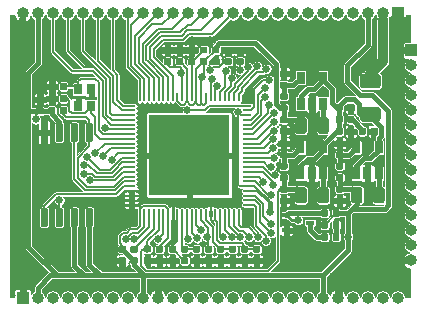
<source format=gbr>
%TF.GenerationSoftware,KiCad,Pcbnew,5.1.5+dfsg1-2build2*%
%TF.CreationDate,2021-03-18T01:20:22+03:00*%
%TF.ProjectId,som_f1c,736f6d5f-6631-4632-9e6b-696361645f70,rev?*%
%TF.SameCoordinates,Original*%
%TF.FileFunction,Copper,L1,Top*%
%TF.FilePolarity,Positive*%
%FSLAX46Y46*%
G04 Gerber Fmt 4.6, Leading zero omitted, Abs format (unit mm)*
G04 Created by KiCad (PCBNEW 5.1.5+dfsg1-2build2) date 2021-03-18 01:20:22*
%MOMM*%
%LPD*%
G04 APERTURE LIST*
%TA.AperFunction,ComponentPad*%
%ADD10O,1.000000X1.000000*%
%TD*%
%TA.AperFunction,ComponentPad*%
%ADD11R,1.000000X1.000000*%
%TD*%
%TA.AperFunction,SMDPad,CuDef*%
%ADD12R,6.840000X6.840000*%
%TD*%
%TA.AperFunction,SMDPad,CuDef*%
%ADD13O,0.800000X0.200000*%
%TD*%
%TA.AperFunction,SMDPad,CuDef*%
%ADD14O,0.200000X0.800000*%
%TD*%
%TA.AperFunction,SMDPad,CuDef*%
%ADD15C,0.100000*%
%TD*%
%TA.AperFunction,SMDPad,CuDef*%
%ADD16R,0.700000X0.450000*%
%TD*%
%TA.AperFunction,SMDPad,CuDef*%
%ADD17R,0.650000X1.060000*%
%TD*%
%TA.AperFunction,SMDPad,CuDef*%
%ADD18R,0.800000X0.900000*%
%TD*%
%TA.AperFunction,ViaPad*%
%ADD19C,0.635000*%
%TD*%
%TA.AperFunction,Conductor*%
%ADD20C,0.609600*%
%TD*%
%TA.AperFunction,Conductor*%
%ADD21C,0.203200*%
%TD*%
%TA.AperFunction,Conductor*%
%ADD22C,0.152400*%
%TD*%
%TA.AperFunction,Conductor*%
%ADD23C,0.406400*%
%TD*%
%TA.AperFunction,Conductor*%
%ADD24C,0.812800*%
%TD*%
%TA.AperFunction,Conductor*%
%ADD25C,0.400000*%
%TD*%
%TA.AperFunction,Conductor*%
%ADD26C,0.254000*%
%TD*%
%TA.AperFunction,Conductor*%
%ADD27C,0.050800*%
%TD*%
G04 APERTURE END LIST*
D10*
%TO.P,J3,15*%
%TO.N,GND*%
X210721600Y-105002800D03*
%TO.P,J3,14*%
%TO.N,PD0*%
X210721600Y-103732800D03*
%TO.P,J3,13*%
%TO.N,PD2*%
X210721600Y-102462800D03*
%TO.P,J3,12*%
%TO.N,PD3*%
X210721600Y-101192800D03*
%TO.P,J3,11*%
%TO.N,PD4*%
X210721600Y-99922800D03*
%TO.P,J3,10*%
%TO.N,PD5*%
X210721600Y-98652800D03*
%TO.P,J3,9*%
%TO.N,PD6*%
X210721600Y-97382800D03*
%TO.P,J3,8*%
%TO.N,PD7*%
X210721600Y-96112800D03*
%TO.P,J3,7*%
%TO.N,PD8*%
X210721600Y-94842800D03*
%TO.P,J3,6*%
%TO.N,PD9*%
X210721600Y-93572800D03*
%TO.P,J3,5*%
%TO.N,PD10*%
X210721600Y-92302800D03*
%TO.P,J3,4*%
%TO.N,PD11*%
X210721600Y-91032800D03*
%TO.P,J3,3*%
%TO.N,PD12*%
X210721600Y-89762800D03*
%TO.P,J3,2*%
%TO.N,PD13*%
X210721600Y-88492800D03*
D11*
%TO.P,J3,1*%
%TO.N,GND*%
X210721600Y-87222800D03*
%TD*%
D10*
%TO.P,J2,26*%
%TO.N,GND*%
X177824200Y-84086200D03*
%TO.P,J2,25*%
%TO.N,+3V3*%
X179094200Y-84086200D03*
%TO.P,J2,24*%
%TO.N,UART_RX*%
X180364200Y-84086200D03*
%TO.P,J2,23*%
%TO.N,UART_TX*%
X181634200Y-84086200D03*
%TO.P,J2,22*%
%TO.N,PE2*%
X182904200Y-84086200D03*
%TO.P,J2,21*%
%TO.N,PE3*%
X184174200Y-84086200D03*
%TO.P,J2,20*%
%TO.N,PE4*%
X185444200Y-84086200D03*
%TO.P,J2,19*%
%TO.N,PE5*%
X186714200Y-84086200D03*
%TO.P,J2,18*%
%TO.N,PE6*%
X187984200Y-84086200D03*
%TO.P,J2,17*%
%TO.N,PE7*%
X189254200Y-84086200D03*
%TO.P,J2,16*%
%TO.N,PE8*%
X190524200Y-84086200D03*
%TO.P,J2,15*%
%TO.N,PE9*%
X191794200Y-84086200D03*
%TO.P,J2,14*%
%TO.N,PE10*%
X193064200Y-84086200D03*
%TO.P,J2,13*%
%TO.N,PE11*%
X194334200Y-84086200D03*
%TO.P,J2,12*%
%TO.N,PE12*%
X195604200Y-84086200D03*
%TO.P,J2,11*%
%TO.N,PD21*%
X196874200Y-84086200D03*
%TO.P,J2,10*%
%TO.N,PD20*%
X198144200Y-84086200D03*
%TO.P,J2,9*%
%TO.N,PD19*%
X199414200Y-84086200D03*
%TO.P,J2,8*%
%TO.N,PD18*%
X200684200Y-84086200D03*
%TO.P,J2,7*%
%TO.N,PD17*%
X201954200Y-84086200D03*
%TO.P,J2,6*%
%TO.N,PD16*%
X203224200Y-84086200D03*
%TO.P,J2,5*%
%TO.N,PD15*%
X204494200Y-84086200D03*
%TO.P,J2,4*%
%TO.N,PD14*%
X205764200Y-84086200D03*
%TO.P,J2,3*%
%TO.N,+3V3*%
X207034200Y-84086200D03*
%TO.P,J2,2*%
%TO.N,POWER_IN*%
X208304200Y-84086200D03*
D11*
%TO.P,J2,1*%
%TO.N,GND*%
X209574200Y-84086200D03*
%TD*%
D10*
%TO.P,J1,26*%
%TO.N,HEADPHONE_COMMON*%
X209573400Y-108162800D03*
%TO.P,J1,25*%
%TO.N,HEADPHONE_COMMON_FB*%
X208303400Y-108162800D03*
%TO.P,J1,24*%
%TO.N,HEADPHONE_L*%
X207033400Y-108162800D03*
%TO.P,J1,23*%
%TO.N,HEADPHONE_R*%
X205763400Y-108162800D03*
%TO.P,J1,22*%
%TO.N,GND*%
X204493400Y-108162800D03*
%TO.P,J1,21*%
%TO.N,+3V3*%
X203223400Y-108162800D03*
%TO.P,J1,20*%
%TO.N,MIC_IN*%
X201953400Y-108162800D03*
%TO.P,J1,19*%
%TO.N,LINE_IN*%
X200683400Y-108162800D03*
%TO.P,J1,18*%
%TO.N,FM_IN_R*%
X199413400Y-108162800D03*
%TO.P,J1,17*%
%TO.N,FM_IN_L*%
X198143400Y-108162800D03*
%TO.P,J1,16*%
%TO.N,TV_IN_0*%
X196873400Y-108162800D03*
%TO.P,J1,15*%
%TO.N,TV_IN_1*%
X195603400Y-108162800D03*
%TO.P,J1,14*%
%TO.N,LRADC*%
X194333400Y-108162800D03*
%TO.P,J1,13*%
%TO.N,TV_OUT*%
X193063400Y-108162800D03*
%TO.P,J1,12*%
%TO.N,USB-DP*%
X191793400Y-108162800D03*
%TO.P,J1,11*%
%TO.N,USB-DM*%
X190523400Y-108162800D03*
%TO.P,J1,10*%
%TO.N,GND*%
X189253400Y-108162800D03*
%TO.P,J1,9*%
%TO.N,+3V3*%
X187983400Y-108162800D03*
%TO.P,J1,8*%
%TO.N,SDC0_CMD_JTAG_TDO*%
X186713400Y-108162800D03*
%TO.P,J1,7*%
%TO.N,SDC0_D3*%
X185443400Y-108162800D03*
%TO.P,J1,6*%
%TO.N,SDC0_D2_JTAG_TCK*%
X184173400Y-108162800D03*
%TO.P,J1,5*%
%TO.N,SDC0_D1_JTAG_TMS*%
X182903400Y-108162800D03*
%TO.P,J1,4*%
%TO.N,SDC0_D0_JTAG_TDI*%
X181633400Y-108162800D03*
%TO.P,J1,3*%
%TO.N,SDC0_CLK*%
X180363400Y-108162800D03*
%TO.P,J1,2*%
%TO.N,+3V3*%
X179093400Y-108162800D03*
D11*
%TO.P,J1,1*%
%TO.N,GND*%
X177823400Y-108162800D03*
%TD*%
D12*
%TO.P,U5,89*%
%TO.N,GND*%
X191922400Y-96113600D03*
D13*
%TO.P,U5,1*%
%TO.N,HEADPHONE_L*%
X196822400Y-100313600D03*
%TO.P,U5,2*%
%TO.N,HEADPHONE_COMMON_FB*%
X196822400Y-99913600D03*
%TO.P,U5,3*%
%TO.N,HEADPHONE_COMMON*%
X196822400Y-99513600D03*
%TO.P,U5,4*%
%TO.N,+3V3*%
X196822400Y-99113600D03*
%TO.P,U5,5*%
X196822400Y-98713600D03*
%TO.P,U5,6*%
%TO.N,PD0*%
X196822400Y-98313600D03*
%TO.P,U5,7*%
%TO.N,STATUS_LED*%
X196822400Y-97913600D03*
%TO.P,U5,8*%
%TO.N,PD2*%
X196822400Y-97513600D03*
%TO.P,U5,9*%
%TO.N,PD3*%
X196822400Y-97113600D03*
%TO.P,U5,10*%
%TO.N,PD4*%
X196822400Y-96713600D03*
%TO.P,U5,11*%
%TO.N,PD5*%
X196822400Y-96313600D03*
%TO.P,U5,12*%
%TO.N,PD6*%
X196822400Y-95913600D03*
%TO.P,U5,13*%
%TO.N,PD7*%
X196822400Y-95513600D03*
%TO.P,U5,14*%
%TO.N,PD8*%
X196822400Y-95113600D03*
%TO.P,U5,15*%
%TO.N,PD9*%
X196822400Y-94713600D03*
%TO.P,U5,16*%
%TO.N,PD10*%
X196822400Y-94313600D03*
%TO.P,U5,17*%
%TO.N,PD11*%
X196822400Y-93913600D03*
%TO.P,U5,18*%
%TO.N,PD12*%
X196822400Y-93513600D03*
%TO.P,U5,19*%
%TO.N,PD13*%
X196822400Y-93113600D03*
%TO.P,U5,20*%
%TO.N,+3V3*%
X196822400Y-92713600D03*
%TO.P,U5,21*%
%TO.N,PD14*%
X196822400Y-92313600D03*
%TO.P,U5,22*%
%TO.N,+1V1*%
X196822400Y-91913600D03*
D14*
%TO.P,U5,23*%
%TO.N,PD15*%
X196122400Y-91213600D03*
%TO.P,U5,24*%
%TO.N,PD16*%
X195722400Y-91213600D03*
%TO.P,U5,25*%
%TO.N,PD17*%
X195322400Y-91213600D03*
%TO.P,U5,26*%
%TO.N,PD18*%
X194922400Y-91213600D03*
%TO.P,U5,27*%
%TO.N,PD19*%
X194522400Y-91213600D03*
%TO.P,U5,28*%
%TO.N,PD20*%
X194122400Y-91213600D03*
%TO.P,U5,29*%
%TO.N,PD21*%
X193722400Y-91213600D03*
%TO.P,U5,30*%
%TO.N,+2V5*%
X193322400Y-91213600D03*
%TO.P,U5,31*%
X192922400Y-91213600D03*
%TO.P,U5,32*%
X192522400Y-91213600D03*
%TO.P,U5,33*%
%TO.N,Net-(R13-Pad2)*%
X192122400Y-91213600D03*
%TO.P,U5,34*%
%TO.N,+2V5*%
X191722400Y-91213600D03*
%TO.P,U5,35*%
%TO.N,+1V1*%
X191322400Y-91213600D03*
%TO.P,U5,36*%
%TO.N,+2V5*%
X190922400Y-91213600D03*
%TO.P,U5,37*%
%TO.N,PE12*%
X190522400Y-91213600D03*
%TO.P,U5,38*%
%TO.N,PE11*%
X190122400Y-91213600D03*
%TO.P,U5,39*%
%TO.N,PE10*%
X189722400Y-91213600D03*
%TO.P,U5,40*%
%TO.N,PE9*%
X189322400Y-91213600D03*
%TO.P,U5,41*%
%TO.N,PE8*%
X188922400Y-91213600D03*
%TO.P,U5,42*%
%TO.N,PE7*%
X188522400Y-91213600D03*
%TO.P,U5,43*%
%TO.N,PE6*%
X188122400Y-91213600D03*
%TO.P,U5,44*%
%TO.N,PE5*%
X187722400Y-91213600D03*
D13*
%TO.P,U5,45*%
%TO.N,PE4*%
X187022400Y-91913600D03*
%TO.P,U5,46*%
%TO.N,PE3*%
X187022400Y-92313600D03*
%TO.P,U5,47*%
%TO.N,PE2*%
X187022400Y-92713600D03*
%TO.P,U5,48*%
%TO.N,UART_TX*%
X187022400Y-93113600D03*
%TO.P,U5,49*%
%TO.N,UART_RX*%
X187022400Y-93513600D03*
%TO.P,U5,50*%
%TO.N,+3V3*%
X187022400Y-93913600D03*
%TO.P,U5,51*%
%TO.N,Net-(C22-Pad2)*%
X187022400Y-94313600D03*
%TO.P,U5,52*%
%TO.N,Net-(C21-Pad2)*%
X187022400Y-94713600D03*
%TO.P,U5,53*%
%TO.N,SDC0_D2_JTAG_TCK*%
X187022400Y-95113600D03*
%TO.P,U5,54*%
%TO.N,SDC0_D3*%
X187022400Y-95513600D03*
%TO.P,U5,55*%
%TO.N,SDC0_CMD_JTAG_TDO*%
X187022400Y-95913600D03*
%TO.P,U5,56*%
%TO.N,SDC0_CLK*%
X187022400Y-96313600D03*
%TO.P,U5,57*%
%TO.N,SDC0_D0_JTAG_TDI*%
X187022400Y-96713600D03*
%TO.P,U5,58*%
%TO.N,SDC0_D1_JTAG_TMS*%
X187022400Y-97113600D03*
%TO.P,U5,59*%
%TO.N,SPI_SCK*%
X187022400Y-97513600D03*
%TO.P,U5,60*%
%TO.N,SPI_CS*%
X187022400Y-97913600D03*
%TO.P,U5,61*%
%TO.N,SPI_MISO*%
X187022400Y-98313600D03*
%TO.P,U5,62*%
%TO.N,SPI_MOSI*%
X187022400Y-98713600D03*
%TO.P,U5,63*%
%TO.N,GND*%
X187022400Y-99113600D03*
%TO.P,U5,64*%
X187022400Y-99513600D03*
%TO.P,U5,65*%
X187022400Y-99913600D03*
%TO.P,U5,66*%
X187022400Y-100313600D03*
D14*
%TO.P,U5,67*%
%TO.N,+3V3*%
X187722400Y-101013600D03*
%TO.P,U5,68*%
%TO.N,USB-DM*%
X188122400Y-101013600D03*
%TO.P,U5,69*%
%TO.N,USB-DP*%
X188522400Y-101013600D03*
%TO.P,U5,70*%
%TO.N,RESET_N*%
X188922400Y-101013600D03*
%TO.P,U5,71*%
%TO.N,+1V1*%
X189322400Y-101013600D03*
%TO.P,U5,72*%
%TO.N,TV_OUT*%
X189722400Y-101013600D03*
%TO.P,U5,73*%
%TO.N,+3V3*%
X190122400Y-101013600D03*
%TO.P,U5,74*%
%TO.N,GND*%
X190522400Y-101013600D03*
%TO.P,U5,75*%
%TO.N,TV_VRN*%
X190922400Y-101013600D03*
%TO.P,U5,76*%
%TO.N,TV_VRP*%
X191322400Y-101013600D03*
%TO.P,U5,77*%
%TO.N,TV_IN_1*%
X191722400Y-101013600D03*
%TO.P,U5,78*%
%TO.N,TV_IN_0*%
X192122400Y-101013600D03*
%TO.P,U5,79*%
%TO.N,LRADC*%
X192522400Y-101013600D03*
%TO.P,U5,80*%
%TO.N,+2V5*%
X192922400Y-101013600D03*
%TO.P,U5,81*%
%TO.N,VRA1*%
X193322400Y-101013600D03*
%TO.P,U5,82*%
%TO.N,GND*%
X193722400Y-101013600D03*
%TO.P,U5,83*%
%TO.N,VRA2*%
X194122400Y-101013600D03*
%TO.P,U5,84*%
%TO.N,FM_IN_L*%
X194522400Y-101013600D03*
%TO.P,U5,85*%
%TO.N,FM_IN_R*%
X194922400Y-101013600D03*
%TO.P,U5,86*%
%TO.N,LINE_IN*%
X195322400Y-101013600D03*
%TO.P,U5,87*%
%TO.N,MIC_IN*%
X195722400Y-101013600D03*
%TO.P,U5,88*%
%TO.N,HEADPHONE_R*%
X196122400Y-101013600D03*
%TD*%
%TA.AperFunction,SMDPad,CuDef*%
D15*
%TO.P,R15,2*%
%TO.N,Net-(D2-Pad2)*%
G36*
X205754358Y-92739510D02*
G01*
X205768676Y-92741634D01*
X205782717Y-92745151D01*
X205796346Y-92750028D01*
X205809431Y-92756217D01*
X205821847Y-92763658D01*
X205833473Y-92772281D01*
X205844198Y-92782002D01*
X205853919Y-92792727D01*
X205862542Y-92804353D01*
X205869983Y-92816769D01*
X205876172Y-92829854D01*
X205881049Y-92843483D01*
X205884566Y-92857524D01*
X205886690Y-92871842D01*
X205887400Y-92886300D01*
X205887400Y-93231300D01*
X205886690Y-93245758D01*
X205884566Y-93260076D01*
X205881049Y-93274117D01*
X205876172Y-93287746D01*
X205869983Y-93300831D01*
X205862542Y-93313247D01*
X205853919Y-93324873D01*
X205844198Y-93335598D01*
X205833473Y-93345319D01*
X205821847Y-93353942D01*
X205809431Y-93361383D01*
X205796346Y-93367572D01*
X205782717Y-93372449D01*
X205768676Y-93375966D01*
X205754358Y-93378090D01*
X205739900Y-93378800D01*
X205444900Y-93378800D01*
X205430442Y-93378090D01*
X205416124Y-93375966D01*
X205402083Y-93372449D01*
X205388454Y-93367572D01*
X205375369Y-93361383D01*
X205362953Y-93353942D01*
X205351327Y-93345319D01*
X205340602Y-93335598D01*
X205330881Y-93324873D01*
X205322258Y-93313247D01*
X205314817Y-93300831D01*
X205308628Y-93287746D01*
X205303751Y-93274117D01*
X205300234Y-93260076D01*
X205298110Y-93245758D01*
X205297400Y-93231300D01*
X205297400Y-92886300D01*
X205298110Y-92871842D01*
X205300234Y-92857524D01*
X205303751Y-92843483D01*
X205308628Y-92829854D01*
X205314817Y-92816769D01*
X205322258Y-92804353D01*
X205330881Y-92792727D01*
X205340602Y-92782002D01*
X205351327Y-92772281D01*
X205362953Y-92763658D01*
X205375369Y-92756217D01*
X205388454Y-92750028D01*
X205402083Y-92745151D01*
X205416124Y-92741634D01*
X205430442Y-92739510D01*
X205444900Y-92738800D01*
X205739900Y-92738800D01*
X205754358Y-92739510D01*
G37*
%TD.AperFunction*%
%TA.AperFunction,SMDPad,CuDef*%
%TO.P,R15,1*%
%TO.N,VCC*%
G36*
X204784358Y-92739510D02*
G01*
X204798676Y-92741634D01*
X204812717Y-92745151D01*
X204826346Y-92750028D01*
X204839431Y-92756217D01*
X204851847Y-92763658D01*
X204863473Y-92772281D01*
X204874198Y-92782002D01*
X204883919Y-92792727D01*
X204892542Y-92804353D01*
X204899983Y-92816769D01*
X204906172Y-92829854D01*
X204911049Y-92843483D01*
X204914566Y-92857524D01*
X204916690Y-92871842D01*
X204917400Y-92886300D01*
X204917400Y-93231300D01*
X204916690Y-93245758D01*
X204914566Y-93260076D01*
X204911049Y-93274117D01*
X204906172Y-93287746D01*
X204899983Y-93300831D01*
X204892542Y-93313247D01*
X204883919Y-93324873D01*
X204874198Y-93335598D01*
X204863473Y-93345319D01*
X204851847Y-93353942D01*
X204839431Y-93361383D01*
X204826346Y-93367572D01*
X204812717Y-93372449D01*
X204798676Y-93375966D01*
X204784358Y-93378090D01*
X204769900Y-93378800D01*
X204474900Y-93378800D01*
X204460442Y-93378090D01*
X204446124Y-93375966D01*
X204432083Y-93372449D01*
X204418454Y-93367572D01*
X204405369Y-93361383D01*
X204392953Y-93353942D01*
X204381327Y-93345319D01*
X204370602Y-93335598D01*
X204360881Y-93324873D01*
X204352258Y-93313247D01*
X204344817Y-93300831D01*
X204338628Y-93287746D01*
X204333751Y-93274117D01*
X204330234Y-93260076D01*
X204328110Y-93245758D01*
X204327400Y-93231300D01*
X204327400Y-92886300D01*
X204328110Y-92871842D01*
X204330234Y-92857524D01*
X204333751Y-92843483D01*
X204338628Y-92829854D01*
X204344817Y-92816769D01*
X204352258Y-92804353D01*
X204360881Y-92792727D01*
X204370602Y-92782002D01*
X204381327Y-92772281D01*
X204392953Y-92763658D01*
X204405369Y-92756217D01*
X204418454Y-92750028D01*
X204432083Y-92745151D01*
X204446124Y-92741634D01*
X204460442Y-92739510D01*
X204474900Y-92738800D01*
X204769900Y-92738800D01*
X204784358Y-92739510D01*
G37*
%TD.AperFunction*%
%TD*%
%TA.AperFunction,SMDPad,CuDef*%
%TO.P,D2,2*%
%TO.N,Net-(D2-Pad2)*%
G36*
X206740158Y-93755510D02*
G01*
X206754476Y-93757634D01*
X206768517Y-93761151D01*
X206782146Y-93766028D01*
X206795231Y-93772217D01*
X206807647Y-93779658D01*
X206819273Y-93788281D01*
X206829998Y-93798002D01*
X206839719Y-93808727D01*
X206848342Y-93820353D01*
X206855783Y-93832769D01*
X206861972Y-93845854D01*
X206866849Y-93859483D01*
X206870366Y-93873524D01*
X206872490Y-93887842D01*
X206873200Y-93902300D01*
X206873200Y-94247300D01*
X206872490Y-94261758D01*
X206870366Y-94276076D01*
X206866849Y-94290117D01*
X206861972Y-94303746D01*
X206855783Y-94316831D01*
X206848342Y-94329247D01*
X206839719Y-94340873D01*
X206829998Y-94351598D01*
X206819273Y-94361319D01*
X206807647Y-94369942D01*
X206795231Y-94377383D01*
X206782146Y-94383572D01*
X206768517Y-94388449D01*
X206754476Y-94391966D01*
X206740158Y-94394090D01*
X206725700Y-94394800D01*
X206430700Y-94394800D01*
X206416242Y-94394090D01*
X206401924Y-94391966D01*
X206387883Y-94388449D01*
X206374254Y-94383572D01*
X206361169Y-94377383D01*
X206348753Y-94369942D01*
X206337127Y-94361319D01*
X206326402Y-94351598D01*
X206316681Y-94340873D01*
X206308058Y-94329247D01*
X206300617Y-94316831D01*
X206294428Y-94303746D01*
X206289551Y-94290117D01*
X206286034Y-94276076D01*
X206283910Y-94261758D01*
X206283200Y-94247300D01*
X206283200Y-93902300D01*
X206283910Y-93887842D01*
X206286034Y-93873524D01*
X206289551Y-93859483D01*
X206294428Y-93845854D01*
X206300617Y-93832769D01*
X206308058Y-93820353D01*
X206316681Y-93808727D01*
X206326402Y-93798002D01*
X206337127Y-93788281D01*
X206348753Y-93779658D01*
X206361169Y-93772217D01*
X206374254Y-93766028D01*
X206387883Y-93761151D01*
X206401924Y-93757634D01*
X206416242Y-93755510D01*
X206430700Y-93754800D01*
X206725700Y-93754800D01*
X206740158Y-93755510D01*
G37*
%TD.AperFunction*%
%TA.AperFunction,SMDPad,CuDef*%
%TO.P,D2,1*%
%TO.N,GND*%
G36*
X207710158Y-93755510D02*
G01*
X207724476Y-93757634D01*
X207738517Y-93761151D01*
X207752146Y-93766028D01*
X207765231Y-93772217D01*
X207777647Y-93779658D01*
X207789273Y-93788281D01*
X207799998Y-93798002D01*
X207809719Y-93808727D01*
X207818342Y-93820353D01*
X207825783Y-93832769D01*
X207831972Y-93845854D01*
X207836849Y-93859483D01*
X207840366Y-93873524D01*
X207842490Y-93887842D01*
X207843200Y-93902300D01*
X207843200Y-94247300D01*
X207842490Y-94261758D01*
X207840366Y-94276076D01*
X207836849Y-94290117D01*
X207831972Y-94303746D01*
X207825783Y-94316831D01*
X207818342Y-94329247D01*
X207809719Y-94340873D01*
X207799998Y-94351598D01*
X207789273Y-94361319D01*
X207777647Y-94369942D01*
X207765231Y-94377383D01*
X207752146Y-94383572D01*
X207738517Y-94388449D01*
X207724476Y-94391966D01*
X207710158Y-94394090D01*
X207695700Y-94394800D01*
X207400700Y-94394800D01*
X207386242Y-94394090D01*
X207371924Y-94391966D01*
X207357883Y-94388449D01*
X207344254Y-94383572D01*
X207331169Y-94377383D01*
X207318753Y-94369942D01*
X207307127Y-94361319D01*
X207296402Y-94351598D01*
X207286681Y-94340873D01*
X207278058Y-94329247D01*
X207270617Y-94316831D01*
X207264428Y-94303746D01*
X207259551Y-94290117D01*
X207256034Y-94276076D01*
X207253910Y-94261758D01*
X207253200Y-94247300D01*
X207253200Y-93902300D01*
X207253910Y-93887842D01*
X207256034Y-93873524D01*
X207259551Y-93859483D01*
X207264428Y-93845854D01*
X207270617Y-93832769D01*
X207278058Y-93820353D01*
X207286681Y-93808727D01*
X207296402Y-93798002D01*
X207307127Y-93788281D01*
X207318753Y-93779658D01*
X207331169Y-93772217D01*
X207344254Y-93766028D01*
X207357883Y-93761151D01*
X207371924Y-93757634D01*
X207386242Y-93755510D01*
X207400700Y-93754800D01*
X207695700Y-93754800D01*
X207710158Y-93755510D01*
G37*
%TD.AperFunction*%
%TD*%
%TA.AperFunction,SMDPad,CuDef*%
%TO.P,U4,8*%
%TO.N,+3V3*%
G36*
X183611503Y-100568122D02*
G01*
X183626064Y-100570282D01*
X183640343Y-100573859D01*
X183654203Y-100578818D01*
X183667510Y-100585112D01*
X183680136Y-100592680D01*
X183691959Y-100601448D01*
X183702866Y-100611334D01*
X183712752Y-100622241D01*
X183721520Y-100634064D01*
X183729088Y-100646690D01*
X183735382Y-100659997D01*
X183740341Y-100673857D01*
X183743918Y-100688136D01*
X183746078Y-100702697D01*
X183746800Y-100717400D01*
X183746800Y-102017400D01*
X183746078Y-102032103D01*
X183743918Y-102046664D01*
X183740341Y-102060943D01*
X183735382Y-102074803D01*
X183729088Y-102088110D01*
X183721520Y-102100736D01*
X183712752Y-102112559D01*
X183702866Y-102123466D01*
X183691959Y-102133352D01*
X183680136Y-102142120D01*
X183667510Y-102149688D01*
X183654203Y-102155982D01*
X183640343Y-102160941D01*
X183626064Y-102164518D01*
X183611503Y-102166678D01*
X183596800Y-102167400D01*
X183296800Y-102167400D01*
X183282097Y-102166678D01*
X183267536Y-102164518D01*
X183253257Y-102160941D01*
X183239397Y-102155982D01*
X183226090Y-102149688D01*
X183213464Y-102142120D01*
X183201641Y-102133352D01*
X183190734Y-102123466D01*
X183180848Y-102112559D01*
X183172080Y-102100736D01*
X183164512Y-102088110D01*
X183158218Y-102074803D01*
X183153259Y-102060943D01*
X183149682Y-102046664D01*
X183147522Y-102032103D01*
X183146800Y-102017400D01*
X183146800Y-100717400D01*
X183147522Y-100702697D01*
X183149682Y-100688136D01*
X183153259Y-100673857D01*
X183158218Y-100659997D01*
X183164512Y-100646690D01*
X183172080Y-100634064D01*
X183180848Y-100622241D01*
X183190734Y-100611334D01*
X183201641Y-100601448D01*
X183213464Y-100592680D01*
X183226090Y-100585112D01*
X183239397Y-100578818D01*
X183253257Y-100573859D01*
X183267536Y-100570282D01*
X183282097Y-100568122D01*
X183296800Y-100567400D01*
X183596800Y-100567400D01*
X183611503Y-100568122D01*
G37*
%TD.AperFunction*%
%TA.AperFunction,SMDPad,CuDef*%
%TO.P,U4,7*%
G36*
X182341503Y-100568122D02*
G01*
X182356064Y-100570282D01*
X182370343Y-100573859D01*
X182384203Y-100578818D01*
X182397510Y-100585112D01*
X182410136Y-100592680D01*
X182421959Y-100601448D01*
X182432866Y-100611334D01*
X182442752Y-100622241D01*
X182451520Y-100634064D01*
X182459088Y-100646690D01*
X182465382Y-100659997D01*
X182470341Y-100673857D01*
X182473918Y-100688136D01*
X182476078Y-100702697D01*
X182476800Y-100717400D01*
X182476800Y-102017400D01*
X182476078Y-102032103D01*
X182473918Y-102046664D01*
X182470341Y-102060943D01*
X182465382Y-102074803D01*
X182459088Y-102088110D01*
X182451520Y-102100736D01*
X182442752Y-102112559D01*
X182432866Y-102123466D01*
X182421959Y-102133352D01*
X182410136Y-102142120D01*
X182397510Y-102149688D01*
X182384203Y-102155982D01*
X182370343Y-102160941D01*
X182356064Y-102164518D01*
X182341503Y-102166678D01*
X182326800Y-102167400D01*
X182026800Y-102167400D01*
X182012097Y-102166678D01*
X181997536Y-102164518D01*
X181983257Y-102160941D01*
X181969397Y-102155982D01*
X181956090Y-102149688D01*
X181943464Y-102142120D01*
X181931641Y-102133352D01*
X181920734Y-102123466D01*
X181910848Y-102112559D01*
X181902080Y-102100736D01*
X181894512Y-102088110D01*
X181888218Y-102074803D01*
X181883259Y-102060943D01*
X181879682Y-102046664D01*
X181877522Y-102032103D01*
X181876800Y-102017400D01*
X181876800Y-100717400D01*
X181877522Y-100702697D01*
X181879682Y-100688136D01*
X181883259Y-100673857D01*
X181888218Y-100659997D01*
X181894512Y-100646690D01*
X181902080Y-100634064D01*
X181910848Y-100622241D01*
X181920734Y-100611334D01*
X181931641Y-100601448D01*
X181943464Y-100592680D01*
X181956090Y-100585112D01*
X181969397Y-100578818D01*
X181983257Y-100573859D01*
X181997536Y-100570282D01*
X182012097Y-100568122D01*
X182026800Y-100567400D01*
X182326800Y-100567400D01*
X182341503Y-100568122D01*
G37*
%TD.AperFunction*%
%TA.AperFunction,SMDPad,CuDef*%
%TO.P,U4,6*%
%TO.N,SPI_SCK*%
G36*
X181071503Y-100568122D02*
G01*
X181086064Y-100570282D01*
X181100343Y-100573859D01*
X181114203Y-100578818D01*
X181127510Y-100585112D01*
X181140136Y-100592680D01*
X181151959Y-100601448D01*
X181162866Y-100611334D01*
X181172752Y-100622241D01*
X181181520Y-100634064D01*
X181189088Y-100646690D01*
X181195382Y-100659997D01*
X181200341Y-100673857D01*
X181203918Y-100688136D01*
X181206078Y-100702697D01*
X181206800Y-100717400D01*
X181206800Y-102017400D01*
X181206078Y-102032103D01*
X181203918Y-102046664D01*
X181200341Y-102060943D01*
X181195382Y-102074803D01*
X181189088Y-102088110D01*
X181181520Y-102100736D01*
X181172752Y-102112559D01*
X181162866Y-102123466D01*
X181151959Y-102133352D01*
X181140136Y-102142120D01*
X181127510Y-102149688D01*
X181114203Y-102155982D01*
X181100343Y-102160941D01*
X181086064Y-102164518D01*
X181071503Y-102166678D01*
X181056800Y-102167400D01*
X180756800Y-102167400D01*
X180742097Y-102166678D01*
X180727536Y-102164518D01*
X180713257Y-102160941D01*
X180699397Y-102155982D01*
X180686090Y-102149688D01*
X180673464Y-102142120D01*
X180661641Y-102133352D01*
X180650734Y-102123466D01*
X180640848Y-102112559D01*
X180632080Y-102100736D01*
X180624512Y-102088110D01*
X180618218Y-102074803D01*
X180613259Y-102060943D01*
X180609682Y-102046664D01*
X180607522Y-102032103D01*
X180606800Y-102017400D01*
X180606800Y-100717400D01*
X180607522Y-100702697D01*
X180609682Y-100688136D01*
X180613259Y-100673857D01*
X180618218Y-100659997D01*
X180624512Y-100646690D01*
X180632080Y-100634064D01*
X180640848Y-100622241D01*
X180650734Y-100611334D01*
X180661641Y-100601448D01*
X180673464Y-100592680D01*
X180686090Y-100585112D01*
X180699397Y-100578818D01*
X180713257Y-100573859D01*
X180727536Y-100570282D01*
X180742097Y-100568122D01*
X180756800Y-100567400D01*
X181056800Y-100567400D01*
X181071503Y-100568122D01*
G37*
%TD.AperFunction*%
%TA.AperFunction,SMDPad,CuDef*%
%TO.P,U4,5*%
%TO.N,SPI_MOSI*%
G36*
X179801503Y-100568122D02*
G01*
X179816064Y-100570282D01*
X179830343Y-100573859D01*
X179844203Y-100578818D01*
X179857510Y-100585112D01*
X179870136Y-100592680D01*
X179881959Y-100601448D01*
X179892866Y-100611334D01*
X179902752Y-100622241D01*
X179911520Y-100634064D01*
X179919088Y-100646690D01*
X179925382Y-100659997D01*
X179930341Y-100673857D01*
X179933918Y-100688136D01*
X179936078Y-100702697D01*
X179936800Y-100717400D01*
X179936800Y-102017400D01*
X179936078Y-102032103D01*
X179933918Y-102046664D01*
X179930341Y-102060943D01*
X179925382Y-102074803D01*
X179919088Y-102088110D01*
X179911520Y-102100736D01*
X179902752Y-102112559D01*
X179892866Y-102123466D01*
X179881959Y-102133352D01*
X179870136Y-102142120D01*
X179857510Y-102149688D01*
X179844203Y-102155982D01*
X179830343Y-102160941D01*
X179816064Y-102164518D01*
X179801503Y-102166678D01*
X179786800Y-102167400D01*
X179486800Y-102167400D01*
X179472097Y-102166678D01*
X179457536Y-102164518D01*
X179443257Y-102160941D01*
X179429397Y-102155982D01*
X179416090Y-102149688D01*
X179403464Y-102142120D01*
X179391641Y-102133352D01*
X179380734Y-102123466D01*
X179370848Y-102112559D01*
X179362080Y-102100736D01*
X179354512Y-102088110D01*
X179348218Y-102074803D01*
X179343259Y-102060943D01*
X179339682Y-102046664D01*
X179337522Y-102032103D01*
X179336800Y-102017400D01*
X179336800Y-100717400D01*
X179337522Y-100702697D01*
X179339682Y-100688136D01*
X179343259Y-100673857D01*
X179348218Y-100659997D01*
X179354512Y-100646690D01*
X179362080Y-100634064D01*
X179370848Y-100622241D01*
X179380734Y-100611334D01*
X179391641Y-100601448D01*
X179403464Y-100592680D01*
X179416090Y-100585112D01*
X179429397Y-100578818D01*
X179443257Y-100573859D01*
X179457536Y-100570282D01*
X179472097Y-100568122D01*
X179486800Y-100567400D01*
X179786800Y-100567400D01*
X179801503Y-100568122D01*
G37*
%TD.AperFunction*%
%TA.AperFunction,SMDPad,CuDef*%
%TO.P,U4,4*%
%TO.N,GND*%
G36*
X179801503Y-93368122D02*
G01*
X179816064Y-93370282D01*
X179830343Y-93373859D01*
X179844203Y-93378818D01*
X179857510Y-93385112D01*
X179870136Y-93392680D01*
X179881959Y-93401448D01*
X179892866Y-93411334D01*
X179902752Y-93422241D01*
X179911520Y-93434064D01*
X179919088Y-93446690D01*
X179925382Y-93459997D01*
X179930341Y-93473857D01*
X179933918Y-93488136D01*
X179936078Y-93502697D01*
X179936800Y-93517400D01*
X179936800Y-94817400D01*
X179936078Y-94832103D01*
X179933918Y-94846664D01*
X179930341Y-94860943D01*
X179925382Y-94874803D01*
X179919088Y-94888110D01*
X179911520Y-94900736D01*
X179902752Y-94912559D01*
X179892866Y-94923466D01*
X179881959Y-94933352D01*
X179870136Y-94942120D01*
X179857510Y-94949688D01*
X179844203Y-94955982D01*
X179830343Y-94960941D01*
X179816064Y-94964518D01*
X179801503Y-94966678D01*
X179786800Y-94967400D01*
X179486800Y-94967400D01*
X179472097Y-94966678D01*
X179457536Y-94964518D01*
X179443257Y-94960941D01*
X179429397Y-94955982D01*
X179416090Y-94949688D01*
X179403464Y-94942120D01*
X179391641Y-94933352D01*
X179380734Y-94923466D01*
X179370848Y-94912559D01*
X179362080Y-94900736D01*
X179354512Y-94888110D01*
X179348218Y-94874803D01*
X179343259Y-94860943D01*
X179339682Y-94846664D01*
X179337522Y-94832103D01*
X179336800Y-94817400D01*
X179336800Y-93517400D01*
X179337522Y-93502697D01*
X179339682Y-93488136D01*
X179343259Y-93473857D01*
X179348218Y-93459997D01*
X179354512Y-93446690D01*
X179362080Y-93434064D01*
X179370848Y-93422241D01*
X179380734Y-93411334D01*
X179391641Y-93401448D01*
X179403464Y-93392680D01*
X179416090Y-93385112D01*
X179429397Y-93378818D01*
X179443257Y-93373859D01*
X179457536Y-93370282D01*
X179472097Y-93368122D01*
X179486800Y-93367400D01*
X179786800Y-93367400D01*
X179801503Y-93368122D01*
G37*
%TD.AperFunction*%
%TA.AperFunction,SMDPad,CuDef*%
%TO.P,U4,3*%
%TO.N,+3V3*%
G36*
X181071503Y-93368122D02*
G01*
X181086064Y-93370282D01*
X181100343Y-93373859D01*
X181114203Y-93378818D01*
X181127510Y-93385112D01*
X181140136Y-93392680D01*
X181151959Y-93401448D01*
X181162866Y-93411334D01*
X181172752Y-93422241D01*
X181181520Y-93434064D01*
X181189088Y-93446690D01*
X181195382Y-93459997D01*
X181200341Y-93473857D01*
X181203918Y-93488136D01*
X181206078Y-93502697D01*
X181206800Y-93517400D01*
X181206800Y-94817400D01*
X181206078Y-94832103D01*
X181203918Y-94846664D01*
X181200341Y-94860943D01*
X181195382Y-94874803D01*
X181189088Y-94888110D01*
X181181520Y-94900736D01*
X181172752Y-94912559D01*
X181162866Y-94923466D01*
X181151959Y-94933352D01*
X181140136Y-94942120D01*
X181127510Y-94949688D01*
X181114203Y-94955982D01*
X181100343Y-94960941D01*
X181086064Y-94964518D01*
X181071503Y-94966678D01*
X181056800Y-94967400D01*
X180756800Y-94967400D01*
X180742097Y-94966678D01*
X180727536Y-94964518D01*
X180713257Y-94960941D01*
X180699397Y-94955982D01*
X180686090Y-94949688D01*
X180673464Y-94942120D01*
X180661641Y-94933352D01*
X180650734Y-94923466D01*
X180640848Y-94912559D01*
X180632080Y-94900736D01*
X180624512Y-94888110D01*
X180618218Y-94874803D01*
X180613259Y-94860943D01*
X180609682Y-94846664D01*
X180607522Y-94832103D01*
X180606800Y-94817400D01*
X180606800Y-93517400D01*
X180607522Y-93502697D01*
X180609682Y-93488136D01*
X180613259Y-93473857D01*
X180618218Y-93459997D01*
X180624512Y-93446690D01*
X180632080Y-93434064D01*
X180640848Y-93422241D01*
X180650734Y-93411334D01*
X180661641Y-93401448D01*
X180673464Y-93392680D01*
X180686090Y-93385112D01*
X180699397Y-93378818D01*
X180713257Y-93373859D01*
X180727536Y-93370282D01*
X180742097Y-93368122D01*
X180756800Y-93367400D01*
X181056800Y-93367400D01*
X181071503Y-93368122D01*
G37*
%TD.AperFunction*%
%TA.AperFunction,SMDPad,CuDef*%
%TO.P,U4,2*%
%TO.N,SPI_MISO*%
G36*
X182341503Y-93368122D02*
G01*
X182356064Y-93370282D01*
X182370343Y-93373859D01*
X182384203Y-93378818D01*
X182397510Y-93385112D01*
X182410136Y-93392680D01*
X182421959Y-93401448D01*
X182432866Y-93411334D01*
X182442752Y-93422241D01*
X182451520Y-93434064D01*
X182459088Y-93446690D01*
X182465382Y-93459997D01*
X182470341Y-93473857D01*
X182473918Y-93488136D01*
X182476078Y-93502697D01*
X182476800Y-93517400D01*
X182476800Y-94817400D01*
X182476078Y-94832103D01*
X182473918Y-94846664D01*
X182470341Y-94860943D01*
X182465382Y-94874803D01*
X182459088Y-94888110D01*
X182451520Y-94900736D01*
X182442752Y-94912559D01*
X182432866Y-94923466D01*
X182421959Y-94933352D01*
X182410136Y-94942120D01*
X182397510Y-94949688D01*
X182384203Y-94955982D01*
X182370343Y-94960941D01*
X182356064Y-94964518D01*
X182341503Y-94966678D01*
X182326800Y-94967400D01*
X182026800Y-94967400D01*
X182012097Y-94966678D01*
X181997536Y-94964518D01*
X181983257Y-94960941D01*
X181969397Y-94955982D01*
X181956090Y-94949688D01*
X181943464Y-94942120D01*
X181931641Y-94933352D01*
X181920734Y-94923466D01*
X181910848Y-94912559D01*
X181902080Y-94900736D01*
X181894512Y-94888110D01*
X181888218Y-94874803D01*
X181883259Y-94860943D01*
X181879682Y-94846664D01*
X181877522Y-94832103D01*
X181876800Y-94817400D01*
X181876800Y-93517400D01*
X181877522Y-93502697D01*
X181879682Y-93488136D01*
X181883259Y-93473857D01*
X181888218Y-93459997D01*
X181894512Y-93446690D01*
X181902080Y-93434064D01*
X181910848Y-93422241D01*
X181920734Y-93411334D01*
X181931641Y-93401448D01*
X181943464Y-93392680D01*
X181956090Y-93385112D01*
X181969397Y-93378818D01*
X181983257Y-93373859D01*
X181997536Y-93370282D01*
X182012097Y-93368122D01*
X182026800Y-93367400D01*
X182326800Y-93367400D01*
X182341503Y-93368122D01*
G37*
%TD.AperFunction*%
%TA.AperFunction,SMDPad,CuDef*%
%TO.P,U4,1*%
%TO.N,SPI_CS*%
G36*
X183611503Y-93368122D02*
G01*
X183626064Y-93370282D01*
X183640343Y-93373859D01*
X183654203Y-93378818D01*
X183667510Y-93385112D01*
X183680136Y-93392680D01*
X183691959Y-93401448D01*
X183702866Y-93411334D01*
X183712752Y-93422241D01*
X183721520Y-93434064D01*
X183729088Y-93446690D01*
X183735382Y-93459997D01*
X183740341Y-93473857D01*
X183743918Y-93488136D01*
X183746078Y-93502697D01*
X183746800Y-93517400D01*
X183746800Y-94817400D01*
X183746078Y-94832103D01*
X183743918Y-94846664D01*
X183740341Y-94860943D01*
X183735382Y-94874803D01*
X183729088Y-94888110D01*
X183721520Y-94900736D01*
X183712752Y-94912559D01*
X183702866Y-94923466D01*
X183691959Y-94933352D01*
X183680136Y-94942120D01*
X183667510Y-94949688D01*
X183654203Y-94955982D01*
X183640343Y-94960941D01*
X183626064Y-94964518D01*
X183611503Y-94966678D01*
X183596800Y-94967400D01*
X183296800Y-94967400D01*
X183282097Y-94966678D01*
X183267536Y-94964518D01*
X183253257Y-94960941D01*
X183239397Y-94955982D01*
X183226090Y-94949688D01*
X183213464Y-94942120D01*
X183201641Y-94933352D01*
X183190734Y-94923466D01*
X183180848Y-94912559D01*
X183172080Y-94900736D01*
X183164512Y-94888110D01*
X183158218Y-94874803D01*
X183153259Y-94860943D01*
X183149682Y-94846664D01*
X183147522Y-94832103D01*
X183146800Y-94817400D01*
X183146800Y-93517400D01*
X183147522Y-93502697D01*
X183149682Y-93488136D01*
X183153259Y-93473857D01*
X183158218Y-93459997D01*
X183164512Y-93446690D01*
X183172080Y-93434064D01*
X183180848Y-93422241D01*
X183190734Y-93411334D01*
X183201641Y-93401448D01*
X183213464Y-93392680D01*
X183226090Y-93385112D01*
X183239397Y-93378818D01*
X183253257Y-93373859D01*
X183267536Y-93370282D01*
X183282097Y-93368122D01*
X183296800Y-93367400D01*
X183596800Y-93367400D01*
X183611503Y-93368122D01*
G37*
%TD.AperFunction*%
%TD*%
D16*
%TO.P,Q1,3*%
%TO.N,Net-(Q1-Pad3)*%
X202152000Y-101811400D03*
%TO.P,Q1,2*%
%TO.N,GND*%
X200152000Y-102461400D03*
%TO.P,Q1,1*%
%TO.N,STATUS_LED*%
X200152000Y-101161400D03*
%TD*%
D17*
%TO.P,U3,5*%
%TO.N,Net-(R3-Pad1)*%
X201335600Y-95442400D03*
%TO.P,U3,4*%
%TO.N,VCC*%
X203235600Y-95442400D03*
%TO.P,U3,3*%
%TO.N,Net-(L3-Pad1)*%
X203235600Y-97642400D03*
%TO.P,U3,2*%
%TO.N,GND*%
X202285600Y-97642400D03*
%TO.P,U3,1*%
%TO.N,VCC*%
X201335600Y-97642400D03*
%TD*%
%TO.P,U2,5*%
%TO.N,Net-(R2-Pad1)*%
X201345800Y-89538000D03*
%TO.P,U2,4*%
%TO.N,VCC*%
X203245800Y-89538000D03*
%TO.P,U2,3*%
%TO.N,Net-(L2-Pad1)*%
X203245800Y-91738000D03*
%TO.P,U2,2*%
%TO.N,GND*%
X202295800Y-91738000D03*
%TO.P,U2,1*%
%TO.N,VCC*%
X201345800Y-91738000D03*
%TD*%
%TO.P,U1,5*%
%TO.N,Net-(R1-Pad1)*%
X206060000Y-95438600D03*
%TO.P,U1,4*%
%TO.N,VCC*%
X207960000Y-95438600D03*
%TO.P,U1,3*%
%TO.N,Net-(L1-Pad1)*%
X207960000Y-97638600D03*
%TO.P,U1,2*%
%TO.N,GND*%
X207010000Y-97638600D03*
%TO.P,U1,1*%
%TO.N,VCC*%
X206060000Y-97638600D03*
%TD*%
%TA.AperFunction,SMDPad,CuDef*%
D15*
%TO.P,F1,2*%
%TO.N,POWER_IN*%
G36*
X207888104Y-89203204D02*
G01*
X207912373Y-89206804D01*
X207936171Y-89212765D01*
X207959271Y-89221030D01*
X207981449Y-89231520D01*
X208002493Y-89244133D01*
X208022198Y-89258747D01*
X208040377Y-89275223D01*
X208056853Y-89293402D01*
X208071467Y-89313107D01*
X208084080Y-89334151D01*
X208094570Y-89356329D01*
X208102835Y-89379429D01*
X208108796Y-89403227D01*
X208112396Y-89427496D01*
X208113600Y-89452000D01*
X208113600Y-90202000D01*
X208112396Y-90226504D01*
X208108796Y-90250773D01*
X208102835Y-90274571D01*
X208094570Y-90297671D01*
X208084080Y-90319849D01*
X208071467Y-90340893D01*
X208056853Y-90360598D01*
X208040377Y-90378777D01*
X208022198Y-90395253D01*
X208002493Y-90409867D01*
X207981449Y-90422480D01*
X207959271Y-90432970D01*
X207936171Y-90441235D01*
X207912373Y-90447196D01*
X207888104Y-90450796D01*
X207863600Y-90452000D01*
X206613600Y-90452000D01*
X206589096Y-90450796D01*
X206564827Y-90447196D01*
X206541029Y-90441235D01*
X206517929Y-90432970D01*
X206495751Y-90422480D01*
X206474707Y-90409867D01*
X206455002Y-90395253D01*
X206436823Y-90378777D01*
X206420347Y-90360598D01*
X206405733Y-90340893D01*
X206393120Y-90319849D01*
X206382630Y-90297671D01*
X206374365Y-90274571D01*
X206368404Y-90250773D01*
X206364804Y-90226504D01*
X206363600Y-90202000D01*
X206363600Y-89452000D01*
X206364804Y-89427496D01*
X206368404Y-89403227D01*
X206374365Y-89379429D01*
X206382630Y-89356329D01*
X206393120Y-89334151D01*
X206405733Y-89313107D01*
X206420347Y-89293402D01*
X206436823Y-89275223D01*
X206455002Y-89258747D01*
X206474707Y-89244133D01*
X206495751Y-89231520D01*
X206517929Y-89221030D01*
X206541029Y-89212765D01*
X206564827Y-89206804D01*
X206589096Y-89203204D01*
X206613600Y-89202000D01*
X207863600Y-89202000D01*
X207888104Y-89203204D01*
G37*
%TD.AperFunction*%
%TA.AperFunction,SMDPad,CuDef*%
%TO.P,F1,1*%
%TO.N,VCC*%
G36*
X207888104Y-92003204D02*
G01*
X207912373Y-92006804D01*
X207936171Y-92012765D01*
X207959271Y-92021030D01*
X207981449Y-92031520D01*
X208002493Y-92044133D01*
X208022198Y-92058747D01*
X208040377Y-92075223D01*
X208056853Y-92093402D01*
X208071467Y-92113107D01*
X208084080Y-92134151D01*
X208094570Y-92156329D01*
X208102835Y-92179429D01*
X208108796Y-92203227D01*
X208112396Y-92227496D01*
X208113600Y-92252000D01*
X208113600Y-93002000D01*
X208112396Y-93026504D01*
X208108796Y-93050773D01*
X208102835Y-93074571D01*
X208094570Y-93097671D01*
X208084080Y-93119849D01*
X208071467Y-93140893D01*
X208056853Y-93160598D01*
X208040377Y-93178777D01*
X208022198Y-93195253D01*
X208002493Y-93209867D01*
X207981449Y-93222480D01*
X207959271Y-93232970D01*
X207936171Y-93241235D01*
X207912373Y-93247196D01*
X207888104Y-93250796D01*
X207863600Y-93252000D01*
X206613600Y-93252000D01*
X206589096Y-93250796D01*
X206564827Y-93247196D01*
X206541029Y-93241235D01*
X206517929Y-93232970D01*
X206495751Y-93222480D01*
X206474707Y-93209867D01*
X206455002Y-93195253D01*
X206436823Y-93178777D01*
X206420347Y-93160598D01*
X206405733Y-93140893D01*
X206393120Y-93119849D01*
X206382630Y-93097671D01*
X206374365Y-93074571D01*
X206368404Y-93050773D01*
X206364804Y-93026504D01*
X206363600Y-93002000D01*
X206363600Y-92252000D01*
X206364804Y-92227496D01*
X206368404Y-92203227D01*
X206374365Y-92179429D01*
X206382630Y-92156329D01*
X206393120Y-92134151D01*
X206405733Y-92113107D01*
X206420347Y-92093402D01*
X206436823Y-92075223D01*
X206455002Y-92058747D01*
X206474707Y-92044133D01*
X206495751Y-92031520D01*
X206517929Y-92021030D01*
X206541029Y-92012765D01*
X206564827Y-92006804D01*
X206589096Y-92003204D01*
X206613600Y-92002000D01*
X207863600Y-92002000D01*
X207888104Y-92003204D01*
G37*
%TD.AperFunction*%
%TD*%
D18*
%TO.P,Y1,4*%
%TO.N,GND*%
X183632400Y-90509800D03*
%TO.P,Y1,3*%
%TO.N,Net-(C21-Pad2)*%
X183632400Y-91909800D03*
%TO.P,Y1,2*%
%TO.N,GND*%
X182532400Y-91909800D03*
%TO.P,Y1,1*%
%TO.N,Net-(C22-Pad2)*%
X182532400Y-90509800D03*
%TD*%
%TA.AperFunction,SMDPad,CuDef*%
D15*
%TO.P,R12,2*%
%TO.N,Net-(Q1-Pad3)*%
G36*
X203534958Y-102696310D02*
G01*
X203549276Y-102698434D01*
X203563317Y-102701951D01*
X203576946Y-102706828D01*
X203590031Y-102713017D01*
X203602447Y-102720458D01*
X203614073Y-102729081D01*
X203624798Y-102738802D01*
X203634519Y-102749527D01*
X203643142Y-102761153D01*
X203650583Y-102773569D01*
X203656772Y-102786654D01*
X203661649Y-102800283D01*
X203665166Y-102814324D01*
X203667290Y-102828642D01*
X203668000Y-102843100D01*
X203668000Y-103188100D01*
X203667290Y-103202558D01*
X203665166Y-103216876D01*
X203661649Y-103230917D01*
X203656772Y-103244546D01*
X203650583Y-103257631D01*
X203643142Y-103270047D01*
X203634519Y-103281673D01*
X203624798Y-103292398D01*
X203614073Y-103302119D01*
X203602447Y-103310742D01*
X203590031Y-103318183D01*
X203576946Y-103324372D01*
X203563317Y-103329249D01*
X203549276Y-103332766D01*
X203534958Y-103334890D01*
X203520500Y-103335600D01*
X203225500Y-103335600D01*
X203211042Y-103334890D01*
X203196724Y-103332766D01*
X203182683Y-103329249D01*
X203169054Y-103324372D01*
X203155969Y-103318183D01*
X203143553Y-103310742D01*
X203131927Y-103302119D01*
X203121202Y-103292398D01*
X203111481Y-103281673D01*
X203102858Y-103270047D01*
X203095417Y-103257631D01*
X203089228Y-103244546D01*
X203084351Y-103230917D01*
X203080834Y-103216876D01*
X203078710Y-103202558D01*
X203078000Y-103188100D01*
X203078000Y-102843100D01*
X203078710Y-102828642D01*
X203080834Y-102814324D01*
X203084351Y-102800283D01*
X203089228Y-102786654D01*
X203095417Y-102773569D01*
X203102858Y-102761153D01*
X203111481Y-102749527D01*
X203121202Y-102738802D01*
X203131927Y-102729081D01*
X203143553Y-102720458D01*
X203155969Y-102713017D01*
X203169054Y-102706828D01*
X203182683Y-102701951D01*
X203196724Y-102698434D01*
X203211042Y-102696310D01*
X203225500Y-102695600D01*
X203520500Y-102695600D01*
X203534958Y-102696310D01*
G37*
%TD.AperFunction*%
%TA.AperFunction,SMDPad,CuDef*%
%TO.P,R12,1*%
%TO.N,Net-(D1-Pad1)*%
G36*
X204504958Y-102696310D02*
G01*
X204519276Y-102698434D01*
X204533317Y-102701951D01*
X204546946Y-102706828D01*
X204560031Y-102713017D01*
X204572447Y-102720458D01*
X204584073Y-102729081D01*
X204594798Y-102738802D01*
X204604519Y-102749527D01*
X204613142Y-102761153D01*
X204620583Y-102773569D01*
X204626772Y-102786654D01*
X204631649Y-102800283D01*
X204635166Y-102814324D01*
X204637290Y-102828642D01*
X204638000Y-102843100D01*
X204638000Y-103188100D01*
X204637290Y-103202558D01*
X204635166Y-103216876D01*
X204631649Y-103230917D01*
X204626772Y-103244546D01*
X204620583Y-103257631D01*
X204613142Y-103270047D01*
X204604519Y-103281673D01*
X204594798Y-103292398D01*
X204584073Y-103302119D01*
X204572447Y-103310742D01*
X204560031Y-103318183D01*
X204546946Y-103324372D01*
X204533317Y-103329249D01*
X204519276Y-103332766D01*
X204504958Y-103334890D01*
X204490500Y-103335600D01*
X204195500Y-103335600D01*
X204181042Y-103334890D01*
X204166724Y-103332766D01*
X204152683Y-103329249D01*
X204139054Y-103324372D01*
X204125969Y-103318183D01*
X204113553Y-103310742D01*
X204101927Y-103302119D01*
X204091202Y-103292398D01*
X204081481Y-103281673D01*
X204072858Y-103270047D01*
X204065417Y-103257631D01*
X204059228Y-103244546D01*
X204054351Y-103230917D01*
X204050834Y-103216876D01*
X204048710Y-103202558D01*
X204048000Y-103188100D01*
X204048000Y-102843100D01*
X204048710Y-102828642D01*
X204050834Y-102814324D01*
X204054351Y-102800283D01*
X204059228Y-102786654D01*
X204065417Y-102773569D01*
X204072858Y-102761153D01*
X204081481Y-102749527D01*
X204091202Y-102738802D01*
X204101927Y-102729081D01*
X204113553Y-102720458D01*
X204125969Y-102713017D01*
X204139054Y-102706828D01*
X204152683Y-102701951D01*
X204166724Y-102698434D01*
X204181042Y-102696310D01*
X204195500Y-102695600D01*
X204490500Y-102695600D01*
X204504958Y-102696310D01*
G37*
%TD.AperFunction*%
%TD*%
%TA.AperFunction,SMDPad,CuDef*%
%TO.P,L3,2*%
%TO.N,+1V1*%
G36*
X201638842Y-98786174D02*
G01*
X201662503Y-98789684D01*
X201685707Y-98795496D01*
X201708229Y-98803554D01*
X201729853Y-98813782D01*
X201750370Y-98826079D01*
X201769583Y-98840329D01*
X201787307Y-98856393D01*
X201803371Y-98874117D01*
X201817621Y-98893330D01*
X201829918Y-98913847D01*
X201840146Y-98935471D01*
X201848204Y-98957993D01*
X201854016Y-98981197D01*
X201857526Y-99004858D01*
X201858700Y-99028750D01*
X201858700Y-99941250D01*
X201857526Y-99965142D01*
X201854016Y-99988803D01*
X201848204Y-100012007D01*
X201840146Y-100034529D01*
X201829918Y-100056153D01*
X201817621Y-100076670D01*
X201803371Y-100095883D01*
X201787307Y-100113607D01*
X201769583Y-100129671D01*
X201750370Y-100143921D01*
X201729853Y-100156218D01*
X201708229Y-100166446D01*
X201685707Y-100174504D01*
X201662503Y-100180316D01*
X201638842Y-100183826D01*
X201614950Y-100185000D01*
X201127450Y-100185000D01*
X201103558Y-100183826D01*
X201079897Y-100180316D01*
X201056693Y-100174504D01*
X201034171Y-100166446D01*
X201012547Y-100156218D01*
X200992030Y-100143921D01*
X200972817Y-100129671D01*
X200955093Y-100113607D01*
X200939029Y-100095883D01*
X200924779Y-100076670D01*
X200912482Y-100056153D01*
X200902254Y-100034529D01*
X200894196Y-100012007D01*
X200888384Y-99988803D01*
X200884874Y-99965142D01*
X200883700Y-99941250D01*
X200883700Y-99028750D01*
X200884874Y-99004858D01*
X200888384Y-98981197D01*
X200894196Y-98957993D01*
X200902254Y-98935471D01*
X200912482Y-98913847D01*
X200924779Y-98893330D01*
X200939029Y-98874117D01*
X200955093Y-98856393D01*
X200972817Y-98840329D01*
X200992030Y-98826079D01*
X201012547Y-98813782D01*
X201034171Y-98803554D01*
X201056693Y-98795496D01*
X201079897Y-98789684D01*
X201103558Y-98786174D01*
X201127450Y-98785000D01*
X201614950Y-98785000D01*
X201638842Y-98786174D01*
G37*
%TD.AperFunction*%
%TA.AperFunction,SMDPad,CuDef*%
%TO.P,L3,1*%
%TO.N,Net-(L3-Pad1)*%
G36*
X203513842Y-98786174D02*
G01*
X203537503Y-98789684D01*
X203560707Y-98795496D01*
X203583229Y-98803554D01*
X203604853Y-98813782D01*
X203625370Y-98826079D01*
X203644583Y-98840329D01*
X203662307Y-98856393D01*
X203678371Y-98874117D01*
X203692621Y-98893330D01*
X203704918Y-98913847D01*
X203715146Y-98935471D01*
X203723204Y-98957993D01*
X203729016Y-98981197D01*
X203732526Y-99004858D01*
X203733700Y-99028750D01*
X203733700Y-99941250D01*
X203732526Y-99965142D01*
X203729016Y-99988803D01*
X203723204Y-100012007D01*
X203715146Y-100034529D01*
X203704918Y-100056153D01*
X203692621Y-100076670D01*
X203678371Y-100095883D01*
X203662307Y-100113607D01*
X203644583Y-100129671D01*
X203625370Y-100143921D01*
X203604853Y-100156218D01*
X203583229Y-100166446D01*
X203560707Y-100174504D01*
X203537503Y-100180316D01*
X203513842Y-100183826D01*
X203489950Y-100185000D01*
X203002450Y-100185000D01*
X202978558Y-100183826D01*
X202954897Y-100180316D01*
X202931693Y-100174504D01*
X202909171Y-100166446D01*
X202887547Y-100156218D01*
X202867030Y-100143921D01*
X202847817Y-100129671D01*
X202830093Y-100113607D01*
X202814029Y-100095883D01*
X202799779Y-100076670D01*
X202787482Y-100056153D01*
X202777254Y-100034529D01*
X202769196Y-100012007D01*
X202763384Y-99988803D01*
X202759874Y-99965142D01*
X202758700Y-99941250D01*
X202758700Y-99028750D01*
X202759874Y-99004858D01*
X202763384Y-98981197D01*
X202769196Y-98957993D01*
X202777254Y-98935471D01*
X202787482Y-98913847D01*
X202799779Y-98893330D01*
X202814029Y-98874117D01*
X202830093Y-98856393D01*
X202847817Y-98840329D01*
X202867030Y-98826079D01*
X202887547Y-98813782D01*
X202909171Y-98803554D01*
X202931693Y-98795496D01*
X202954897Y-98789684D01*
X202978558Y-98786174D01*
X203002450Y-98785000D01*
X203489950Y-98785000D01*
X203513842Y-98786174D01*
G37*
%TD.AperFunction*%
%TD*%
%TA.AperFunction,SMDPad,CuDef*%
%TO.P,L2,2*%
%TO.N,+2V5*%
G36*
X201638842Y-92893374D02*
G01*
X201662503Y-92896884D01*
X201685707Y-92902696D01*
X201708229Y-92910754D01*
X201729853Y-92920982D01*
X201750370Y-92933279D01*
X201769583Y-92947529D01*
X201787307Y-92963593D01*
X201803371Y-92981317D01*
X201817621Y-93000530D01*
X201829918Y-93021047D01*
X201840146Y-93042671D01*
X201848204Y-93065193D01*
X201854016Y-93088397D01*
X201857526Y-93112058D01*
X201858700Y-93135950D01*
X201858700Y-94048450D01*
X201857526Y-94072342D01*
X201854016Y-94096003D01*
X201848204Y-94119207D01*
X201840146Y-94141729D01*
X201829918Y-94163353D01*
X201817621Y-94183870D01*
X201803371Y-94203083D01*
X201787307Y-94220807D01*
X201769583Y-94236871D01*
X201750370Y-94251121D01*
X201729853Y-94263418D01*
X201708229Y-94273646D01*
X201685707Y-94281704D01*
X201662503Y-94287516D01*
X201638842Y-94291026D01*
X201614950Y-94292200D01*
X201127450Y-94292200D01*
X201103558Y-94291026D01*
X201079897Y-94287516D01*
X201056693Y-94281704D01*
X201034171Y-94273646D01*
X201012547Y-94263418D01*
X200992030Y-94251121D01*
X200972817Y-94236871D01*
X200955093Y-94220807D01*
X200939029Y-94203083D01*
X200924779Y-94183870D01*
X200912482Y-94163353D01*
X200902254Y-94141729D01*
X200894196Y-94119207D01*
X200888384Y-94096003D01*
X200884874Y-94072342D01*
X200883700Y-94048450D01*
X200883700Y-93135950D01*
X200884874Y-93112058D01*
X200888384Y-93088397D01*
X200894196Y-93065193D01*
X200902254Y-93042671D01*
X200912482Y-93021047D01*
X200924779Y-93000530D01*
X200939029Y-92981317D01*
X200955093Y-92963593D01*
X200972817Y-92947529D01*
X200992030Y-92933279D01*
X201012547Y-92920982D01*
X201034171Y-92910754D01*
X201056693Y-92902696D01*
X201079897Y-92896884D01*
X201103558Y-92893374D01*
X201127450Y-92892200D01*
X201614950Y-92892200D01*
X201638842Y-92893374D01*
G37*
%TD.AperFunction*%
%TA.AperFunction,SMDPad,CuDef*%
%TO.P,L2,1*%
%TO.N,Net-(L2-Pad1)*%
G36*
X203513842Y-92893374D02*
G01*
X203537503Y-92896884D01*
X203560707Y-92902696D01*
X203583229Y-92910754D01*
X203604853Y-92920982D01*
X203625370Y-92933279D01*
X203644583Y-92947529D01*
X203662307Y-92963593D01*
X203678371Y-92981317D01*
X203692621Y-93000530D01*
X203704918Y-93021047D01*
X203715146Y-93042671D01*
X203723204Y-93065193D01*
X203729016Y-93088397D01*
X203732526Y-93112058D01*
X203733700Y-93135950D01*
X203733700Y-94048450D01*
X203732526Y-94072342D01*
X203729016Y-94096003D01*
X203723204Y-94119207D01*
X203715146Y-94141729D01*
X203704918Y-94163353D01*
X203692621Y-94183870D01*
X203678371Y-94203083D01*
X203662307Y-94220807D01*
X203644583Y-94236871D01*
X203625370Y-94251121D01*
X203604853Y-94263418D01*
X203583229Y-94273646D01*
X203560707Y-94281704D01*
X203537503Y-94287516D01*
X203513842Y-94291026D01*
X203489950Y-94292200D01*
X203002450Y-94292200D01*
X202978558Y-94291026D01*
X202954897Y-94287516D01*
X202931693Y-94281704D01*
X202909171Y-94273646D01*
X202887547Y-94263418D01*
X202867030Y-94251121D01*
X202847817Y-94236871D01*
X202830093Y-94220807D01*
X202814029Y-94203083D01*
X202799779Y-94183870D01*
X202787482Y-94163353D01*
X202777254Y-94141729D01*
X202769196Y-94119207D01*
X202763384Y-94096003D01*
X202759874Y-94072342D01*
X202758700Y-94048450D01*
X202758700Y-93135950D01*
X202759874Y-93112058D01*
X202763384Y-93088397D01*
X202769196Y-93065193D01*
X202777254Y-93042671D01*
X202787482Y-93021047D01*
X202799779Y-93000530D01*
X202814029Y-92981317D01*
X202830093Y-92963593D01*
X202847817Y-92947529D01*
X202867030Y-92933279D01*
X202887547Y-92920982D01*
X202909171Y-92910754D01*
X202931693Y-92902696D01*
X202954897Y-92896884D01*
X202978558Y-92893374D01*
X203002450Y-92892200D01*
X203489950Y-92892200D01*
X203513842Y-92893374D01*
G37*
%TD.AperFunction*%
%TD*%
%TA.AperFunction,SMDPad,CuDef*%
%TO.P,L1,2*%
%TO.N,+3V3*%
G36*
X206363242Y-98786174D02*
G01*
X206386903Y-98789684D01*
X206410107Y-98795496D01*
X206432629Y-98803554D01*
X206454253Y-98813782D01*
X206474770Y-98826079D01*
X206493983Y-98840329D01*
X206511707Y-98856393D01*
X206527771Y-98874117D01*
X206542021Y-98893330D01*
X206554318Y-98913847D01*
X206564546Y-98935471D01*
X206572604Y-98957993D01*
X206578416Y-98981197D01*
X206581926Y-99004858D01*
X206583100Y-99028750D01*
X206583100Y-99941250D01*
X206581926Y-99965142D01*
X206578416Y-99988803D01*
X206572604Y-100012007D01*
X206564546Y-100034529D01*
X206554318Y-100056153D01*
X206542021Y-100076670D01*
X206527771Y-100095883D01*
X206511707Y-100113607D01*
X206493983Y-100129671D01*
X206474770Y-100143921D01*
X206454253Y-100156218D01*
X206432629Y-100166446D01*
X206410107Y-100174504D01*
X206386903Y-100180316D01*
X206363242Y-100183826D01*
X206339350Y-100185000D01*
X205851850Y-100185000D01*
X205827958Y-100183826D01*
X205804297Y-100180316D01*
X205781093Y-100174504D01*
X205758571Y-100166446D01*
X205736947Y-100156218D01*
X205716430Y-100143921D01*
X205697217Y-100129671D01*
X205679493Y-100113607D01*
X205663429Y-100095883D01*
X205649179Y-100076670D01*
X205636882Y-100056153D01*
X205626654Y-100034529D01*
X205618596Y-100012007D01*
X205612784Y-99988803D01*
X205609274Y-99965142D01*
X205608100Y-99941250D01*
X205608100Y-99028750D01*
X205609274Y-99004858D01*
X205612784Y-98981197D01*
X205618596Y-98957993D01*
X205626654Y-98935471D01*
X205636882Y-98913847D01*
X205649179Y-98893330D01*
X205663429Y-98874117D01*
X205679493Y-98856393D01*
X205697217Y-98840329D01*
X205716430Y-98826079D01*
X205736947Y-98813782D01*
X205758571Y-98803554D01*
X205781093Y-98795496D01*
X205804297Y-98789684D01*
X205827958Y-98786174D01*
X205851850Y-98785000D01*
X206339350Y-98785000D01*
X206363242Y-98786174D01*
G37*
%TD.AperFunction*%
%TA.AperFunction,SMDPad,CuDef*%
%TO.P,L1,1*%
%TO.N,Net-(L1-Pad1)*%
G36*
X208238242Y-98786174D02*
G01*
X208261903Y-98789684D01*
X208285107Y-98795496D01*
X208307629Y-98803554D01*
X208329253Y-98813782D01*
X208349770Y-98826079D01*
X208368983Y-98840329D01*
X208386707Y-98856393D01*
X208402771Y-98874117D01*
X208417021Y-98893330D01*
X208429318Y-98913847D01*
X208439546Y-98935471D01*
X208447604Y-98957993D01*
X208453416Y-98981197D01*
X208456926Y-99004858D01*
X208458100Y-99028750D01*
X208458100Y-99941250D01*
X208456926Y-99965142D01*
X208453416Y-99988803D01*
X208447604Y-100012007D01*
X208439546Y-100034529D01*
X208429318Y-100056153D01*
X208417021Y-100076670D01*
X208402771Y-100095883D01*
X208386707Y-100113607D01*
X208368983Y-100129671D01*
X208349770Y-100143921D01*
X208329253Y-100156218D01*
X208307629Y-100166446D01*
X208285107Y-100174504D01*
X208261903Y-100180316D01*
X208238242Y-100183826D01*
X208214350Y-100185000D01*
X207726850Y-100185000D01*
X207702958Y-100183826D01*
X207679297Y-100180316D01*
X207656093Y-100174504D01*
X207633571Y-100166446D01*
X207611947Y-100156218D01*
X207591430Y-100143921D01*
X207572217Y-100129671D01*
X207554493Y-100113607D01*
X207538429Y-100095883D01*
X207524179Y-100076670D01*
X207511882Y-100056153D01*
X207501654Y-100034529D01*
X207493596Y-100012007D01*
X207487784Y-99988803D01*
X207484274Y-99965142D01*
X207483100Y-99941250D01*
X207483100Y-99028750D01*
X207484274Y-99004858D01*
X207487784Y-98981197D01*
X207493596Y-98957993D01*
X207501654Y-98935471D01*
X207511882Y-98913847D01*
X207524179Y-98893330D01*
X207538429Y-98874117D01*
X207554493Y-98856393D01*
X207572217Y-98840329D01*
X207591430Y-98826079D01*
X207611947Y-98813782D01*
X207633571Y-98803554D01*
X207656093Y-98795496D01*
X207679297Y-98789684D01*
X207702958Y-98786174D01*
X207726850Y-98785000D01*
X208214350Y-98785000D01*
X208238242Y-98786174D01*
G37*
%TD.AperFunction*%
%TD*%
%TA.AperFunction,SMDPad,CuDef*%
%TO.P,R14,2*%
%TO.N,GND*%
G36*
X192312558Y-86903910D02*
G01*
X192326876Y-86906034D01*
X192340917Y-86909551D01*
X192354546Y-86914428D01*
X192367631Y-86920617D01*
X192380047Y-86928058D01*
X192391673Y-86936681D01*
X192402398Y-86946402D01*
X192412119Y-86957127D01*
X192420742Y-86968753D01*
X192428183Y-86981169D01*
X192434372Y-86994254D01*
X192439249Y-87007883D01*
X192442766Y-87021924D01*
X192444890Y-87036242D01*
X192445600Y-87050700D01*
X192445600Y-87345700D01*
X192444890Y-87360158D01*
X192442766Y-87374476D01*
X192439249Y-87388517D01*
X192434372Y-87402146D01*
X192428183Y-87415231D01*
X192420742Y-87427647D01*
X192412119Y-87439273D01*
X192402398Y-87449998D01*
X192391673Y-87459719D01*
X192380047Y-87468342D01*
X192367631Y-87475783D01*
X192354546Y-87481972D01*
X192340917Y-87486849D01*
X192326876Y-87490366D01*
X192312558Y-87492490D01*
X192298100Y-87493200D01*
X191953100Y-87493200D01*
X191938642Y-87492490D01*
X191924324Y-87490366D01*
X191910283Y-87486849D01*
X191896654Y-87481972D01*
X191883569Y-87475783D01*
X191871153Y-87468342D01*
X191859527Y-87459719D01*
X191848802Y-87449998D01*
X191839081Y-87439273D01*
X191830458Y-87427647D01*
X191823017Y-87415231D01*
X191816828Y-87402146D01*
X191811951Y-87388517D01*
X191808434Y-87374476D01*
X191806310Y-87360158D01*
X191805600Y-87345700D01*
X191805600Y-87050700D01*
X191806310Y-87036242D01*
X191808434Y-87021924D01*
X191811951Y-87007883D01*
X191816828Y-86994254D01*
X191823017Y-86981169D01*
X191830458Y-86968753D01*
X191839081Y-86957127D01*
X191848802Y-86946402D01*
X191859527Y-86936681D01*
X191871153Y-86928058D01*
X191883569Y-86920617D01*
X191896654Y-86914428D01*
X191910283Y-86909551D01*
X191924324Y-86906034D01*
X191938642Y-86903910D01*
X191953100Y-86903200D01*
X192298100Y-86903200D01*
X192312558Y-86903910D01*
G37*
%TD.AperFunction*%
%TA.AperFunction,SMDPad,CuDef*%
%TO.P,R14,1*%
%TO.N,Net-(R13-Pad2)*%
G36*
X192312558Y-87873910D02*
G01*
X192326876Y-87876034D01*
X192340917Y-87879551D01*
X192354546Y-87884428D01*
X192367631Y-87890617D01*
X192380047Y-87898058D01*
X192391673Y-87906681D01*
X192402398Y-87916402D01*
X192412119Y-87927127D01*
X192420742Y-87938753D01*
X192428183Y-87951169D01*
X192434372Y-87964254D01*
X192439249Y-87977883D01*
X192442766Y-87991924D01*
X192444890Y-88006242D01*
X192445600Y-88020700D01*
X192445600Y-88315700D01*
X192444890Y-88330158D01*
X192442766Y-88344476D01*
X192439249Y-88358517D01*
X192434372Y-88372146D01*
X192428183Y-88385231D01*
X192420742Y-88397647D01*
X192412119Y-88409273D01*
X192402398Y-88419998D01*
X192391673Y-88429719D01*
X192380047Y-88438342D01*
X192367631Y-88445783D01*
X192354546Y-88451972D01*
X192340917Y-88456849D01*
X192326876Y-88460366D01*
X192312558Y-88462490D01*
X192298100Y-88463200D01*
X191953100Y-88463200D01*
X191938642Y-88462490D01*
X191924324Y-88460366D01*
X191910283Y-88456849D01*
X191896654Y-88451972D01*
X191883569Y-88445783D01*
X191871153Y-88438342D01*
X191859527Y-88429719D01*
X191848802Y-88419998D01*
X191839081Y-88409273D01*
X191830458Y-88397647D01*
X191823017Y-88385231D01*
X191816828Y-88372146D01*
X191811951Y-88358517D01*
X191808434Y-88344476D01*
X191806310Y-88330158D01*
X191805600Y-88315700D01*
X191805600Y-88020700D01*
X191806310Y-88006242D01*
X191808434Y-87991924D01*
X191811951Y-87977883D01*
X191816828Y-87964254D01*
X191823017Y-87951169D01*
X191830458Y-87938753D01*
X191839081Y-87927127D01*
X191848802Y-87916402D01*
X191859527Y-87906681D01*
X191871153Y-87898058D01*
X191883569Y-87890617D01*
X191896654Y-87884428D01*
X191910283Y-87879551D01*
X191924324Y-87876034D01*
X191938642Y-87873910D01*
X191953100Y-87873200D01*
X192298100Y-87873200D01*
X192312558Y-87873910D01*
G37*
%TD.AperFunction*%
%TD*%
%TA.AperFunction,SMDPad,CuDef*%
%TO.P,R13,2*%
%TO.N,Net-(R13-Pad2)*%
G36*
X193328558Y-86899110D02*
G01*
X193342876Y-86901234D01*
X193356917Y-86904751D01*
X193370546Y-86909628D01*
X193383631Y-86915817D01*
X193396047Y-86923258D01*
X193407673Y-86931881D01*
X193418398Y-86941602D01*
X193428119Y-86952327D01*
X193436742Y-86963953D01*
X193444183Y-86976369D01*
X193450372Y-86989454D01*
X193455249Y-87003083D01*
X193458766Y-87017124D01*
X193460890Y-87031442D01*
X193461600Y-87045900D01*
X193461600Y-87340900D01*
X193460890Y-87355358D01*
X193458766Y-87369676D01*
X193455249Y-87383717D01*
X193450372Y-87397346D01*
X193444183Y-87410431D01*
X193436742Y-87422847D01*
X193428119Y-87434473D01*
X193418398Y-87445198D01*
X193407673Y-87454919D01*
X193396047Y-87463542D01*
X193383631Y-87470983D01*
X193370546Y-87477172D01*
X193356917Y-87482049D01*
X193342876Y-87485566D01*
X193328558Y-87487690D01*
X193314100Y-87488400D01*
X192969100Y-87488400D01*
X192954642Y-87487690D01*
X192940324Y-87485566D01*
X192926283Y-87482049D01*
X192912654Y-87477172D01*
X192899569Y-87470983D01*
X192887153Y-87463542D01*
X192875527Y-87454919D01*
X192864802Y-87445198D01*
X192855081Y-87434473D01*
X192846458Y-87422847D01*
X192839017Y-87410431D01*
X192832828Y-87397346D01*
X192827951Y-87383717D01*
X192824434Y-87369676D01*
X192822310Y-87355358D01*
X192821600Y-87340900D01*
X192821600Y-87045900D01*
X192822310Y-87031442D01*
X192824434Y-87017124D01*
X192827951Y-87003083D01*
X192832828Y-86989454D01*
X192839017Y-86976369D01*
X192846458Y-86963953D01*
X192855081Y-86952327D01*
X192864802Y-86941602D01*
X192875527Y-86931881D01*
X192887153Y-86923258D01*
X192899569Y-86915817D01*
X192912654Y-86909628D01*
X192926283Y-86904751D01*
X192940324Y-86901234D01*
X192954642Y-86899110D01*
X192969100Y-86898400D01*
X193314100Y-86898400D01*
X193328558Y-86899110D01*
G37*
%TD.AperFunction*%
%TA.AperFunction,SMDPad,CuDef*%
%TO.P,R13,1*%
%TO.N,+2V5*%
G36*
X193328558Y-87869110D02*
G01*
X193342876Y-87871234D01*
X193356917Y-87874751D01*
X193370546Y-87879628D01*
X193383631Y-87885817D01*
X193396047Y-87893258D01*
X193407673Y-87901881D01*
X193418398Y-87911602D01*
X193428119Y-87922327D01*
X193436742Y-87933953D01*
X193444183Y-87946369D01*
X193450372Y-87959454D01*
X193455249Y-87973083D01*
X193458766Y-87987124D01*
X193460890Y-88001442D01*
X193461600Y-88015900D01*
X193461600Y-88310900D01*
X193460890Y-88325358D01*
X193458766Y-88339676D01*
X193455249Y-88353717D01*
X193450372Y-88367346D01*
X193444183Y-88380431D01*
X193436742Y-88392847D01*
X193428119Y-88404473D01*
X193418398Y-88415198D01*
X193407673Y-88424919D01*
X193396047Y-88433542D01*
X193383631Y-88440983D01*
X193370546Y-88447172D01*
X193356917Y-88452049D01*
X193342876Y-88455566D01*
X193328558Y-88457690D01*
X193314100Y-88458400D01*
X192969100Y-88458400D01*
X192954642Y-88457690D01*
X192940324Y-88455566D01*
X192926283Y-88452049D01*
X192912654Y-88447172D01*
X192899569Y-88440983D01*
X192887153Y-88433542D01*
X192875527Y-88424919D01*
X192864802Y-88415198D01*
X192855081Y-88404473D01*
X192846458Y-88392847D01*
X192839017Y-88380431D01*
X192832828Y-88367346D01*
X192827951Y-88353717D01*
X192824434Y-88339676D01*
X192822310Y-88325358D01*
X192821600Y-88310900D01*
X192821600Y-88015900D01*
X192822310Y-88001442D01*
X192824434Y-87987124D01*
X192827951Y-87973083D01*
X192832828Y-87959454D01*
X192839017Y-87946369D01*
X192846458Y-87933953D01*
X192855081Y-87922327D01*
X192864802Y-87911602D01*
X192875527Y-87901881D01*
X192887153Y-87893258D01*
X192899569Y-87885817D01*
X192912654Y-87879628D01*
X192926283Y-87874751D01*
X192940324Y-87871234D01*
X192954642Y-87869110D01*
X192969100Y-87868400D01*
X193314100Y-87868400D01*
X193328558Y-87869110D01*
G37*
%TD.AperFunction*%
%TD*%
%TA.AperFunction,SMDPad,CuDef*%
%TO.P,R11,2*%
%TO.N,STATUS_LED*%
G36*
X203534958Y-100664310D02*
G01*
X203549276Y-100666434D01*
X203563317Y-100669951D01*
X203576946Y-100674828D01*
X203590031Y-100681017D01*
X203602447Y-100688458D01*
X203614073Y-100697081D01*
X203624798Y-100706802D01*
X203634519Y-100717527D01*
X203643142Y-100729153D01*
X203650583Y-100741569D01*
X203656772Y-100754654D01*
X203661649Y-100768283D01*
X203665166Y-100782324D01*
X203667290Y-100796642D01*
X203668000Y-100811100D01*
X203668000Y-101156100D01*
X203667290Y-101170558D01*
X203665166Y-101184876D01*
X203661649Y-101198917D01*
X203656772Y-101212546D01*
X203650583Y-101225631D01*
X203643142Y-101238047D01*
X203634519Y-101249673D01*
X203624798Y-101260398D01*
X203614073Y-101270119D01*
X203602447Y-101278742D01*
X203590031Y-101286183D01*
X203576946Y-101292372D01*
X203563317Y-101297249D01*
X203549276Y-101300766D01*
X203534958Y-101302890D01*
X203520500Y-101303600D01*
X203225500Y-101303600D01*
X203211042Y-101302890D01*
X203196724Y-101300766D01*
X203182683Y-101297249D01*
X203169054Y-101292372D01*
X203155969Y-101286183D01*
X203143553Y-101278742D01*
X203131927Y-101270119D01*
X203121202Y-101260398D01*
X203111481Y-101249673D01*
X203102858Y-101238047D01*
X203095417Y-101225631D01*
X203089228Y-101212546D01*
X203084351Y-101198917D01*
X203080834Y-101184876D01*
X203078710Y-101170558D01*
X203078000Y-101156100D01*
X203078000Y-100811100D01*
X203078710Y-100796642D01*
X203080834Y-100782324D01*
X203084351Y-100768283D01*
X203089228Y-100754654D01*
X203095417Y-100741569D01*
X203102858Y-100729153D01*
X203111481Y-100717527D01*
X203121202Y-100706802D01*
X203131927Y-100697081D01*
X203143553Y-100688458D01*
X203155969Y-100681017D01*
X203169054Y-100674828D01*
X203182683Y-100669951D01*
X203196724Y-100666434D01*
X203211042Y-100664310D01*
X203225500Y-100663600D01*
X203520500Y-100663600D01*
X203534958Y-100664310D01*
G37*
%TD.AperFunction*%
%TA.AperFunction,SMDPad,CuDef*%
%TO.P,R11,1*%
%TO.N,+3V3*%
G36*
X204504958Y-100664310D02*
G01*
X204519276Y-100666434D01*
X204533317Y-100669951D01*
X204546946Y-100674828D01*
X204560031Y-100681017D01*
X204572447Y-100688458D01*
X204584073Y-100697081D01*
X204594798Y-100706802D01*
X204604519Y-100717527D01*
X204613142Y-100729153D01*
X204620583Y-100741569D01*
X204626772Y-100754654D01*
X204631649Y-100768283D01*
X204635166Y-100782324D01*
X204637290Y-100796642D01*
X204638000Y-100811100D01*
X204638000Y-101156100D01*
X204637290Y-101170558D01*
X204635166Y-101184876D01*
X204631649Y-101198917D01*
X204626772Y-101212546D01*
X204620583Y-101225631D01*
X204613142Y-101238047D01*
X204604519Y-101249673D01*
X204594798Y-101260398D01*
X204584073Y-101270119D01*
X204572447Y-101278742D01*
X204560031Y-101286183D01*
X204546946Y-101292372D01*
X204533317Y-101297249D01*
X204519276Y-101300766D01*
X204504958Y-101302890D01*
X204490500Y-101303600D01*
X204195500Y-101303600D01*
X204181042Y-101302890D01*
X204166724Y-101300766D01*
X204152683Y-101297249D01*
X204139054Y-101292372D01*
X204125969Y-101286183D01*
X204113553Y-101278742D01*
X204101927Y-101270119D01*
X204091202Y-101260398D01*
X204081481Y-101249673D01*
X204072858Y-101238047D01*
X204065417Y-101225631D01*
X204059228Y-101212546D01*
X204054351Y-101198917D01*
X204050834Y-101184876D01*
X204048710Y-101170558D01*
X204048000Y-101156100D01*
X204048000Y-100811100D01*
X204048710Y-100796642D01*
X204050834Y-100782324D01*
X204054351Y-100768283D01*
X204059228Y-100754654D01*
X204065417Y-100741569D01*
X204072858Y-100729153D01*
X204081481Y-100717527D01*
X204091202Y-100706802D01*
X204101927Y-100697081D01*
X204113553Y-100688458D01*
X204125969Y-100681017D01*
X204139054Y-100674828D01*
X204152683Y-100669951D01*
X204166724Y-100666434D01*
X204181042Y-100664310D01*
X204195500Y-100663600D01*
X204490500Y-100663600D01*
X204504958Y-100664310D01*
G37*
%TD.AperFunction*%
%TD*%
%TA.AperFunction,SMDPad,CuDef*%
%TO.P,R10,2*%
%TO.N,SPI_CS*%
G36*
X181424358Y-91993910D02*
G01*
X181438676Y-91996034D01*
X181452717Y-91999551D01*
X181466346Y-92004428D01*
X181479431Y-92010617D01*
X181491847Y-92018058D01*
X181503473Y-92026681D01*
X181514198Y-92036402D01*
X181523919Y-92047127D01*
X181532542Y-92058753D01*
X181539983Y-92071169D01*
X181546172Y-92084254D01*
X181551049Y-92097883D01*
X181554566Y-92111924D01*
X181556690Y-92126242D01*
X181557400Y-92140700D01*
X181557400Y-92485700D01*
X181556690Y-92500158D01*
X181554566Y-92514476D01*
X181551049Y-92528517D01*
X181546172Y-92542146D01*
X181539983Y-92555231D01*
X181532542Y-92567647D01*
X181523919Y-92579273D01*
X181514198Y-92589998D01*
X181503473Y-92599719D01*
X181491847Y-92608342D01*
X181479431Y-92615783D01*
X181466346Y-92621972D01*
X181452717Y-92626849D01*
X181438676Y-92630366D01*
X181424358Y-92632490D01*
X181409900Y-92633200D01*
X181114900Y-92633200D01*
X181100442Y-92632490D01*
X181086124Y-92630366D01*
X181072083Y-92626849D01*
X181058454Y-92621972D01*
X181045369Y-92615783D01*
X181032953Y-92608342D01*
X181021327Y-92599719D01*
X181010602Y-92589998D01*
X181000881Y-92579273D01*
X180992258Y-92567647D01*
X180984817Y-92555231D01*
X180978628Y-92542146D01*
X180973751Y-92528517D01*
X180970234Y-92514476D01*
X180968110Y-92500158D01*
X180967400Y-92485700D01*
X180967400Y-92140700D01*
X180968110Y-92126242D01*
X180970234Y-92111924D01*
X180973751Y-92097883D01*
X180978628Y-92084254D01*
X180984817Y-92071169D01*
X180992258Y-92058753D01*
X181000881Y-92047127D01*
X181010602Y-92036402D01*
X181021327Y-92026681D01*
X181032953Y-92018058D01*
X181045369Y-92010617D01*
X181058454Y-92004428D01*
X181072083Y-91999551D01*
X181086124Y-91996034D01*
X181100442Y-91993910D01*
X181114900Y-91993200D01*
X181409900Y-91993200D01*
X181424358Y-91993910D01*
G37*
%TD.AperFunction*%
%TA.AperFunction,SMDPad,CuDef*%
%TO.P,R10,1*%
%TO.N,+3V3*%
G36*
X180454358Y-91993910D02*
G01*
X180468676Y-91996034D01*
X180482717Y-91999551D01*
X180496346Y-92004428D01*
X180509431Y-92010617D01*
X180521847Y-92018058D01*
X180533473Y-92026681D01*
X180544198Y-92036402D01*
X180553919Y-92047127D01*
X180562542Y-92058753D01*
X180569983Y-92071169D01*
X180576172Y-92084254D01*
X180581049Y-92097883D01*
X180584566Y-92111924D01*
X180586690Y-92126242D01*
X180587400Y-92140700D01*
X180587400Y-92485700D01*
X180586690Y-92500158D01*
X180584566Y-92514476D01*
X180581049Y-92528517D01*
X180576172Y-92542146D01*
X180569983Y-92555231D01*
X180562542Y-92567647D01*
X180553919Y-92579273D01*
X180544198Y-92589998D01*
X180533473Y-92599719D01*
X180521847Y-92608342D01*
X180509431Y-92615783D01*
X180496346Y-92621972D01*
X180482717Y-92626849D01*
X180468676Y-92630366D01*
X180454358Y-92632490D01*
X180439900Y-92633200D01*
X180144900Y-92633200D01*
X180130442Y-92632490D01*
X180116124Y-92630366D01*
X180102083Y-92626849D01*
X180088454Y-92621972D01*
X180075369Y-92615783D01*
X180062953Y-92608342D01*
X180051327Y-92599719D01*
X180040602Y-92589998D01*
X180030881Y-92579273D01*
X180022258Y-92567647D01*
X180014817Y-92555231D01*
X180008628Y-92542146D01*
X180003751Y-92528517D01*
X180000234Y-92514476D01*
X179998110Y-92500158D01*
X179997400Y-92485700D01*
X179997400Y-92140700D01*
X179998110Y-92126242D01*
X180000234Y-92111924D01*
X180003751Y-92097883D01*
X180008628Y-92084254D01*
X180014817Y-92071169D01*
X180022258Y-92058753D01*
X180030881Y-92047127D01*
X180040602Y-92036402D01*
X180051327Y-92026681D01*
X180062953Y-92018058D01*
X180075369Y-92010617D01*
X180088454Y-92004428D01*
X180102083Y-91999551D01*
X180116124Y-91996034D01*
X180130442Y-91993910D01*
X180144900Y-91993200D01*
X180439900Y-91993200D01*
X180454358Y-91993910D01*
G37*
%TD.AperFunction*%
%TD*%
%TA.AperFunction,SMDPad,CuDef*%
%TO.P,R9,2*%
%TO.N,RESET_N*%
G36*
X187435808Y-103756710D02*
G01*
X187450126Y-103758834D01*
X187464167Y-103762351D01*
X187477796Y-103767228D01*
X187490881Y-103773417D01*
X187503297Y-103780858D01*
X187514923Y-103789481D01*
X187525648Y-103799202D01*
X187535369Y-103809927D01*
X187543992Y-103821553D01*
X187551433Y-103833969D01*
X187557622Y-103847054D01*
X187562499Y-103860683D01*
X187566016Y-103874724D01*
X187568140Y-103889042D01*
X187568850Y-103903500D01*
X187568850Y-104198500D01*
X187568140Y-104212958D01*
X187566016Y-104227276D01*
X187562499Y-104241317D01*
X187557622Y-104254946D01*
X187551433Y-104268031D01*
X187543992Y-104280447D01*
X187535369Y-104292073D01*
X187525648Y-104302798D01*
X187514923Y-104312519D01*
X187503297Y-104321142D01*
X187490881Y-104328583D01*
X187477796Y-104334772D01*
X187464167Y-104339649D01*
X187450126Y-104343166D01*
X187435808Y-104345290D01*
X187421350Y-104346000D01*
X187076350Y-104346000D01*
X187061892Y-104345290D01*
X187047574Y-104343166D01*
X187033533Y-104339649D01*
X187019904Y-104334772D01*
X187006819Y-104328583D01*
X186994403Y-104321142D01*
X186982777Y-104312519D01*
X186972052Y-104302798D01*
X186962331Y-104292073D01*
X186953708Y-104280447D01*
X186946267Y-104268031D01*
X186940078Y-104254946D01*
X186935201Y-104241317D01*
X186931684Y-104227276D01*
X186929560Y-104212958D01*
X186928850Y-104198500D01*
X186928850Y-103903500D01*
X186929560Y-103889042D01*
X186931684Y-103874724D01*
X186935201Y-103860683D01*
X186940078Y-103847054D01*
X186946267Y-103833969D01*
X186953708Y-103821553D01*
X186962331Y-103809927D01*
X186972052Y-103799202D01*
X186982777Y-103789481D01*
X186994403Y-103780858D01*
X187006819Y-103773417D01*
X187019904Y-103767228D01*
X187033533Y-103762351D01*
X187047574Y-103758834D01*
X187061892Y-103756710D01*
X187076350Y-103756000D01*
X187421350Y-103756000D01*
X187435808Y-103756710D01*
G37*
%TD.AperFunction*%
%TA.AperFunction,SMDPad,CuDef*%
%TO.P,R9,1*%
%TO.N,+3V3*%
G36*
X187435808Y-104726710D02*
G01*
X187450126Y-104728834D01*
X187464167Y-104732351D01*
X187477796Y-104737228D01*
X187490881Y-104743417D01*
X187503297Y-104750858D01*
X187514923Y-104759481D01*
X187525648Y-104769202D01*
X187535369Y-104779927D01*
X187543992Y-104791553D01*
X187551433Y-104803969D01*
X187557622Y-104817054D01*
X187562499Y-104830683D01*
X187566016Y-104844724D01*
X187568140Y-104859042D01*
X187568850Y-104873500D01*
X187568850Y-105168500D01*
X187568140Y-105182958D01*
X187566016Y-105197276D01*
X187562499Y-105211317D01*
X187557622Y-105224946D01*
X187551433Y-105238031D01*
X187543992Y-105250447D01*
X187535369Y-105262073D01*
X187525648Y-105272798D01*
X187514923Y-105282519D01*
X187503297Y-105291142D01*
X187490881Y-105298583D01*
X187477796Y-105304772D01*
X187464167Y-105309649D01*
X187450126Y-105313166D01*
X187435808Y-105315290D01*
X187421350Y-105316000D01*
X187076350Y-105316000D01*
X187061892Y-105315290D01*
X187047574Y-105313166D01*
X187033533Y-105309649D01*
X187019904Y-105304772D01*
X187006819Y-105298583D01*
X186994403Y-105291142D01*
X186982777Y-105282519D01*
X186972052Y-105272798D01*
X186962331Y-105262073D01*
X186953708Y-105250447D01*
X186946267Y-105238031D01*
X186940078Y-105224946D01*
X186935201Y-105211317D01*
X186931684Y-105197276D01*
X186929560Y-105182958D01*
X186928850Y-105168500D01*
X186928850Y-104873500D01*
X186929560Y-104859042D01*
X186931684Y-104844724D01*
X186935201Y-104830683D01*
X186940078Y-104817054D01*
X186946267Y-104803969D01*
X186953708Y-104791553D01*
X186962331Y-104779927D01*
X186972052Y-104769202D01*
X186982777Y-104759481D01*
X186994403Y-104750858D01*
X187006819Y-104743417D01*
X187019904Y-104737228D01*
X187033533Y-104732351D01*
X187047574Y-104728834D01*
X187061892Y-104726710D01*
X187076350Y-104726000D01*
X187421350Y-104726000D01*
X187435808Y-104726710D01*
G37*
%TD.AperFunction*%
%TD*%
%TA.AperFunction,SMDPad,CuDef*%
%TO.P,R8,2*%
%TO.N,GND*%
G36*
X197799008Y-104731510D02*
G01*
X197813326Y-104733634D01*
X197827367Y-104737151D01*
X197840996Y-104742028D01*
X197854081Y-104748217D01*
X197866497Y-104755658D01*
X197878123Y-104764281D01*
X197888848Y-104774002D01*
X197898569Y-104784727D01*
X197907192Y-104796353D01*
X197914633Y-104808769D01*
X197920822Y-104821854D01*
X197925699Y-104835483D01*
X197929216Y-104849524D01*
X197931340Y-104863842D01*
X197932050Y-104878300D01*
X197932050Y-105173300D01*
X197931340Y-105187758D01*
X197929216Y-105202076D01*
X197925699Y-105216117D01*
X197920822Y-105229746D01*
X197914633Y-105242831D01*
X197907192Y-105255247D01*
X197898569Y-105266873D01*
X197888848Y-105277598D01*
X197878123Y-105287319D01*
X197866497Y-105295942D01*
X197854081Y-105303383D01*
X197840996Y-105309572D01*
X197827367Y-105314449D01*
X197813326Y-105317966D01*
X197799008Y-105320090D01*
X197784550Y-105320800D01*
X197439550Y-105320800D01*
X197425092Y-105320090D01*
X197410774Y-105317966D01*
X197396733Y-105314449D01*
X197383104Y-105309572D01*
X197370019Y-105303383D01*
X197357603Y-105295942D01*
X197345977Y-105287319D01*
X197335252Y-105277598D01*
X197325531Y-105266873D01*
X197316908Y-105255247D01*
X197309467Y-105242831D01*
X197303278Y-105229746D01*
X197298401Y-105216117D01*
X197294884Y-105202076D01*
X197292760Y-105187758D01*
X197292050Y-105173300D01*
X197292050Y-104878300D01*
X197292760Y-104863842D01*
X197294884Y-104849524D01*
X197298401Y-104835483D01*
X197303278Y-104821854D01*
X197309467Y-104808769D01*
X197316908Y-104796353D01*
X197325531Y-104784727D01*
X197335252Y-104774002D01*
X197345977Y-104764281D01*
X197357603Y-104755658D01*
X197370019Y-104748217D01*
X197383104Y-104742028D01*
X197396733Y-104737151D01*
X197410774Y-104733634D01*
X197425092Y-104731510D01*
X197439550Y-104730800D01*
X197784550Y-104730800D01*
X197799008Y-104731510D01*
G37*
%TD.AperFunction*%
%TA.AperFunction,SMDPad,CuDef*%
%TO.P,R8,1*%
%TO.N,VRA2*%
G36*
X197799008Y-103761510D02*
G01*
X197813326Y-103763634D01*
X197827367Y-103767151D01*
X197840996Y-103772028D01*
X197854081Y-103778217D01*
X197866497Y-103785658D01*
X197878123Y-103794281D01*
X197888848Y-103804002D01*
X197898569Y-103814727D01*
X197907192Y-103826353D01*
X197914633Y-103838769D01*
X197920822Y-103851854D01*
X197925699Y-103865483D01*
X197929216Y-103879524D01*
X197931340Y-103893842D01*
X197932050Y-103908300D01*
X197932050Y-104203300D01*
X197931340Y-104217758D01*
X197929216Y-104232076D01*
X197925699Y-104246117D01*
X197920822Y-104259746D01*
X197914633Y-104272831D01*
X197907192Y-104285247D01*
X197898569Y-104296873D01*
X197888848Y-104307598D01*
X197878123Y-104317319D01*
X197866497Y-104325942D01*
X197854081Y-104333383D01*
X197840996Y-104339572D01*
X197827367Y-104344449D01*
X197813326Y-104347966D01*
X197799008Y-104350090D01*
X197784550Y-104350800D01*
X197439550Y-104350800D01*
X197425092Y-104350090D01*
X197410774Y-104347966D01*
X197396733Y-104344449D01*
X197383104Y-104339572D01*
X197370019Y-104333383D01*
X197357603Y-104325942D01*
X197345977Y-104317319D01*
X197335252Y-104307598D01*
X197325531Y-104296873D01*
X197316908Y-104285247D01*
X197309467Y-104272831D01*
X197303278Y-104259746D01*
X197298401Y-104246117D01*
X197294884Y-104232076D01*
X197292760Y-104217758D01*
X197292050Y-104203300D01*
X197292050Y-103908300D01*
X197292760Y-103893842D01*
X197294884Y-103879524D01*
X197298401Y-103865483D01*
X197303278Y-103851854D01*
X197309467Y-103838769D01*
X197316908Y-103826353D01*
X197325531Y-103814727D01*
X197335252Y-103804002D01*
X197345977Y-103794281D01*
X197357603Y-103785658D01*
X197370019Y-103778217D01*
X197383104Y-103772028D01*
X197396733Y-103767151D01*
X197410774Y-103763634D01*
X197425092Y-103761510D01*
X197439550Y-103760800D01*
X197784550Y-103760800D01*
X197799008Y-103761510D01*
G37*
%TD.AperFunction*%
%TD*%
%TA.AperFunction,SMDPad,CuDef*%
%TO.P,R7,2*%
%TO.N,GND*%
G36*
X195767008Y-104726710D02*
G01*
X195781326Y-104728834D01*
X195795367Y-104732351D01*
X195808996Y-104737228D01*
X195822081Y-104743417D01*
X195834497Y-104750858D01*
X195846123Y-104759481D01*
X195856848Y-104769202D01*
X195866569Y-104779927D01*
X195875192Y-104791553D01*
X195882633Y-104803969D01*
X195888822Y-104817054D01*
X195893699Y-104830683D01*
X195897216Y-104844724D01*
X195899340Y-104859042D01*
X195900050Y-104873500D01*
X195900050Y-105168500D01*
X195899340Y-105182958D01*
X195897216Y-105197276D01*
X195893699Y-105211317D01*
X195888822Y-105224946D01*
X195882633Y-105238031D01*
X195875192Y-105250447D01*
X195866569Y-105262073D01*
X195856848Y-105272798D01*
X195846123Y-105282519D01*
X195834497Y-105291142D01*
X195822081Y-105298583D01*
X195808996Y-105304772D01*
X195795367Y-105309649D01*
X195781326Y-105313166D01*
X195767008Y-105315290D01*
X195752550Y-105316000D01*
X195407550Y-105316000D01*
X195393092Y-105315290D01*
X195378774Y-105313166D01*
X195364733Y-105309649D01*
X195351104Y-105304772D01*
X195338019Y-105298583D01*
X195325603Y-105291142D01*
X195313977Y-105282519D01*
X195303252Y-105272798D01*
X195293531Y-105262073D01*
X195284908Y-105250447D01*
X195277467Y-105238031D01*
X195271278Y-105224946D01*
X195266401Y-105211317D01*
X195262884Y-105197276D01*
X195260760Y-105182958D01*
X195260050Y-105168500D01*
X195260050Y-104873500D01*
X195260760Y-104859042D01*
X195262884Y-104844724D01*
X195266401Y-104830683D01*
X195271278Y-104817054D01*
X195277467Y-104803969D01*
X195284908Y-104791553D01*
X195293531Y-104779927D01*
X195303252Y-104769202D01*
X195313977Y-104759481D01*
X195325603Y-104750858D01*
X195338019Y-104743417D01*
X195351104Y-104737228D01*
X195364733Y-104732351D01*
X195378774Y-104728834D01*
X195393092Y-104726710D01*
X195407550Y-104726000D01*
X195752550Y-104726000D01*
X195767008Y-104726710D01*
G37*
%TD.AperFunction*%
%TA.AperFunction,SMDPad,CuDef*%
%TO.P,R7,1*%
%TO.N,VRA1*%
G36*
X195767008Y-103756710D02*
G01*
X195781326Y-103758834D01*
X195795367Y-103762351D01*
X195808996Y-103767228D01*
X195822081Y-103773417D01*
X195834497Y-103780858D01*
X195846123Y-103789481D01*
X195856848Y-103799202D01*
X195866569Y-103809927D01*
X195875192Y-103821553D01*
X195882633Y-103833969D01*
X195888822Y-103847054D01*
X195893699Y-103860683D01*
X195897216Y-103874724D01*
X195899340Y-103889042D01*
X195900050Y-103903500D01*
X195900050Y-104198500D01*
X195899340Y-104212958D01*
X195897216Y-104227276D01*
X195893699Y-104241317D01*
X195888822Y-104254946D01*
X195882633Y-104268031D01*
X195875192Y-104280447D01*
X195866569Y-104292073D01*
X195856848Y-104302798D01*
X195846123Y-104312519D01*
X195834497Y-104321142D01*
X195822081Y-104328583D01*
X195808996Y-104334772D01*
X195795367Y-104339649D01*
X195781326Y-104343166D01*
X195767008Y-104345290D01*
X195752550Y-104346000D01*
X195407550Y-104346000D01*
X195393092Y-104345290D01*
X195378774Y-104343166D01*
X195364733Y-104339649D01*
X195351104Y-104334772D01*
X195338019Y-104328583D01*
X195325603Y-104321142D01*
X195313977Y-104312519D01*
X195303252Y-104302798D01*
X195293531Y-104292073D01*
X195284908Y-104280447D01*
X195277467Y-104268031D01*
X195271278Y-104254946D01*
X195266401Y-104241317D01*
X195262884Y-104227276D01*
X195260760Y-104212958D01*
X195260050Y-104198500D01*
X195260050Y-103903500D01*
X195260760Y-103889042D01*
X195262884Y-103874724D01*
X195266401Y-103860683D01*
X195271278Y-103847054D01*
X195277467Y-103833969D01*
X195284908Y-103821553D01*
X195293531Y-103809927D01*
X195303252Y-103799202D01*
X195313977Y-103789481D01*
X195325603Y-103780858D01*
X195338019Y-103773417D01*
X195351104Y-103767228D01*
X195364733Y-103762351D01*
X195378774Y-103758834D01*
X195393092Y-103756710D01*
X195407550Y-103756000D01*
X195752550Y-103756000D01*
X195767008Y-103756710D01*
G37*
%TD.AperFunction*%
%TD*%
%TA.AperFunction,SMDPad,CuDef*%
%TO.P,R6,2*%
%TO.N,Net-(R3-Pad1)*%
G36*
X200110358Y-96726910D02*
G01*
X200124676Y-96729034D01*
X200138717Y-96732551D01*
X200152346Y-96737428D01*
X200165431Y-96743617D01*
X200177847Y-96751058D01*
X200189473Y-96759681D01*
X200200198Y-96769402D01*
X200209919Y-96780127D01*
X200218542Y-96791753D01*
X200225983Y-96804169D01*
X200232172Y-96817254D01*
X200237049Y-96830883D01*
X200240566Y-96844924D01*
X200242690Y-96859242D01*
X200243400Y-96873700D01*
X200243400Y-97168700D01*
X200242690Y-97183158D01*
X200240566Y-97197476D01*
X200237049Y-97211517D01*
X200232172Y-97225146D01*
X200225983Y-97238231D01*
X200218542Y-97250647D01*
X200209919Y-97262273D01*
X200200198Y-97272998D01*
X200189473Y-97282719D01*
X200177847Y-97291342D01*
X200165431Y-97298783D01*
X200152346Y-97304972D01*
X200138717Y-97309849D01*
X200124676Y-97313366D01*
X200110358Y-97315490D01*
X200095900Y-97316200D01*
X199750900Y-97316200D01*
X199736442Y-97315490D01*
X199722124Y-97313366D01*
X199708083Y-97309849D01*
X199694454Y-97304972D01*
X199681369Y-97298783D01*
X199668953Y-97291342D01*
X199657327Y-97282719D01*
X199646602Y-97272998D01*
X199636881Y-97262273D01*
X199628258Y-97250647D01*
X199620817Y-97238231D01*
X199614628Y-97225146D01*
X199609751Y-97211517D01*
X199606234Y-97197476D01*
X199604110Y-97183158D01*
X199603400Y-97168700D01*
X199603400Y-96873700D01*
X199604110Y-96859242D01*
X199606234Y-96844924D01*
X199609751Y-96830883D01*
X199614628Y-96817254D01*
X199620817Y-96804169D01*
X199628258Y-96791753D01*
X199636881Y-96780127D01*
X199646602Y-96769402D01*
X199657327Y-96759681D01*
X199668953Y-96751058D01*
X199681369Y-96743617D01*
X199694454Y-96737428D01*
X199708083Y-96732551D01*
X199722124Y-96729034D01*
X199736442Y-96726910D01*
X199750900Y-96726200D01*
X200095900Y-96726200D01*
X200110358Y-96726910D01*
G37*
%TD.AperFunction*%
%TA.AperFunction,SMDPad,CuDef*%
%TO.P,R6,1*%
%TO.N,+1V1*%
G36*
X200110358Y-97696910D02*
G01*
X200124676Y-97699034D01*
X200138717Y-97702551D01*
X200152346Y-97707428D01*
X200165431Y-97713617D01*
X200177847Y-97721058D01*
X200189473Y-97729681D01*
X200200198Y-97739402D01*
X200209919Y-97750127D01*
X200218542Y-97761753D01*
X200225983Y-97774169D01*
X200232172Y-97787254D01*
X200237049Y-97800883D01*
X200240566Y-97814924D01*
X200242690Y-97829242D01*
X200243400Y-97843700D01*
X200243400Y-98138700D01*
X200242690Y-98153158D01*
X200240566Y-98167476D01*
X200237049Y-98181517D01*
X200232172Y-98195146D01*
X200225983Y-98208231D01*
X200218542Y-98220647D01*
X200209919Y-98232273D01*
X200200198Y-98242998D01*
X200189473Y-98252719D01*
X200177847Y-98261342D01*
X200165431Y-98268783D01*
X200152346Y-98274972D01*
X200138717Y-98279849D01*
X200124676Y-98283366D01*
X200110358Y-98285490D01*
X200095900Y-98286200D01*
X199750900Y-98286200D01*
X199736442Y-98285490D01*
X199722124Y-98283366D01*
X199708083Y-98279849D01*
X199694454Y-98274972D01*
X199681369Y-98268783D01*
X199668953Y-98261342D01*
X199657327Y-98252719D01*
X199646602Y-98242998D01*
X199636881Y-98232273D01*
X199628258Y-98220647D01*
X199620817Y-98208231D01*
X199614628Y-98195146D01*
X199609751Y-98181517D01*
X199606234Y-98167476D01*
X199604110Y-98153158D01*
X199603400Y-98138700D01*
X199603400Y-97843700D01*
X199604110Y-97829242D01*
X199606234Y-97814924D01*
X199609751Y-97800883D01*
X199614628Y-97787254D01*
X199620817Y-97774169D01*
X199628258Y-97761753D01*
X199636881Y-97750127D01*
X199646602Y-97739402D01*
X199657327Y-97729681D01*
X199668953Y-97721058D01*
X199681369Y-97713617D01*
X199694454Y-97707428D01*
X199708083Y-97702551D01*
X199722124Y-97699034D01*
X199736442Y-97696910D01*
X199750900Y-97696200D01*
X200095900Y-97696200D01*
X200110358Y-97696910D01*
G37*
%TD.AperFunction*%
%TD*%
%TA.AperFunction,SMDPad,CuDef*%
%TO.P,R5,2*%
%TO.N,Net-(R2-Pad1)*%
G36*
X200110358Y-90829310D02*
G01*
X200124676Y-90831434D01*
X200138717Y-90834951D01*
X200152346Y-90839828D01*
X200165431Y-90846017D01*
X200177847Y-90853458D01*
X200189473Y-90862081D01*
X200200198Y-90871802D01*
X200209919Y-90882527D01*
X200218542Y-90894153D01*
X200225983Y-90906569D01*
X200232172Y-90919654D01*
X200237049Y-90933283D01*
X200240566Y-90947324D01*
X200242690Y-90961642D01*
X200243400Y-90976100D01*
X200243400Y-91271100D01*
X200242690Y-91285558D01*
X200240566Y-91299876D01*
X200237049Y-91313917D01*
X200232172Y-91327546D01*
X200225983Y-91340631D01*
X200218542Y-91353047D01*
X200209919Y-91364673D01*
X200200198Y-91375398D01*
X200189473Y-91385119D01*
X200177847Y-91393742D01*
X200165431Y-91401183D01*
X200152346Y-91407372D01*
X200138717Y-91412249D01*
X200124676Y-91415766D01*
X200110358Y-91417890D01*
X200095900Y-91418600D01*
X199750900Y-91418600D01*
X199736442Y-91417890D01*
X199722124Y-91415766D01*
X199708083Y-91412249D01*
X199694454Y-91407372D01*
X199681369Y-91401183D01*
X199668953Y-91393742D01*
X199657327Y-91385119D01*
X199646602Y-91375398D01*
X199636881Y-91364673D01*
X199628258Y-91353047D01*
X199620817Y-91340631D01*
X199614628Y-91327546D01*
X199609751Y-91313917D01*
X199606234Y-91299876D01*
X199604110Y-91285558D01*
X199603400Y-91271100D01*
X199603400Y-90976100D01*
X199604110Y-90961642D01*
X199606234Y-90947324D01*
X199609751Y-90933283D01*
X199614628Y-90919654D01*
X199620817Y-90906569D01*
X199628258Y-90894153D01*
X199636881Y-90882527D01*
X199646602Y-90871802D01*
X199657327Y-90862081D01*
X199668953Y-90853458D01*
X199681369Y-90846017D01*
X199694454Y-90839828D01*
X199708083Y-90834951D01*
X199722124Y-90831434D01*
X199736442Y-90829310D01*
X199750900Y-90828600D01*
X200095900Y-90828600D01*
X200110358Y-90829310D01*
G37*
%TD.AperFunction*%
%TA.AperFunction,SMDPad,CuDef*%
%TO.P,R5,1*%
%TO.N,+2V5*%
G36*
X200110358Y-91799310D02*
G01*
X200124676Y-91801434D01*
X200138717Y-91804951D01*
X200152346Y-91809828D01*
X200165431Y-91816017D01*
X200177847Y-91823458D01*
X200189473Y-91832081D01*
X200200198Y-91841802D01*
X200209919Y-91852527D01*
X200218542Y-91864153D01*
X200225983Y-91876569D01*
X200232172Y-91889654D01*
X200237049Y-91903283D01*
X200240566Y-91917324D01*
X200242690Y-91931642D01*
X200243400Y-91946100D01*
X200243400Y-92241100D01*
X200242690Y-92255558D01*
X200240566Y-92269876D01*
X200237049Y-92283917D01*
X200232172Y-92297546D01*
X200225983Y-92310631D01*
X200218542Y-92323047D01*
X200209919Y-92334673D01*
X200200198Y-92345398D01*
X200189473Y-92355119D01*
X200177847Y-92363742D01*
X200165431Y-92371183D01*
X200152346Y-92377372D01*
X200138717Y-92382249D01*
X200124676Y-92385766D01*
X200110358Y-92387890D01*
X200095900Y-92388600D01*
X199750900Y-92388600D01*
X199736442Y-92387890D01*
X199722124Y-92385766D01*
X199708083Y-92382249D01*
X199694454Y-92377372D01*
X199681369Y-92371183D01*
X199668953Y-92363742D01*
X199657327Y-92355119D01*
X199646602Y-92345398D01*
X199636881Y-92334673D01*
X199628258Y-92323047D01*
X199620817Y-92310631D01*
X199614628Y-92297546D01*
X199609751Y-92283917D01*
X199606234Y-92269876D01*
X199604110Y-92255558D01*
X199603400Y-92241100D01*
X199603400Y-91946100D01*
X199604110Y-91931642D01*
X199606234Y-91917324D01*
X199609751Y-91903283D01*
X199614628Y-91889654D01*
X199620817Y-91876569D01*
X199628258Y-91864153D01*
X199636881Y-91852527D01*
X199646602Y-91841802D01*
X199657327Y-91832081D01*
X199668953Y-91823458D01*
X199681369Y-91816017D01*
X199694454Y-91809828D01*
X199708083Y-91804951D01*
X199722124Y-91801434D01*
X199736442Y-91799310D01*
X199750900Y-91798600D01*
X200095900Y-91798600D01*
X200110358Y-91799310D01*
G37*
%TD.AperFunction*%
%TD*%
%TA.AperFunction,SMDPad,CuDef*%
%TO.P,R4,2*%
%TO.N,Net-(R1-Pad1)*%
G36*
X204834758Y-96722110D02*
G01*
X204849076Y-96724234D01*
X204863117Y-96727751D01*
X204876746Y-96732628D01*
X204889831Y-96738817D01*
X204902247Y-96746258D01*
X204913873Y-96754881D01*
X204924598Y-96764602D01*
X204934319Y-96775327D01*
X204942942Y-96786953D01*
X204950383Y-96799369D01*
X204956572Y-96812454D01*
X204961449Y-96826083D01*
X204964966Y-96840124D01*
X204967090Y-96854442D01*
X204967800Y-96868900D01*
X204967800Y-97163900D01*
X204967090Y-97178358D01*
X204964966Y-97192676D01*
X204961449Y-97206717D01*
X204956572Y-97220346D01*
X204950383Y-97233431D01*
X204942942Y-97245847D01*
X204934319Y-97257473D01*
X204924598Y-97268198D01*
X204913873Y-97277919D01*
X204902247Y-97286542D01*
X204889831Y-97293983D01*
X204876746Y-97300172D01*
X204863117Y-97305049D01*
X204849076Y-97308566D01*
X204834758Y-97310690D01*
X204820300Y-97311400D01*
X204475300Y-97311400D01*
X204460842Y-97310690D01*
X204446524Y-97308566D01*
X204432483Y-97305049D01*
X204418854Y-97300172D01*
X204405769Y-97293983D01*
X204393353Y-97286542D01*
X204381727Y-97277919D01*
X204371002Y-97268198D01*
X204361281Y-97257473D01*
X204352658Y-97245847D01*
X204345217Y-97233431D01*
X204339028Y-97220346D01*
X204334151Y-97206717D01*
X204330634Y-97192676D01*
X204328510Y-97178358D01*
X204327800Y-97163900D01*
X204327800Y-96868900D01*
X204328510Y-96854442D01*
X204330634Y-96840124D01*
X204334151Y-96826083D01*
X204339028Y-96812454D01*
X204345217Y-96799369D01*
X204352658Y-96786953D01*
X204361281Y-96775327D01*
X204371002Y-96764602D01*
X204381727Y-96754881D01*
X204393353Y-96746258D01*
X204405769Y-96738817D01*
X204418854Y-96732628D01*
X204432483Y-96727751D01*
X204446524Y-96724234D01*
X204460842Y-96722110D01*
X204475300Y-96721400D01*
X204820300Y-96721400D01*
X204834758Y-96722110D01*
G37*
%TD.AperFunction*%
%TA.AperFunction,SMDPad,CuDef*%
%TO.P,R4,1*%
%TO.N,+3V3*%
G36*
X204834758Y-97692110D02*
G01*
X204849076Y-97694234D01*
X204863117Y-97697751D01*
X204876746Y-97702628D01*
X204889831Y-97708817D01*
X204902247Y-97716258D01*
X204913873Y-97724881D01*
X204924598Y-97734602D01*
X204934319Y-97745327D01*
X204942942Y-97756953D01*
X204950383Y-97769369D01*
X204956572Y-97782454D01*
X204961449Y-97796083D01*
X204964966Y-97810124D01*
X204967090Y-97824442D01*
X204967800Y-97838900D01*
X204967800Y-98133900D01*
X204967090Y-98148358D01*
X204964966Y-98162676D01*
X204961449Y-98176717D01*
X204956572Y-98190346D01*
X204950383Y-98203431D01*
X204942942Y-98215847D01*
X204934319Y-98227473D01*
X204924598Y-98238198D01*
X204913873Y-98247919D01*
X204902247Y-98256542D01*
X204889831Y-98263983D01*
X204876746Y-98270172D01*
X204863117Y-98275049D01*
X204849076Y-98278566D01*
X204834758Y-98280690D01*
X204820300Y-98281400D01*
X204475300Y-98281400D01*
X204460842Y-98280690D01*
X204446524Y-98278566D01*
X204432483Y-98275049D01*
X204418854Y-98270172D01*
X204405769Y-98263983D01*
X204393353Y-98256542D01*
X204381727Y-98247919D01*
X204371002Y-98238198D01*
X204361281Y-98227473D01*
X204352658Y-98215847D01*
X204345217Y-98203431D01*
X204339028Y-98190346D01*
X204334151Y-98176717D01*
X204330634Y-98162676D01*
X204328510Y-98148358D01*
X204327800Y-98133900D01*
X204327800Y-97838900D01*
X204328510Y-97824442D01*
X204330634Y-97810124D01*
X204334151Y-97796083D01*
X204339028Y-97782454D01*
X204345217Y-97769369D01*
X204352658Y-97756953D01*
X204361281Y-97745327D01*
X204371002Y-97734602D01*
X204381727Y-97724881D01*
X204393353Y-97716258D01*
X204405769Y-97708817D01*
X204418854Y-97702628D01*
X204432483Y-97697751D01*
X204446524Y-97694234D01*
X204460842Y-97692110D01*
X204475300Y-97691400D01*
X204820300Y-97691400D01*
X204834758Y-97692110D01*
G37*
%TD.AperFunction*%
%TD*%
%TA.AperFunction,SMDPad,CuDef*%
%TO.P,R3,2*%
%TO.N,GND*%
G36*
X200110358Y-94791710D02*
G01*
X200124676Y-94793834D01*
X200138717Y-94797351D01*
X200152346Y-94802228D01*
X200165431Y-94808417D01*
X200177847Y-94815858D01*
X200189473Y-94824481D01*
X200200198Y-94834202D01*
X200209919Y-94844927D01*
X200218542Y-94856553D01*
X200225983Y-94868969D01*
X200232172Y-94882054D01*
X200237049Y-94895683D01*
X200240566Y-94909724D01*
X200242690Y-94924042D01*
X200243400Y-94938500D01*
X200243400Y-95233500D01*
X200242690Y-95247958D01*
X200240566Y-95262276D01*
X200237049Y-95276317D01*
X200232172Y-95289946D01*
X200225983Y-95303031D01*
X200218542Y-95315447D01*
X200209919Y-95327073D01*
X200200198Y-95337798D01*
X200189473Y-95347519D01*
X200177847Y-95356142D01*
X200165431Y-95363583D01*
X200152346Y-95369772D01*
X200138717Y-95374649D01*
X200124676Y-95378166D01*
X200110358Y-95380290D01*
X200095900Y-95381000D01*
X199750900Y-95381000D01*
X199736442Y-95380290D01*
X199722124Y-95378166D01*
X199708083Y-95374649D01*
X199694454Y-95369772D01*
X199681369Y-95363583D01*
X199668953Y-95356142D01*
X199657327Y-95347519D01*
X199646602Y-95337798D01*
X199636881Y-95327073D01*
X199628258Y-95315447D01*
X199620817Y-95303031D01*
X199614628Y-95289946D01*
X199609751Y-95276317D01*
X199606234Y-95262276D01*
X199604110Y-95247958D01*
X199603400Y-95233500D01*
X199603400Y-94938500D01*
X199604110Y-94924042D01*
X199606234Y-94909724D01*
X199609751Y-94895683D01*
X199614628Y-94882054D01*
X199620817Y-94868969D01*
X199628258Y-94856553D01*
X199636881Y-94844927D01*
X199646602Y-94834202D01*
X199657327Y-94824481D01*
X199668953Y-94815858D01*
X199681369Y-94808417D01*
X199694454Y-94802228D01*
X199708083Y-94797351D01*
X199722124Y-94793834D01*
X199736442Y-94791710D01*
X199750900Y-94791000D01*
X200095900Y-94791000D01*
X200110358Y-94791710D01*
G37*
%TD.AperFunction*%
%TA.AperFunction,SMDPad,CuDef*%
%TO.P,R3,1*%
%TO.N,Net-(R3-Pad1)*%
G36*
X200110358Y-95761710D02*
G01*
X200124676Y-95763834D01*
X200138717Y-95767351D01*
X200152346Y-95772228D01*
X200165431Y-95778417D01*
X200177847Y-95785858D01*
X200189473Y-95794481D01*
X200200198Y-95804202D01*
X200209919Y-95814927D01*
X200218542Y-95826553D01*
X200225983Y-95838969D01*
X200232172Y-95852054D01*
X200237049Y-95865683D01*
X200240566Y-95879724D01*
X200242690Y-95894042D01*
X200243400Y-95908500D01*
X200243400Y-96203500D01*
X200242690Y-96217958D01*
X200240566Y-96232276D01*
X200237049Y-96246317D01*
X200232172Y-96259946D01*
X200225983Y-96273031D01*
X200218542Y-96285447D01*
X200209919Y-96297073D01*
X200200198Y-96307798D01*
X200189473Y-96317519D01*
X200177847Y-96326142D01*
X200165431Y-96333583D01*
X200152346Y-96339772D01*
X200138717Y-96344649D01*
X200124676Y-96348166D01*
X200110358Y-96350290D01*
X200095900Y-96351000D01*
X199750900Y-96351000D01*
X199736442Y-96350290D01*
X199722124Y-96348166D01*
X199708083Y-96344649D01*
X199694454Y-96339772D01*
X199681369Y-96333583D01*
X199668953Y-96326142D01*
X199657327Y-96317519D01*
X199646602Y-96307798D01*
X199636881Y-96297073D01*
X199628258Y-96285447D01*
X199620817Y-96273031D01*
X199614628Y-96259946D01*
X199609751Y-96246317D01*
X199606234Y-96232276D01*
X199604110Y-96217958D01*
X199603400Y-96203500D01*
X199603400Y-95908500D01*
X199604110Y-95894042D01*
X199606234Y-95879724D01*
X199609751Y-95865683D01*
X199614628Y-95852054D01*
X199620817Y-95838969D01*
X199628258Y-95826553D01*
X199636881Y-95814927D01*
X199646602Y-95804202D01*
X199657327Y-95794481D01*
X199668953Y-95785858D01*
X199681369Y-95778417D01*
X199694454Y-95772228D01*
X199708083Y-95767351D01*
X199722124Y-95763834D01*
X199736442Y-95761710D01*
X199750900Y-95761000D01*
X200095900Y-95761000D01*
X200110358Y-95761710D01*
G37*
%TD.AperFunction*%
%TD*%
%TA.AperFunction,SMDPad,CuDef*%
%TO.P,R2,2*%
%TO.N,GND*%
G36*
X200110358Y-88898910D02*
G01*
X200124676Y-88901034D01*
X200138717Y-88904551D01*
X200152346Y-88909428D01*
X200165431Y-88915617D01*
X200177847Y-88923058D01*
X200189473Y-88931681D01*
X200200198Y-88941402D01*
X200209919Y-88952127D01*
X200218542Y-88963753D01*
X200225983Y-88976169D01*
X200232172Y-88989254D01*
X200237049Y-89002883D01*
X200240566Y-89016924D01*
X200242690Y-89031242D01*
X200243400Y-89045700D01*
X200243400Y-89340700D01*
X200242690Y-89355158D01*
X200240566Y-89369476D01*
X200237049Y-89383517D01*
X200232172Y-89397146D01*
X200225983Y-89410231D01*
X200218542Y-89422647D01*
X200209919Y-89434273D01*
X200200198Y-89444998D01*
X200189473Y-89454719D01*
X200177847Y-89463342D01*
X200165431Y-89470783D01*
X200152346Y-89476972D01*
X200138717Y-89481849D01*
X200124676Y-89485366D01*
X200110358Y-89487490D01*
X200095900Y-89488200D01*
X199750900Y-89488200D01*
X199736442Y-89487490D01*
X199722124Y-89485366D01*
X199708083Y-89481849D01*
X199694454Y-89476972D01*
X199681369Y-89470783D01*
X199668953Y-89463342D01*
X199657327Y-89454719D01*
X199646602Y-89444998D01*
X199636881Y-89434273D01*
X199628258Y-89422647D01*
X199620817Y-89410231D01*
X199614628Y-89397146D01*
X199609751Y-89383517D01*
X199606234Y-89369476D01*
X199604110Y-89355158D01*
X199603400Y-89340700D01*
X199603400Y-89045700D01*
X199604110Y-89031242D01*
X199606234Y-89016924D01*
X199609751Y-89002883D01*
X199614628Y-88989254D01*
X199620817Y-88976169D01*
X199628258Y-88963753D01*
X199636881Y-88952127D01*
X199646602Y-88941402D01*
X199657327Y-88931681D01*
X199668953Y-88923058D01*
X199681369Y-88915617D01*
X199694454Y-88909428D01*
X199708083Y-88904551D01*
X199722124Y-88901034D01*
X199736442Y-88898910D01*
X199750900Y-88898200D01*
X200095900Y-88898200D01*
X200110358Y-88898910D01*
G37*
%TD.AperFunction*%
%TA.AperFunction,SMDPad,CuDef*%
%TO.P,R2,1*%
%TO.N,Net-(R2-Pad1)*%
G36*
X200110358Y-89868910D02*
G01*
X200124676Y-89871034D01*
X200138717Y-89874551D01*
X200152346Y-89879428D01*
X200165431Y-89885617D01*
X200177847Y-89893058D01*
X200189473Y-89901681D01*
X200200198Y-89911402D01*
X200209919Y-89922127D01*
X200218542Y-89933753D01*
X200225983Y-89946169D01*
X200232172Y-89959254D01*
X200237049Y-89972883D01*
X200240566Y-89986924D01*
X200242690Y-90001242D01*
X200243400Y-90015700D01*
X200243400Y-90310700D01*
X200242690Y-90325158D01*
X200240566Y-90339476D01*
X200237049Y-90353517D01*
X200232172Y-90367146D01*
X200225983Y-90380231D01*
X200218542Y-90392647D01*
X200209919Y-90404273D01*
X200200198Y-90414998D01*
X200189473Y-90424719D01*
X200177847Y-90433342D01*
X200165431Y-90440783D01*
X200152346Y-90446972D01*
X200138717Y-90451849D01*
X200124676Y-90455366D01*
X200110358Y-90457490D01*
X200095900Y-90458200D01*
X199750900Y-90458200D01*
X199736442Y-90457490D01*
X199722124Y-90455366D01*
X199708083Y-90451849D01*
X199694454Y-90446972D01*
X199681369Y-90440783D01*
X199668953Y-90433342D01*
X199657327Y-90424719D01*
X199646602Y-90414998D01*
X199636881Y-90404273D01*
X199628258Y-90392647D01*
X199620817Y-90380231D01*
X199614628Y-90367146D01*
X199609751Y-90353517D01*
X199606234Y-90339476D01*
X199604110Y-90325158D01*
X199603400Y-90310700D01*
X199603400Y-90015700D01*
X199604110Y-90001242D01*
X199606234Y-89986924D01*
X199609751Y-89972883D01*
X199614628Y-89959254D01*
X199620817Y-89946169D01*
X199628258Y-89933753D01*
X199636881Y-89922127D01*
X199646602Y-89911402D01*
X199657327Y-89901681D01*
X199668953Y-89893058D01*
X199681369Y-89885617D01*
X199694454Y-89879428D01*
X199708083Y-89874551D01*
X199722124Y-89871034D01*
X199736442Y-89868910D01*
X199750900Y-89868200D01*
X200095900Y-89868200D01*
X200110358Y-89868910D01*
G37*
%TD.AperFunction*%
%TD*%
%TA.AperFunction,SMDPad,CuDef*%
%TO.P,R1,2*%
%TO.N,GND*%
G36*
X204834758Y-94791710D02*
G01*
X204849076Y-94793834D01*
X204863117Y-94797351D01*
X204876746Y-94802228D01*
X204889831Y-94808417D01*
X204902247Y-94815858D01*
X204913873Y-94824481D01*
X204924598Y-94834202D01*
X204934319Y-94844927D01*
X204942942Y-94856553D01*
X204950383Y-94868969D01*
X204956572Y-94882054D01*
X204961449Y-94895683D01*
X204964966Y-94909724D01*
X204967090Y-94924042D01*
X204967800Y-94938500D01*
X204967800Y-95233500D01*
X204967090Y-95247958D01*
X204964966Y-95262276D01*
X204961449Y-95276317D01*
X204956572Y-95289946D01*
X204950383Y-95303031D01*
X204942942Y-95315447D01*
X204934319Y-95327073D01*
X204924598Y-95337798D01*
X204913873Y-95347519D01*
X204902247Y-95356142D01*
X204889831Y-95363583D01*
X204876746Y-95369772D01*
X204863117Y-95374649D01*
X204849076Y-95378166D01*
X204834758Y-95380290D01*
X204820300Y-95381000D01*
X204475300Y-95381000D01*
X204460842Y-95380290D01*
X204446524Y-95378166D01*
X204432483Y-95374649D01*
X204418854Y-95369772D01*
X204405769Y-95363583D01*
X204393353Y-95356142D01*
X204381727Y-95347519D01*
X204371002Y-95337798D01*
X204361281Y-95327073D01*
X204352658Y-95315447D01*
X204345217Y-95303031D01*
X204339028Y-95289946D01*
X204334151Y-95276317D01*
X204330634Y-95262276D01*
X204328510Y-95247958D01*
X204327800Y-95233500D01*
X204327800Y-94938500D01*
X204328510Y-94924042D01*
X204330634Y-94909724D01*
X204334151Y-94895683D01*
X204339028Y-94882054D01*
X204345217Y-94868969D01*
X204352658Y-94856553D01*
X204361281Y-94844927D01*
X204371002Y-94834202D01*
X204381727Y-94824481D01*
X204393353Y-94815858D01*
X204405769Y-94808417D01*
X204418854Y-94802228D01*
X204432483Y-94797351D01*
X204446524Y-94793834D01*
X204460842Y-94791710D01*
X204475300Y-94791000D01*
X204820300Y-94791000D01*
X204834758Y-94791710D01*
G37*
%TD.AperFunction*%
%TA.AperFunction,SMDPad,CuDef*%
%TO.P,R1,1*%
%TO.N,Net-(R1-Pad1)*%
G36*
X204834758Y-95761710D02*
G01*
X204849076Y-95763834D01*
X204863117Y-95767351D01*
X204876746Y-95772228D01*
X204889831Y-95778417D01*
X204902247Y-95785858D01*
X204913873Y-95794481D01*
X204924598Y-95804202D01*
X204934319Y-95814927D01*
X204942942Y-95826553D01*
X204950383Y-95838969D01*
X204956572Y-95852054D01*
X204961449Y-95865683D01*
X204964966Y-95879724D01*
X204967090Y-95894042D01*
X204967800Y-95908500D01*
X204967800Y-96203500D01*
X204967090Y-96217958D01*
X204964966Y-96232276D01*
X204961449Y-96246317D01*
X204956572Y-96259946D01*
X204950383Y-96273031D01*
X204942942Y-96285447D01*
X204934319Y-96297073D01*
X204924598Y-96307798D01*
X204913873Y-96317519D01*
X204902247Y-96326142D01*
X204889831Y-96333583D01*
X204876746Y-96339772D01*
X204863117Y-96344649D01*
X204849076Y-96348166D01*
X204834758Y-96350290D01*
X204820300Y-96351000D01*
X204475300Y-96351000D01*
X204460842Y-96350290D01*
X204446524Y-96348166D01*
X204432483Y-96344649D01*
X204418854Y-96339772D01*
X204405769Y-96333583D01*
X204393353Y-96326142D01*
X204381727Y-96317519D01*
X204371002Y-96307798D01*
X204361281Y-96297073D01*
X204352658Y-96285447D01*
X204345217Y-96273031D01*
X204339028Y-96259946D01*
X204334151Y-96246317D01*
X204330634Y-96232276D01*
X204328510Y-96217958D01*
X204327800Y-96203500D01*
X204327800Y-95908500D01*
X204328510Y-95894042D01*
X204330634Y-95879724D01*
X204334151Y-95865683D01*
X204339028Y-95852054D01*
X204345217Y-95838969D01*
X204352658Y-95826553D01*
X204361281Y-95814927D01*
X204371002Y-95804202D01*
X204381727Y-95794481D01*
X204393353Y-95785858D01*
X204405769Y-95778417D01*
X204418854Y-95772228D01*
X204432483Y-95767351D01*
X204446524Y-95763834D01*
X204460842Y-95761710D01*
X204475300Y-95761000D01*
X204820300Y-95761000D01*
X204834758Y-95761710D01*
G37*
%TD.AperFunction*%
%TD*%
%TA.AperFunction,SMDPad,CuDef*%
%TO.P,D1,2*%
%TO.N,+3V3*%
G36*
X203534958Y-101680310D02*
G01*
X203549276Y-101682434D01*
X203563317Y-101685951D01*
X203576946Y-101690828D01*
X203590031Y-101697017D01*
X203602447Y-101704458D01*
X203614073Y-101713081D01*
X203624798Y-101722802D01*
X203634519Y-101733527D01*
X203643142Y-101745153D01*
X203650583Y-101757569D01*
X203656772Y-101770654D01*
X203661649Y-101784283D01*
X203665166Y-101798324D01*
X203667290Y-101812642D01*
X203668000Y-101827100D01*
X203668000Y-102172100D01*
X203667290Y-102186558D01*
X203665166Y-102200876D01*
X203661649Y-102214917D01*
X203656772Y-102228546D01*
X203650583Y-102241631D01*
X203643142Y-102254047D01*
X203634519Y-102265673D01*
X203624798Y-102276398D01*
X203614073Y-102286119D01*
X203602447Y-102294742D01*
X203590031Y-102302183D01*
X203576946Y-102308372D01*
X203563317Y-102313249D01*
X203549276Y-102316766D01*
X203534958Y-102318890D01*
X203520500Y-102319600D01*
X203225500Y-102319600D01*
X203211042Y-102318890D01*
X203196724Y-102316766D01*
X203182683Y-102313249D01*
X203169054Y-102308372D01*
X203155969Y-102302183D01*
X203143553Y-102294742D01*
X203131927Y-102286119D01*
X203121202Y-102276398D01*
X203111481Y-102265673D01*
X203102858Y-102254047D01*
X203095417Y-102241631D01*
X203089228Y-102228546D01*
X203084351Y-102214917D01*
X203080834Y-102200876D01*
X203078710Y-102186558D01*
X203078000Y-102172100D01*
X203078000Y-101827100D01*
X203078710Y-101812642D01*
X203080834Y-101798324D01*
X203084351Y-101784283D01*
X203089228Y-101770654D01*
X203095417Y-101757569D01*
X203102858Y-101745153D01*
X203111481Y-101733527D01*
X203121202Y-101722802D01*
X203131927Y-101713081D01*
X203143553Y-101704458D01*
X203155969Y-101697017D01*
X203169054Y-101690828D01*
X203182683Y-101685951D01*
X203196724Y-101682434D01*
X203211042Y-101680310D01*
X203225500Y-101679600D01*
X203520500Y-101679600D01*
X203534958Y-101680310D01*
G37*
%TD.AperFunction*%
%TA.AperFunction,SMDPad,CuDef*%
%TO.P,D1,1*%
%TO.N,Net-(D1-Pad1)*%
G36*
X204504958Y-101680310D02*
G01*
X204519276Y-101682434D01*
X204533317Y-101685951D01*
X204546946Y-101690828D01*
X204560031Y-101697017D01*
X204572447Y-101704458D01*
X204584073Y-101713081D01*
X204594798Y-101722802D01*
X204604519Y-101733527D01*
X204613142Y-101745153D01*
X204620583Y-101757569D01*
X204626772Y-101770654D01*
X204631649Y-101784283D01*
X204635166Y-101798324D01*
X204637290Y-101812642D01*
X204638000Y-101827100D01*
X204638000Y-102172100D01*
X204637290Y-102186558D01*
X204635166Y-102200876D01*
X204631649Y-102214917D01*
X204626772Y-102228546D01*
X204620583Y-102241631D01*
X204613142Y-102254047D01*
X204604519Y-102265673D01*
X204594798Y-102276398D01*
X204584073Y-102286119D01*
X204572447Y-102294742D01*
X204560031Y-102302183D01*
X204546946Y-102308372D01*
X204533317Y-102313249D01*
X204519276Y-102316766D01*
X204504958Y-102318890D01*
X204490500Y-102319600D01*
X204195500Y-102319600D01*
X204181042Y-102318890D01*
X204166724Y-102316766D01*
X204152683Y-102313249D01*
X204139054Y-102308372D01*
X204125969Y-102302183D01*
X204113553Y-102294742D01*
X204101927Y-102286119D01*
X204091202Y-102276398D01*
X204081481Y-102265673D01*
X204072858Y-102254047D01*
X204065417Y-102241631D01*
X204059228Y-102228546D01*
X204054351Y-102214917D01*
X204050834Y-102200876D01*
X204048710Y-102186558D01*
X204048000Y-102172100D01*
X204048000Y-101827100D01*
X204048710Y-101812642D01*
X204050834Y-101798324D01*
X204054351Y-101784283D01*
X204059228Y-101770654D01*
X204065417Y-101757569D01*
X204072858Y-101745153D01*
X204081481Y-101733527D01*
X204091202Y-101722802D01*
X204101927Y-101713081D01*
X204113553Y-101704458D01*
X204125969Y-101697017D01*
X204139054Y-101690828D01*
X204152683Y-101685951D01*
X204166724Y-101682434D01*
X204181042Y-101680310D01*
X204195500Y-101679600D01*
X204490500Y-101679600D01*
X204504958Y-101680310D01*
G37*
%TD.AperFunction*%
%TD*%
%TA.AperFunction,SMDPad,CuDef*%
%TO.P,C22,2*%
%TO.N,Net-(C22-Pad2)*%
G36*
X181424358Y-89961910D02*
G01*
X181438676Y-89964034D01*
X181452717Y-89967551D01*
X181466346Y-89972428D01*
X181479431Y-89978617D01*
X181491847Y-89986058D01*
X181503473Y-89994681D01*
X181514198Y-90004402D01*
X181523919Y-90015127D01*
X181532542Y-90026753D01*
X181539983Y-90039169D01*
X181546172Y-90052254D01*
X181551049Y-90065883D01*
X181554566Y-90079924D01*
X181556690Y-90094242D01*
X181557400Y-90108700D01*
X181557400Y-90453700D01*
X181556690Y-90468158D01*
X181554566Y-90482476D01*
X181551049Y-90496517D01*
X181546172Y-90510146D01*
X181539983Y-90523231D01*
X181532542Y-90535647D01*
X181523919Y-90547273D01*
X181514198Y-90557998D01*
X181503473Y-90567719D01*
X181491847Y-90576342D01*
X181479431Y-90583783D01*
X181466346Y-90589972D01*
X181452717Y-90594849D01*
X181438676Y-90598366D01*
X181424358Y-90600490D01*
X181409900Y-90601200D01*
X181114900Y-90601200D01*
X181100442Y-90600490D01*
X181086124Y-90598366D01*
X181072083Y-90594849D01*
X181058454Y-90589972D01*
X181045369Y-90583783D01*
X181032953Y-90576342D01*
X181021327Y-90567719D01*
X181010602Y-90557998D01*
X181000881Y-90547273D01*
X180992258Y-90535647D01*
X180984817Y-90523231D01*
X180978628Y-90510146D01*
X180973751Y-90496517D01*
X180970234Y-90482476D01*
X180968110Y-90468158D01*
X180967400Y-90453700D01*
X180967400Y-90108700D01*
X180968110Y-90094242D01*
X180970234Y-90079924D01*
X180973751Y-90065883D01*
X180978628Y-90052254D01*
X180984817Y-90039169D01*
X180992258Y-90026753D01*
X181000881Y-90015127D01*
X181010602Y-90004402D01*
X181021327Y-89994681D01*
X181032953Y-89986058D01*
X181045369Y-89978617D01*
X181058454Y-89972428D01*
X181072083Y-89967551D01*
X181086124Y-89964034D01*
X181100442Y-89961910D01*
X181114900Y-89961200D01*
X181409900Y-89961200D01*
X181424358Y-89961910D01*
G37*
%TD.AperFunction*%
%TA.AperFunction,SMDPad,CuDef*%
%TO.P,C22,1*%
%TO.N,GND*%
G36*
X180454358Y-89961910D02*
G01*
X180468676Y-89964034D01*
X180482717Y-89967551D01*
X180496346Y-89972428D01*
X180509431Y-89978617D01*
X180521847Y-89986058D01*
X180533473Y-89994681D01*
X180544198Y-90004402D01*
X180553919Y-90015127D01*
X180562542Y-90026753D01*
X180569983Y-90039169D01*
X180576172Y-90052254D01*
X180581049Y-90065883D01*
X180584566Y-90079924D01*
X180586690Y-90094242D01*
X180587400Y-90108700D01*
X180587400Y-90453700D01*
X180586690Y-90468158D01*
X180584566Y-90482476D01*
X180581049Y-90496517D01*
X180576172Y-90510146D01*
X180569983Y-90523231D01*
X180562542Y-90535647D01*
X180553919Y-90547273D01*
X180544198Y-90557998D01*
X180533473Y-90567719D01*
X180521847Y-90576342D01*
X180509431Y-90583783D01*
X180496346Y-90589972D01*
X180482717Y-90594849D01*
X180468676Y-90598366D01*
X180454358Y-90600490D01*
X180439900Y-90601200D01*
X180144900Y-90601200D01*
X180130442Y-90600490D01*
X180116124Y-90598366D01*
X180102083Y-90594849D01*
X180088454Y-90589972D01*
X180075369Y-90583783D01*
X180062953Y-90576342D01*
X180051327Y-90567719D01*
X180040602Y-90557998D01*
X180030881Y-90547273D01*
X180022258Y-90535647D01*
X180014817Y-90523231D01*
X180008628Y-90510146D01*
X180003751Y-90496517D01*
X180000234Y-90482476D01*
X179998110Y-90468158D01*
X179997400Y-90453700D01*
X179997400Y-90108700D01*
X179998110Y-90094242D01*
X180000234Y-90079924D01*
X180003751Y-90065883D01*
X180008628Y-90052254D01*
X180014817Y-90039169D01*
X180022258Y-90026753D01*
X180030881Y-90015127D01*
X180040602Y-90004402D01*
X180051327Y-89994681D01*
X180062953Y-89986058D01*
X180075369Y-89978617D01*
X180088454Y-89972428D01*
X180102083Y-89967551D01*
X180116124Y-89964034D01*
X180130442Y-89961910D01*
X180144900Y-89961200D01*
X180439900Y-89961200D01*
X180454358Y-89961910D01*
G37*
%TD.AperFunction*%
%TD*%
%TA.AperFunction,SMDPad,CuDef*%
%TO.P,C21,2*%
%TO.N,Net-(C21-Pad2)*%
G36*
X181424358Y-90977910D02*
G01*
X181438676Y-90980034D01*
X181452717Y-90983551D01*
X181466346Y-90988428D01*
X181479431Y-90994617D01*
X181491847Y-91002058D01*
X181503473Y-91010681D01*
X181514198Y-91020402D01*
X181523919Y-91031127D01*
X181532542Y-91042753D01*
X181539983Y-91055169D01*
X181546172Y-91068254D01*
X181551049Y-91081883D01*
X181554566Y-91095924D01*
X181556690Y-91110242D01*
X181557400Y-91124700D01*
X181557400Y-91469700D01*
X181556690Y-91484158D01*
X181554566Y-91498476D01*
X181551049Y-91512517D01*
X181546172Y-91526146D01*
X181539983Y-91539231D01*
X181532542Y-91551647D01*
X181523919Y-91563273D01*
X181514198Y-91573998D01*
X181503473Y-91583719D01*
X181491847Y-91592342D01*
X181479431Y-91599783D01*
X181466346Y-91605972D01*
X181452717Y-91610849D01*
X181438676Y-91614366D01*
X181424358Y-91616490D01*
X181409900Y-91617200D01*
X181114900Y-91617200D01*
X181100442Y-91616490D01*
X181086124Y-91614366D01*
X181072083Y-91610849D01*
X181058454Y-91605972D01*
X181045369Y-91599783D01*
X181032953Y-91592342D01*
X181021327Y-91583719D01*
X181010602Y-91573998D01*
X181000881Y-91563273D01*
X180992258Y-91551647D01*
X180984817Y-91539231D01*
X180978628Y-91526146D01*
X180973751Y-91512517D01*
X180970234Y-91498476D01*
X180968110Y-91484158D01*
X180967400Y-91469700D01*
X180967400Y-91124700D01*
X180968110Y-91110242D01*
X180970234Y-91095924D01*
X180973751Y-91081883D01*
X180978628Y-91068254D01*
X180984817Y-91055169D01*
X180992258Y-91042753D01*
X181000881Y-91031127D01*
X181010602Y-91020402D01*
X181021327Y-91010681D01*
X181032953Y-91002058D01*
X181045369Y-90994617D01*
X181058454Y-90988428D01*
X181072083Y-90983551D01*
X181086124Y-90980034D01*
X181100442Y-90977910D01*
X181114900Y-90977200D01*
X181409900Y-90977200D01*
X181424358Y-90977910D01*
G37*
%TD.AperFunction*%
%TA.AperFunction,SMDPad,CuDef*%
%TO.P,C21,1*%
%TO.N,GND*%
G36*
X180454358Y-90977910D02*
G01*
X180468676Y-90980034D01*
X180482717Y-90983551D01*
X180496346Y-90988428D01*
X180509431Y-90994617D01*
X180521847Y-91002058D01*
X180533473Y-91010681D01*
X180544198Y-91020402D01*
X180553919Y-91031127D01*
X180562542Y-91042753D01*
X180569983Y-91055169D01*
X180576172Y-91068254D01*
X180581049Y-91081883D01*
X180584566Y-91095924D01*
X180586690Y-91110242D01*
X180587400Y-91124700D01*
X180587400Y-91469700D01*
X180586690Y-91484158D01*
X180584566Y-91498476D01*
X180581049Y-91512517D01*
X180576172Y-91526146D01*
X180569983Y-91539231D01*
X180562542Y-91551647D01*
X180553919Y-91563273D01*
X180544198Y-91573998D01*
X180533473Y-91583719D01*
X180521847Y-91592342D01*
X180509431Y-91599783D01*
X180496346Y-91605972D01*
X180482717Y-91610849D01*
X180468676Y-91614366D01*
X180454358Y-91616490D01*
X180439900Y-91617200D01*
X180144900Y-91617200D01*
X180130442Y-91616490D01*
X180116124Y-91614366D01*
X180102083Y-91610849D01*
X180088454Y-91605972D01*
X180075369Y-91599783D01*
X180062953Y-91592342D01*
X180051327Y-91583719D01*
X180040602Y-91573998D01*
X180030881Y-91563273D01*
X180022258Y-91551647D01*
X180014817Y-91539231D01*
X180008628Y-91526146D01*
X180003751Y-91512517D01*
X180000234Y-91498476D01*
X179998110Y-91484158D01*
X179997400Y-91469700D01*
X179997400Y-91124700D01*
X179998110Y-91110242D01*
X180000234Y-91095924D01*
X180003751Y-91081883D01*
X180008628Y-91068254D01*
X180014817Y-91055169D01*
X180022258Y-91042753D01*
X180030881Y-91031127D01*
X180040602Y-91020402D01*
X180051327Y-91010681D01*
X180062953Y-91002058D01*
X180075369Y-90994617D01*
X180088454Y-90988428D01*
X180102083Y-90983551D01*
X180116124Y-90980034D01*
X180130442Y-90977910D01*
X180144900Y-90977200D01*
X180439900Y-90977200D01*
X180454358Y-90977910D01*
G37*
%TD.AperFunction*%
%TD*%
%TA.AperFunction,SMDPad,CuDef*%
%TO.P,C20,1*%
%TO.N,+1V1*%
G36*
X190280558Y-87869110D02*
G01*
X190294876Y-87871234D01*
X190308917Y-87874751D01*
X190322546Y-87879628D01*
X190335631Y-87885817D01*
X190348047Y-87893258D01*
X190359673Y-87901881D01*
X190370398Y-87911602D01*
X190380119Y-87922327D01*
X190388742Y-87933953D01*
X190396183Y-87946369D01*
X190402372Y-87959454D01*
X190407249Y-87973083D01*
X190410766Y-87987124D01*
X190412890Y-88001442D01*
X190413600Y-88015900D01*
X190413600Y-88310900D01*
X190412890Y-88325358D01*
X190410766Y-88339676D01*
X190407249Y-88353717D01*
X190402372Y-88367346D01*
X190396183Y-88380431D01*
X190388742Y-88392847D01*
X190380119Y-88404473D01*
X190370398Y-88415198D01*
X190359673Y-88424919D01*
X190348047Y-88433542D01*
X190335631Y-88440983D01*
X190322546Y-88447172D01*
X190308917Y-88452049D01*
X190294876Y-88455566D01*
X190280558Y-88457690D01*
X190266100Y-88458400D01*
X189921100Y-88458400D01*
X189906642Y-88457690D01*
X189892324Y-88455566D01*
X189878283Y-88452049D01*
X189864654Y-88447172D01*
X189851569Y-88440983D01*
X189839153Y-88433542D01*
X189827527Y-88424919D01*
X189816802Y-88415198D01*
X189807081Y-88404473D01*
X189798458Y-88392847D01*
X189791017Y-88380431D01*
X189784828Y-88367346D01*
X189779951Y-88353717D01*
X189776434Y-88339676D01*
X189774310Y-88325358D01*
X189773600Y-88310900D01*
X189773600Y-88015900D01*
X189774310Y-88001442D01*
X189776434Y-87987124D01*
X189779951Y-87973083D01*
X189784828Y-87959454D01*
X189791017Y-87946369D01*
X189798458Y-87933953D01*
X189807081Y-87922327D01*
X189816802Y-87911602D01*
X189827527Y-87901881D01*
X189839153Y-87893258D01*
X189851569Y-87885817D01*
X189864654Y-87879628D01*
X189878283Y-87874751D01*
X189892324Y-87871234D01*
X189906642Y-87869110D01*
X189921100Y-87868400D01*
X190266100Y-87868400D01*
X190280558Y-87869110D01*
G37*
%TD.AperFunction*%
%TA.AperFunction,SMDPad,CuDef*%
%TO.P,C20,2*%
%TO.N,GND*%
G36*
X190280558Y-86899110D02*
G01*
X190294876Y-86901234D01*
X190308917Y-86904751D01*
X190322546Y-86909628D01*
X190335631Y-86915817D01*
X190348047Y-86923258D01*
X190359673Y-86931881D01*
X190370398Y-86941602D01*
X190380119Y-86952327D01*
X190388742Y-86963953D01*
X190396183Y-86976369D01*
X190402372Y-86989454D01*
X190407249Y-87003083D01*
X190410766Y-87017124D01*
X190412890Y-87031442D01*
X190413600Y-87045900D01*
X190413600Y-87340900D01*
X190412890Y-87355358D01*
X190410766Y-87369676D01*
X190407249Y-87383717D01*
X190402372Y-87397346D01*
X190396183Y-87410431D01*
X190388742Y-87422847D01*
X190380119Y-87434473D01*
X190370398Y-87445198D01*
X190359673Y-87454919D01*
X190348047Y-87463542D01*
X190335631Y-87470983D01*
X190322546Y-87477172D01*
X190308917Y-87482049D01*
X190294876Y-87485566D01*
X190280558Y-87487690D01*
X190266100Y-87488400D01*
X189921100Y-87488400D01*
X189906642Y-87487690D01*
X189892324Y-87485566D01*
X189878283Y-87482049D01*
X189864654Y-87477172D01*
X189851569Y-87470983D01*
X189839153Y-87463542D01*
X189827527Y-87454919D01*
X189816802Y-87445198D01*
X189807081Y-87434473D01*
X189798458Y-87422847D01*
X189791017Y-87410431D01*
X189784828Y-87397346D01*
X189779951Y-87383717D01*
X189776434Y-87369676D01*
X189774310Y-87355358D01*
X189773600Y-87340900D01*
X189773600Y-87045900D01*
X189774310Y-87031442D01*
X189776434Y-87017124D01*
X189779951Y-87003083D01*
X189784828Y-86989454D01*
X189791017Y-86976369D01*
X189798458Y-86963953D01*
X189807081Y-86952327D01*
X189816802Y-86941602D01*
X189827527Y-86931881D01*
X189839153Y-86923258D01*
X189851569Y-86915817D01*
X189864654Y-86909628D01*
X189878283Y-86904751D01*
X189892324Y-86901234D01*
X189906642Y-86899110D01*
X189921100Y-86898400D01*
X190266100Y-86898400D01*
X190280558Y-86899110D01*
G37*
%TD.AperFunction*%
%TD*%
%TA.AperFunction,SMDPad,CuDef*%
%TO.P,C19,2*%
%TO.N,GND*%
G36*
X191296558Y-86899110D02*
G01*
X191310876Y-86901234D01*
X191324917Y-86904751D01*
X191338546Y-86909628D01*
X191351631Y-86915817D01*
X191364047Y-86923258D01*
X191375673Y-86931881D01*
X191386398Y-86941602D01*
X191396119Y-86952327D01*
X191404742Y-86963953D01*
X191412183Y-86976369D01*
X191418372Y-86989454D01*
X191423249Y-87003083D01*
X191426766Y-87017124D01*
X191428890Y-87031442D01*
X191429600Y-87045900D01*
X191429600Y-87340900D01*
X191428890Y-87355358D01*
X191426766Y-87369676D01*
X191423249Y-87383717D01*
X191418372Y-87397346D01*
X191412183Y-87410431D01*
X191404742Y-87422847D01*
X191396119Y-87434473D01*
X191386398Y-87445198D01*
X191375673Y-87454919D01*
X191364047Y-87463542D01*
X191351631Y-87470983D01*
X191338546Y-87477172D01*
X191324917Y-87482049D01*
X191310876Y-87485566D01*
X191296558Y-87487690D01*
X191282100Y-87488400D01*
X190937100Y-87488400D01*
X190922642Y-87487690D01*
X190908324Y-87485566D01*
X190894283Y-87482049D01*
X190880654Y-87477172D01*
X190867569Y-87470983D01*
X190855153Y-87463542D01*
X190843527Y-87454919D01*
X190832802Y-87445198D01*
X190823081Y-87434473D01*
X190814458Y-87422847D01*
X190807017Y-87410431D01*
X190800828Y-87397346D01*
X190795951Y-87383717D01*
X190792434Y-87369676D01*
X190790310Y-87355358D01*
X190789600Y-87340900D01*
X190789600Y-87045900D01*
X190790310Y-87031442D01*
X190792434Y-87017124D01*
X190795951Y-87003083D01*
X190800828Y-86989454D01*
X190807017Y-86976369D01*
X190814458Y-86963953D01*
X190823081Y-86952327D01*
X190832802Y-86941602D01*
X190843527Y-86931881D01*
X190855153Y-86923258D01*
X190867569Y-86915817D01*
X190880654Y-86909628D01*
X190894283Y-86904751D01*
X190908324Y-86901234D01*
X190922642Y-86899110D01*
X190937100Y-86898400D01*
X191282100Y-86898400D01*
X191296558Y-86899110D01*
G37*
%TD.AperFunction*%
%TA.AperFunction,SMDPad,CuDef*%
%TO.P,C19,1*%
%TO.N,+2V5*%
G36*
X191296558Y-87869110D02*
G01*
X191310876Y-87871234D01*
X191324917Y-87874751D01*
X191338546Y-87879628D01*
X191351631Y-87885817D01*
X191364047Y-87893258D01*
X191375673Y-87901881D01*
X191386398Y-87911602D01*
X191396119Y-87922327D01*
X191404742Y-87933953D01*
X191412183Y-87946369D01*
X191418372Y-87959454D01*
X191423249Y-87973083D01*
X191426766Y-87987124D01*
X191428890Y-88001442D01*
X191429600Y-88015900D01*
X191429600Y-88310900D01*
X191428890Y-88325358D01*
X191426766Y-88339676D01*
X191423249Y-88353717D01*
X191418372Y-88367346D01*
X191412183Y-88380431D01*
X191404742Y-88392847D01*
X191396119Y-88404473D01*
X191386398Y-88415198D01*
X191375673Y-88424919D01*
X191364047Y-88433542D01*
X191351631Y-88440983D01*
X191338546Y-88447172D01*
X191324917Y-88452049D01*
X191310876Y-88455566D01*
X191296558Y-88457690D01*
X191282100Y-88458400D01*
X190937100Y-88458400D01*
X190922642Y-88457690D01*
X190908324Y-88455566D01*
X190894283Y-88452049D01*
X190880654Y-88447172D01*
X190867569Y-88440983D01*
X190855153Y-88433542D01*
X190843527Y-88424919D01*
X190832802Y-88415198D01*
X190823081Y-88404473D01*
X190814458Y-88392847D01*
X190807017Y-88380431D01*
X190800828Y-88367346D01*
X190795951Y-88353717D01*
X190792434Y-88339676D01*
X190790310Y-88325358D01*
X190789600Y-88310900D01*
X190789600Y-88015900D01*
X190790310Y-88001442D01*
X190792434Y-87987124D01*
X190795951Y-87973083D01*
X190800828Y-87959454D01*
X190807017Y-87946369D01*
X190814458Y-87933953D01*
X190823081Y-87922327D01*
X190832802Y-87911602D01*
X190843527Y-87901881D01*
X190855153Y-87893258D01*
X190867569Y-87885817D01*
X190880654Y-87879628D01*
X190894283Y-87874751D01*
X190908324Y-87871234D01*
X190922642Y-87869110D01*
X190937100Y-87868400D01*
X191282100Y-87868400D01*
X191296558Y-87869110D01*
G37*
%TD.AperFunction*%
%TD*%
%TA.AperFunction,SMDPad,CuDef*%
%TO.P,C18,1*%
%TO.N,+1V1*%
G36*
X188553358Y-103744110D02*
G01*
X188567676Y-103746234D01*
X188581717Y-103749751D01*
X188595346Y-103754628D01*
X188608431Y-103760817D01*
X188620847Y-103768258D01*
X188632473Y-103776881D01*
X188643198Y-103786602D01*
X188652919Y-103797327D01*
X188661542Y-103808953D01*
X188668983Y-103821369D01*
X188675172Y-103834454D01*
X188680049Y-103848083D01*
X188683566Y-103862124D01*
X188685690Y-103876442D01*
X188686400Y-103890900D01*
X188686400Y-104185900D01*
X188685690Y-104200358D01*
X188683566Y-104214676D01*
X188680049Y-104228717D01*
X188675172Y-104242346D01*
X188668983Y-104255431D01*
X188661542Y-104267847D01*
X188652919Y-104279473D01*
X188643198Y-104290198D01*
X188632473Y-104299919D01*
X188620847Y-104308542D01*
X188608431Y-104315983D01*
X188595346Y-104322172D01*
X188581717Y-104327049D01*
X188567676Y-104330566D01*
X188553358Y-104332690D01*
X188538900Y-104333400D01*
X188193900Y-104333400D01*
X188179442Y-104332690D01*
X188165124Y-104330566D01*
X188151083Y-104327049D01*
X188137454Y-104322172D01*
X188124369Y-104315983D01*
X188111953Y-104308542D01*
X188100327Y-104299919D01*
X188089602Y-104290198D01*
X188079881Y-104279473D01*
X188071258Y-104267847D01*
X188063817Y-104255431D01*
X188057628Y-104242346D01*
X188052751Y-104228717D01*
X188049234Y-104214676D01*
X188047110Y-104200358D01*
X188046400Y-104185900D01*
X188046400Y-103890900D01*
X188047110Y-103876442D01*
X188049234Y-103862124D01*
X188052751Y-103848083D01*
X188057628Y-103834454D01*
X188063817Y-103821369D01*
X188071258Y-103808953D01*
X188079881Y-103797327D01*
X188089602Y-103786602D01*
X188100327Y-103776881D01*
X188111953Y-103768258D01*
X188124369Y-103760817D01*
X188137454Y-103754628D01*
X188151083Y-103749751D01*
X188165124Y-103746234D01*
X188179442Y-103744110D01*
X188193900Y-103743400D01*
X188538900Y-103743400D01*
X188553358Y-103744110D01*
G37*
%TD.AperFunction*%
%TA.AperFunction,SMDPad,CuDef*%
%TO.P,C18,2*%
%TO.N,GND*%
G36*
X188553358Y-104714110D02*
G01*
X188567676Y-104716234D01*
X188581717Y-104719751D01*
X188595346Y-104724628D01*
X188608431Y-104730817D01*
X188620847Y-104738258D01*
X188632473Y-104746881D01*
X188643198Y-104756602D01*
X188652919Y-104767327D01*
X188661542Y-104778953D01*
X188668983Y-104791369D01*
X188675172Y-104804454D01*
X188680049Y-104818083D01*
X188683566Y-104832124D01*
X188685690Y-104846442D01*
X188686400Y-104860900D01*
X188686400Y-105155900D01*
X188685690Y-105170358D01*
X188683566Y-105184676D01*
X188680049Y-105198717D01*
X188675172Y-105212346D01*
X188668983Y-105225431D01*
X188661542Y-105237847D01*
X188652919Y-105249473D01*
X188643198Y-105260198D01*
X188632473Y-105269919D01*
X188620847Y-105278542D01*
X188608431Y-105285983D01*
X188595346Y-105292172D01*
X188581717Y-105297049D01*
X188567676Y-105300566D01*
X188553358Y-105302690D01*
X188538900Y-105303400D01*
X188193900Y-105303400D01*
X188179442Y-105302690D01*
X188165124Y-105300566D01*
X188151083Y-105297049D01*
X188137454Y-105292172D01*
X188124369Y-105285983D01*
X188111953Y-105278542D01*
X188100327Y-105269919D01*
X188089602Y-105260198D01*
X188079881Y-105249473D01*
X188071258Y-105237847D01*
X188063817Y-105225431D01*
X188057628Y-105212346D01*
X188052751Y-105198717D01*
X188049234Y-105184676D01*
X188047110Y-105170358D01*
X188046400Y-105155900D01*
X188046400Y-104860900D01*
X188047110Y-104846442D01*
X188049234Y-104832124D01*
X188052751Y-104818083D01*
X188057628Y-104804454D01*
X188063817Y-104791369D01*
X188071258Y-104778953D01*
X188079881Y-104767327D01*
X188089602Y-104756602D01*
X188100327Y-104746881D01*
X188111953Y-104738258D01*
X188124369Y-104730817D01*
X188137454Y-104724628D01*
X188151083Y-104719751D01*
X188165124Y-104716234D01*
X188179442Y-104714110D01*
X188193900Y-104713400D01*
X188538900Y-104713400D01*
X188553358Y-104714110D01*
G37*
%TD.AperFunction*%
%TD*%
%TA.AperFunction,SMDPad,CuDef*%
%TO.P,C17,2*%
%TO.N,GND*%
G36*
X194344558Y-87869110D02*
G01*
X194358876Y-87871234D01*
X194372917Y-87874751D01*
X194386546Y-87879628D01*
X194399631Y-87885817D01*
X194412047Y-87893258D01*
X194423673Y-87901881D01*
X194434398Y-87911602D01*
X194444119Y-87922327D01*
X194452742Y-87933953D01*
X194460183Y-87946369D01*
X194466372Y-87959454D01*
X194471249Y-87973083D01*
X194474766Y-87987124D01*
X194476890Y-88001442D01*
X194477600Y-88015900D01*
X194477600Y-88310900D01*
X194476890Y-88325358D01*
X194474766Y-88339676D01*
X194471249Y-88353717D01*
X194466372Y-88367346D01*
X194460183Y-88380431D01*
X194452742Y-88392847D01*
X194444119Y-88404473D01*
X194434398Y-88415198D01*
X194423673Y-88424919D01*
X194412047Y-88433542D01*
X194399631Y-88440983D01*
X194386546Y-88447172D01*
X194372917Y-88452049D01*
X194358876Y-88455566D01*
X194344558Y-88457690D01*
X194330100Y-88458400D01*
X193985100Y-88458400D01*
X193970642Y-88457690D01*
X193956324Y-88455566D01*
X193942283Y-88452049D01*
X193928654Y-88447172D01*
X193915569Y-88440983D01*
X193903153Y-88433542D01*
X193891527Y-88424919D01*
X193880802Y-88415198D01*
X193871081Y-88404473D01*
X193862458Y-88392847D01*
X193855017Y-88380431D01*
X193848828Y-88367346D01*
X193843951Y-88353717D01*
X193840434Y-88339676D01*
X193838310Y-88325358D01*
X193837600Y-88310900D01*
X193837600Y-88015900D01*
X193838310Y-88001442D01*
X193840434Y-87987124D01*
X193843951Y-87973083D01*
X193848828Y-87959454D01*
X193855017Y-87946369D01*
X193862458Y-87933953D01*
X193871081Y-87922327D01*
X193880802Y-87911602D01*
X193891527Y-87901881D01*
X193903153Y-87893258D01*
X193915569Y-87885817D01*
X193928654Y-87879628D01*
X193942283Y-87874751D01*
X193956324Y-87871234D01*
X193970642Y-87869110D01*
X193985100Y-87868400D01*
X194330100Y-87868400D01*
X194344558Y-87869110D01*
G37*
%TD.AperFunction*%
%TA.AperFunction,SMDPad,CuDef*%
%TO.P,C17,1*%
%TO.N,+2V5*%
G36*
X194344558Y-86899110D02*
G01*
X194358876Y-86901234D01*
X194372917Y-86904751D01*
X194386546Y-86909628D01*
X194399631Y-86915817D01*
X194412047Y-86923258D01*
X194423673Y-86931881D01*
X194434398Y-86941602D01*
X194444119Y-86952327D01*
X194452742Y-86963953D01*
X194460183Y-86976369D01*
X194466372Y-86989454D01*
X194471249Y-87003083D01*
X194474766Y-87017124D01*
X194476890Y-87031442D01*
X194477600Y-87045900D01*
X194477600Y-87340900D01*
X194476890Y-87355358D01*
X194474766Y-87369676D01*
X194471249Y-87383717D01*
X194466372Y-87397346D01*
X194460183Y-87410431D01*
X194452742Y-87422847D01*
X194444119Y-87434473D01*
X194434398Y-87445198D01*
X194423673Y-87454919D01*
X194412047Y-87463542D01*
X194399631Y-87470983D01*
X194386546Y-87477172D01*
X194372917Y-87482049D01*
X194358876Y-87485566D01*
X194344558Y-87487690D01*
X194330100Y-87488400D01*
X193985100Y-87488400D01*
X193970642Y-87487690D01*
X193956324Y-87485566D01*
X193942283Y-87482049D01*
X193928654Y-87477172D01*
X193915569Y-87470983D01*
X193903153Y-87463542D01*
X193891527Y-87454919D01*
X193880802Y-87445198D01*
X193871081Y-87434473D01*
X193862458Y-87422847D01*
X193855017Y-87410431D01*
X193848828Y-87397346D01*
X193843951Y-87383717D01*
X193840434Y-87369676D01*
X193838310Y-87355358D01*
X193837600Y-87340900D01*
X193837600Y-87045900D01*
X193838310Y-87031442D01*
X193840434Y-87017124D01*
X193843951Y-87003083D01*
X193848828Y-86989454D01*
X193855017Y-86976369D01*
X193862458Y-86963953D01*
X193871081Y-86952327D01*
X193880802Y-86941602D01*
X193891527Y-86931881D01*
X193903153Y-86923258D01*
X193915569Y-86915817D01*
X193928654Y-86909628D01*
X193942283Y-86904751D01*
X193956324Y-86901234D01*
X193970642Y-86899110D01*
X193985100Y-86898400D01*
X194330100Y-86898400D01*
X194344558Y-86899110D01*
G37*
%TD.AperFunction*%
%TD*%
%TA.AperFunction,SMDPad,CuDef*%
%TO.P,C16,1*%
%TO.N,+1V1*%
G36*
X195385958Y-87869110D02*
G01*
X195400276Y-87871234D01*
X195414317Y-87874751D01*
X195427946Y-87879628D01*
X195441031Y-87885817D01*
X195453447Y-87893258D01*
X195465073Y-87901881D01*
X195475798Y-87911602D01*
X195485519Y-87922327D01*
X195494142Y-87933953D01*
X195501583Y-87946369D01*
X195507772Y-87959454D01*
X195512649Y-87973083D01*
X195516166Y-87987124D01*
X195518290Y-88001442D01*
X195519000Y-88015900D01*
X195519000Y-88310900D01*
X195518290Y-88325358D01*
X195516166Y-88339676D01*
X195512649Y-88353717D01*
X195507772Y-88367346D01*
X195501583Y-88380431D01*
X195494142Y-88392847D01*
X195485519Y-88404473D01*
X195475798Y-88415198D01*
X195465073Y-88424919D01*
X195453447Y-88433542D01*
X195441031Y-88440983D01*
X195427946Y-88447172D01*
X195414317Y-88452049D01*
X195400276Y-88455566D01*
X195385958Y-88457690D01*
X195371500Y-88458400D01*
X195026500Y-88458400D01*
X195012042Y-88457690D01*
X194997724Y-88455566D01*
X194983683Y-88452049D01*
X194970054Y-88447172D01*
X194956969Y-88440983D01*
X194944553Y-88433542D01*
X194932927Y-88424919D01*
X194922202Y-88415198D01*
X194912481Y-88404473D01*
X194903858Y-88392847D01*
X194896417Y-88380431D01*
X194890228Y-88367346D01*
X194885351Y-88353717D01*
X194881834Y-88339676D01*
X194879710Y-88325358D01*
X194879000Y-88310900D01*
X194879000Y-88015900D01*
X194879710Y-88001442D01*
X194881834Y-87987124D01*
X194885351Y-87973083D01*
X194890228Y-87959454D01*
X194896417Y-87946369D01*
X194903858Y-87933953D01*
X194912481Y-87922327D01*
X194922202Y-87911602D01*
X194932927Y-87901881D01*
X194944553Y-87893258D01*
X194956969Y-87885817D01*
X194970054Y-87879628D01*
X194983683Y-87874751D01*
X194997724Y-87871234D01*
X195012042Y-87869110D01*
X195026500Y-87868400D01*
X195371500Y-87868400D01*
X195385958Y-87869110D01*
G37*
%TD.AperFunction*%
%TA.AperFunction,SMDPad,CuDef*%
%TO.P,C16,2*%
%TO.N,GND*%
G36*
X195385958Y-86899110D02*
G01*
X195400276Y-86901234D01*
X195414317Y-86904751D01*
X195427946Y-86909628D01*
X195441031Y-86915817D01*
X195453447Y-86923258D01*
X195465073Y-86931881D01*
X195475798Y-86941602D01*
X195485519Y-86952327D01*
X195494142Y-86963953D01*
X195501583Y-86976369D01*
X195507772Y-86989454D01*
X195512649Y-87003083D01*
X195516166Y-87017124D01*
X195518290Y-87031442D01*
X195519000Y-87045900D01*
X195519000Y-87340900D01*
X195518290Y-87355358D01*
X195516166Y-87369676D01*
X195512649Y-87383717D01*
X195507772Y-87397346D01*
X195501583Y-87410431D01*
X195494142Y-87422847D01*
X195485519Y-87434473D01*
X195475798Y-87445198D01*
X195465073Y-87454919D01*
X195453447Y-87463542D01*
X195441031Y-87470983D01*
X195427946Y-87477172D01*
X195414317Y-87482049D01*
X195400276Y-87485566D01*
X195385958Y-87487690D01*
X195371500Y-87488400D01*
X195026500Y-87488400D01*
X195012042Y-87487690D01*
X194997724Y-87485566D01*
X194983683Y-87482049D01*
X194970054Y-87477172D01*
X194956969Y-87470983D01*
X194944553Y-87463542D01*
X194932927Y-87454919D01*
X194922202Y-87445198D01*
X194912481Y-87434473D01*
X194903858Y-87422847D01*
X194896417Y-87410431D01*
X194890228Y-87397346D01*
X194885351Y-87383717D01*
X194881834Y-87369676D01*
X194879710Y-87355358D01*
X194879000Y-87340900D01*
X194879000Y-87045900D01*
X194879710Y-87031442D01*
X194881834Y-87017124D01*
X194885351Y-87003083D01*
X194890228Y-86989454D01*
X194896417Y-86976369D01*
X194903858Y-86963953D01*
X194912481Y-86952327D01*
X194922202Y-86941602D01*
X194932927Y-86931881D01*
X194944553Y-86923258D01*
X194956969Y-86915817D01*
X194970054Y-86909628D01*
X194983683Y-86904751D01*
X194997724Y-86901234D01*
X195012042Y-86899110D01*
X195026500Y-86898400D01*
X195371500Y-86898400D01*
X195385958Y-86899110D01*
G37*
%TD.AperFunction*%
%TD*%
%TA.AperFunction,SMDPad,CuDef*%
%TO.P,C15,2*%
%TO.N,GND*%
G36*
X193735008Y-104731510D02*
G01*
X193749326Y-104733634D01*
X193763367Y-104737151D01*
X193776996Y-104742028D01*
X193790081Y-104748217D01*
X193802497Y-104755658D01*
X193814123Y-104764281D01*
X193824848Y-104774002D01*
X193834569Y-104784727D01*
X193843192Y-104796353D01*
X193850633Y-104808769D01*
X193856822Y-104821854D01*
X193861699Y-104835483D01*
X193865216Y-104849524D01*
X193867340Y-104863842D01*
X193868050Y-104878300D01*
X193868050Y-105173300D01*
X193867340Y-105187758D01*
X193865216Y-105202076D01*
X193861699Y-105216117D01*
X193856822Y-105229746D01*
X193850633Y-105242831D01*
X193843192Y-105255247D01*
X193834569Y-105266873D01*
X193824848Y-105277598D01*
X193814123Y-105287319D01*
X193802497Y-105295942D01*
X193790081Y-105303383D01*
X193776996Y-105309572D01*
X193763367Y-105314449D01*
X193749326Y-105317966D01*
X193735008Y-105320090D01*
X193720550Y-105320800D01*
X193375550Y-105320800D01*
X193361092Y-105320090D01*
X193346774Y-105317966D01*
X193332733Y-105314449D01*
X193319104Y-105309572D01*
X193306019Y-105303383D01*
X193293603Y-105295942D01*
X193281977Y-105287319D01*
X193271252Y-105277598D01*
X193261531Y-105266873D01*
X193252908Y-105255247D01*
X193245467Y-105242831D01*
X193239278Y-105229746D01*
X193234401Y-105216117D01*
X193230884Y-105202076D01*
X193228760Y-105187758D01*
X193228050Y-105173300D01*
X193228050Y-104878300D01*
X193228760Y-104863842D01*
X193230884Y-104849524D01*
X193234401Y-104835483D01*
X193239278Y-104821854D01*
X193245467Y-104808769D01*
X193252908Y-104796353D01*
X193261531Y-104784727D01*
X193271252Y-104774002D01*
X193281977Y-104764281D01*
X193293603Y-104755658D01*
X193306019Y-104748217D01*
X193319104Y-104742028D01*
X193332733Y-104737151D01*
X193346774Y-104733634D01*
X193361092Y-104731510D01*
X193375550Y-104730800D01*
X193720550Y-104730800D01*
X193735008Y-104731510D01*
G37*
%TD.AperFunction*%
%TA.AperFunction,SMDPad,CuDef*%
%TO.P,C15,1*%
%TO.N,+2V5*%
G36*
X193735008Y-103761510D02*
G01*
X193749326Y-103763634D01*
X193763367Y-103767151D01*
X193776996Y-103772028D01*
X193790081Y-103778217D01*
X193802497Y-103785658D01*
X193814123Y-103794281D01*
X193824848Y-103804002D01*
X193834569Y-103814727D01*
X193843192Y-103826353D01*
X193850633Y-103838769D01*
X193856822Y-103851854D01*
X193861699Y-103865483D01*
X193865216Y-103879524D01*
X193867340Y-103893842D01*
X193868050Y-103908300D01*
X193868050Y-104203300D01*
X193867340Y-104217758D01*
X193865216Y-104232076D01*
X193861699Y-104246117D01*
X193856822Y-104259746D01*
X193850633Y-104272831D01*
X193843192Y-104285247D01*
X193834569Y-104296873D01*
X193824848Y-104307598D01*
X193814123Y-104317319D01*
X193802497Y-104325942D01*
X193790081Y-104333383D01*
X193776996Y-104339572D01*
X193763367Y-104344449D01*
X193749326Y-104347966D01*
X193735008Y-104350090D01*
X193720550Y-104350800D01*
X193375550Y-104350800D01*
X193361092Y-104350090D01*
X193346774Y-104347966D01*
X193332733Y-104344449D01*
X193319104Y-104339572D01*
X193306019Y-104333383D01*
X193293603Y-104325942D01*
X193281977Y-104317319D01*
X193271252Y-104307598D01*
X193261531Y-104296873D01*
X193252908Y-104285247D01*
X193245467Y-104272831D01*
X193239278Y-104259746D01*
X193234401Y-104246117D01*
X193230884Y-104232076D01*
X193228760Y-104217758D01*
X193228050Y-104203300D01*
X193228050Y-103908300D01*
X193228760Y-103893842D01*
X193230884Y-103879524D01*
X193234401Y-103865483D01*
X193239278Y-103851854D01*
X193245467Y-103838769D01*
X193252908Y-103826353D01*
X193261531Y-103814727D01*
X193271252Y-103804002D01*
X193281977Y-103794281D01*
X193293603Y-103785658D01*
X193306019Y-103778217D01*
X193319104Y-103772028D01*
X193332733Y-103767151D01*
X193346774Y-103763634D01*
X193361092Y-103761510D01*
X193375550Y-103760800D01*
X193720550Y-103760800D01*
X193735008Y-103761510D01*
G37*
%TD.AperFunction*%
%TD*%
%TA.AperFunction,SMDPad,CuDef*%
%TO.P,C14,2*%
%TO.N,GND*%
G36*
X196401958Y-86899110D02*
G01*
X196416276Y-86901234D01*
X196430317Y-86904751D01*
X196443946Y-86909628D01*
X196457031Y-86915817D01*
X196469447Y-86923258D01*
X196481073Y-86931881D01*
X196491798Y-86941602D01*
X196501519Y-86952327D01*
X196510142Y-86963953D01*
X196517583Y-86976369D01*
X196523772Y-86989454D01*
X196528649Y-87003083D01*
X196532166Y-87017124D01*
X196534290Y-87031442D01*
X196535000Y-87045900D01*
X196535000Y-87340900D01*
X196534290Y-87355358D01*
X196532166Y-87369676D01*
X196528649Y-87383717D01*
X196523772Y-87397346D01*
X196517583Y-87410431D01*
X196510142Y-87422847D01*
X196501519Y-87434473D01*
X196491798Y-87445198D01*
X196481073Y-87454919D01*
X196469447Y-87463542D01*
X196457031Y-87470983D01*
X196443946Y-87477172D01*
X196430317Y-87482049D01*
X196416276Y-87485566D01*
X196401958Y-87487690D01*
X196387500Y-87488400D01*
X196042500Y-87488400D01*
X196028042Y-87487690D01*
X196013724Y-87485566D01*
X195999683Y-87482049D01*
X195986054Y-87477172D01*
X195972969Y-87470983D01*
X195960553Y-87463542D01*
X195948927Y-87454919D01*
X195938202Y-87445198D01*
X195928481Y-87434473D01*
X195919858Y-87422847D01*
X195912417Y-87410431D01*
X195906228Y-87397346D01*
X195901351Y-87383717D01*
X195897834Y-87369676D01*
X195895710Y-87355358D01*
X195895000Y-87340900D01*
X195895000Y-87045900D01*
X195895710Y-87031442D01*
X195897834Y-87017124D01*
X195901351Y-87003083D01*
X195906228Y-86989454D01*
X195912417Y-86976369D01*
X195919858Y-86963953D01*
X195928481Y-86952327D01*
X195938202Y-86941602D01*
X195948927Y-86931881D01*
X195960553Y-86923258D01*
X195972969Y-86915817D01*
X195986054Y-86909628D01*
X195999683Y-86904751D01*
X196013724Y-86901234D01*
X196028042Y-86899110D01*
X196042500Y-86898400D01*
X196387500Y-86898400D01*
X196401958Y-86899110D01*
G37*
%TD.AperFunction*%
%TA.AperFunction,SMDPad,CuDef*%
%TO.P,C14,1*%
%TO.N,+3V3*%
G36*
X196401958Y-87869110D02*
G01*
X196416276Y-87871234D01*
X196430317Y-87874751D01*
X196443946Y-87879628D01*
X196457031Y-87885817D01*
X196469447Y-87893258D01*
X196481073Y-87901881D01*
X196491798Y-87911602D01*
X196501519Y-87922327D01*
X196510142Y-87933953D01*
X196517583Y-87946369D01*
X196523772Y-87959454D01*
X196528649Y-87973083D01*
X196532166Y-87987124D01*
X196534290Y-88001442D01*
X196535000Y-88015900D01*
X196535000Y-88310900D01*
X196534290Y-88325358D01*
X196532166Y-88339676D01*
X196528649Y-88353717D01*
X196523772Y-88367346D01*
X196517583Y-88380431D01*
X196510142Y-88392847D01*
X196501519Y-88404473D01*
X196491798Y-88415198D01*
X196481073Y-88424919D01*
X196469447Y-88433542D01*
X196457031Y-88440983D01*
X196443946Y-88447172D01*
X196430317Y-88452049D01*
X196416276Y-88455566D01*
X196401958Y-88457690D01*
X196387500Y-88458400D01*
X196042500Y-88458400D01*
X196028042Y-88457690D01*
X196013724Y-88455566D01*
X195999683Y-88452049D01*
X195986054Y-88447172D01*
X195972969Y-88440983D01*
X195960553Y-88433542D01*
X195948927Y-88424919D01*
X195938202Y-88415198D01*
X195928481Y-88404473D01*
X195919858Y-88392847D01*
X195912417Y-88380431D01*
X195906228Y-88367346D01*
X195901351Y-88353717D01*
X195897834Y-88339676D01*
X195895710Y-88325358D01*
X195895000Y-88310900D01*
X195895000Y-88015900D01*
X195895710Y-88001442D01*
X195897834Y-87987124D01*
X195901351Y-87973083D01*
X195906228Y-87959454D01*
X195912417Y-87946369D01*
X195919858Y-87933953D01*
X195928481Y-87922327D01*
X195938202Y-87911602D01*
X195948927Y-87901881D01*
X195960553Y-87893258D01*
X195972969Y-87885817D01*
X195986054Y-87879628D01*
X195999683Y-87874751D01*
X196013724Y-87871234D01*
X196028042Y-87869110D01*
X196042500Y-87868400D01*
X196387500Y-87868400D01*
X196401958Y-87869110D01*
G37*
%TD.AperFunction*%
%TD*%
%TA.AperFunction,SMDPad,CuDef*%
%TO.P,C13,2*%
%TO.N,GND*%
G36*
X189569408Y-104731510D02*
G01*
X189583726Y-104733634D01*
X189597767Y-104737151D01*
X189611396Y-104742028D01*
X189624481Y-104748217D01*
X189636897Y-104755658D01*
X189648523Y-104764281D01*
X189659248Y-104774002D01*
X189668969Y-104784727D01*
X189677592Y-104796353D01*
X189685033Y-104808769D01*
X189691222Y-104821854D01*
X189696099Y-104835483D01*
X189699616Y-104849524D01*
X189701740Y-104863842D01*
X189702450Y-104878300D01*
X189702450Y-105173300D01*
X189701740Y-105187758D01*
X189699616Y-105202076D01*
X189696099Y-105216117D01*
X189691222Y-105229746D01*
X189685033Y-105242831D01*
X189677592Y-105255247D01*
X189668969Y-105266873D01*
X189659248Y-105277598D01*
X189648523Y-105287319D01*
X189636897Y-105295942D01*
X189624481Y-105303383D01*
X189611396Y-105309572D01*
X189597767Y-105314449D01*
X189583726Y-105317966D01*
X189569408Y-105320090D01*
X189554950Y-105320800D01*
X189209950Y-105320800D01*
X189195492Y-105320090D01*
X189181174Y-105317966D01*
X189167133Y-105314449D01*
X189153504Y-105309572D01*
X189140419Y-105303383D01*
X189128003Y-105295942D01*
X189116377Y-105287319D01*
X189105652Y-105277598D01*
X189095931Y-105266873D01*
X189087308Y-105255247D01*
X189079867Y-105242831D01*
X189073678Y-105229746D01*
X189068801Y-105216117D01*
X189065284Y-105202076D01*
X189063160Y-105187758D01*
X189062450Y-105173300D01*
X189062450Y-104878300D01*
X189063160Y-104863842D01*
X189065284Y-104849524D01*
X189068801Y-104835483D01*
X189073678Y-104821854D01*
X189079867Y-104808769D01*
X189087308Y-104796353D01*
X189095931Y-104784727D01*
X189105652Y-104774002D01*
X189116377Y-104764281D01*
X189128003Y-104755658D01*
X189140419Y-104748217D01*
X189153504Y-104742028D01*
X189167133Y-104737151D01*
X189181174Y-104733634D01*
X189195492Y-104731510D01*
X189209950Y-104730800D01*
X189554950Y-104730800D01*
X189569408Y-104731510D01*
G37*
%TD.AperFunction*%
%TA.AperFunction,SMDPad,CuDef*%
%TO.P,C13,1*%
%TO.N,+3V3*%
G36*
X189569408Y-103761510D02*
G01*
X189583726Y-103763634D01*
X189597767Y-103767151D01*
X189611396Y-103772028D01*
X189624481Y-103778217D01*
X189636897Y-103785658D01*
X189648523Y-103794281D01*
X189659248Y-103804002D01*
X189668969Y-103814727D01*
X189677592Y-103826353D01*
X189685033Y-103838769D01*
X189691222Y-103851854D01*
X189696099Y-103865483D01*
X189699616Y-103879524D01*
X189701740Y-103893842D01*
X189702450Y-103908300D01*
X189702450Y-104203300D01*
X189701740Y-104217758D01*
X189699616Y-104232076D01*
X189696099Y-104246117D01*
X189691222Y-104259746D01*
X189685033Y-104272831D01*
X189677592Y-104285247D01*
X189668969Y-104296873D01*
X189659248Y-104307598D01*
X189648523Y-104317319D01*
X189636897Y-104325942D01*
X189624481Y-104333383D01*
X189611396Y-104339572D01*
X189597767Y-104344449D01*
X189583726Y-104347966D01*
X189569408Y-104350090D01*
X189554950Y-104350800D01*
X189209950Y-104350800D01*
X189195492Y-104350090D01*
X189181174Y-104347966D01*
X189167133Y-104344449D01*
X189153504Y-104339572D01*
X189140419Y-104333383D01*
X189128003Y-104325942D01*
X189116377Y-104317319D01*
X189105652Y-104307598D01*
X189095931Y-104296873D01*
X189087308Y-104285247D01*
X189079867Y-104272831D01*
X189073678Y-104259746D01*
X189068801Y-104246117D01*
X189065284Y-104232076D01*
X189063160Y-104217758D01*
X189062450Y-104203300D01*
X189062450Y-103908300D01*
X189063160Y-103893842D01*
X189065284Y-103879524D01*
X189068801Y-103865483D01*
X189073678Y-103851854D01*
X189079867Y-103838769D01*
X189087308Y-103826353D01*
X189095931Y-103814727D01*
X189105652Y-103804002D01*
X189116377Y-103794281D01*
X189128003Y-103785658D01*
X189140419Y-103778217D01*
X189153504Y-103772028D01*
X189167133Y-103767151D01*
X189181174Y-103763634D01*
X189195492Y-103761510D01*
X189209950Y-103760800D01*
X189554950Y-103760800D01*
X189569408Y-103761510D01*
G37*
%TD.AperFunction*%
%TD*%
%TA.AperFunction,SMDPad,CuDef*%
%TO.P,C12,2*%
%TO.N,GND*%
G36*
X186419808Y-104726710D02*
G01*
X186434126Y-104728834D01*
X186448167Y-104732351D01*
X186461796Y-104737228D01*
X186474881Y-104743417D01*
X186487297Y-104750858D01*
X186498923Y-104759481D01*
X186509648Y-104769202D01*
X186519369Y-104779927D01*
X186527992Y-104791553D01*
X186535433Y-104803969D01*
X186541622Y-104817054D01*
X186546499Y-104830683D01*
X186550016Y-104844724D01*
X186552140Y-104859042D01*
X186552850Y-104873500D01*
X186552850Y-105168500D01*
X186552140Y-105182958D01*
X186550016Y-105197276D01*
X186546499Y-105211317D01*
X186541622Y-105224946D01*
X186535433Y-105238031D01*
X186527992Y-105250447D01*
X186519369Y-105262073D01*
X186509648Y-105272798D01*
X186498923Y-105282519D01*
X186487297Y-105291142D01*
X186474881Y-105298583D01*
X186461796Y-105304772D01*
X186448167Y-105309649D01*
X186434126Y-105313166D01*
X186419808Y-105315290D01*
X186405350Y-105316000D01*
X186060350Y-105316000D01*
X186045892Y-105315290D01*
X186031574Y-105313166D01*
X186017533Y-105309649D01*
X186003904Y-105304772D01*
X185990819Y-105298583D01*
X185978403Y-105291142D01*
X185966777Y-105282519D01*
X185956052Y-105272798D01*
X185946331Y-105262073D01*
X185937708Y-105250447D01*
X185930267Y-105238031D01*
X185924078Y-105224946D01*
X185919201Y-105211317D01*
X185915684Y-105197276D01*
X185913560Y-105182958D01*
X185912850Y-105168500D01*
X185912850Y-104873500D01*
X185913560Y-104859042D01*
X185915684Y-104844724D01*
X185919201Y-104830683D01*
X185924078Y-104817054D01*
X185930267Y-104803969D01*
X185937708Y-104791553D01*
X185946331Y-104779927D01*
X185956052Y-104769202D01*
X185966777Y-104759481D01*
X185978403Y-104750858D01*
X185990819Y-104743417D01*
X186003904Y-104737228D01*
X186017533Y-104732351D01*
X186031574Y-104728834D01*
X186045892Y-104726710D01*
X186060350Y-104726000D01*
X186405350Y-104726000D01*
X186419808Y-104726710D01*
G37*
%TD.AperFunction*%
%TA.AperFunction,SMDPad,CuDef*%
%TO.P,C12,1*%
%TO.N,+3V3*%
G36*
X186419808Y-103756710D02*
G01*
X186434126Y-103758834D01*
X186448167Y-103762351D01*
X186461796Y-103767228D01*
X186474881Y-103773417D01*
X186487297Y-103780858D01*
X186498923Y-103789481D01*
X186509648Y-103799202D01*
X186519369Y-103809927D01*
X186527992Y-103821553D01*
X186535433Y-103833969D01*
X186541622Y-103847054D01*
X186546499Y-103860683D01*
X186550016Y-103874724D01*
X186552140Y-103889042D01*
X186552850Y-103903500D01*
X186552850Y-104198500D01*
X186552140Y-104212958D01*
X186550016Y-104227276D01*
X186546499Y-104241317D01*
X186541622Y-104254946D01*
X186535433Y-104268031D01*
X186527992Y-104280447D01*
X186519369Y-104292073D01*
X186509648Y-104302798D01*
X186498923Y-104312519D01*
X186487297Y-104321142D01*
X186474881Y-104328583D01*
X186461796Y-104334772D01*
X186448167Y-104339649D01*
X186434126Y-104343166D01*
X186419808Y-104345290D01*
X186405350Y-104346000D01*
X186060350Y-104346000D01*
X186045892Y-104345290D01*
X186031574Y-104343166D01*
X186017533Y-104339649D01*
X186003904Y-104334772D01*
X185990819Y-104328583D01*
X185978403Y-104321142D01*
X185966777Y-104312519D01*
X185956052Y-104302798D01*
X185946331Y-104292073D01*
X185937708Y-104280447D01*
X185930267Y-104268031D01*
X185924078Y-104254946D01*
X185919201Y-104241317D01*
X185915684Y-104227276D01*
X185913560Y-104212958D01*
X185912850Y-104198500D01*
X185912850Y-103903500D01*
X185913560Y-103889042D01*
X185915684Y-103874724D01*
X185919201Y-103860683D01*
X185924078Y-103847054D01*
X185930267Y-103833969D01*
X185937708Y-103821553D01*
X185946331Y-103809927D01*
X185956052Y-103799202D01*
X185966777Y-103789481D01*
X185978403Y-103780858D01*
X185990819Y-103773417D01*
X186003904Y-103767228D01*
X186017533Y-103762351D01*
X186031574Y-103758834D01*
X186045892Y-103756710D01*
X186060350Y-103756000D01*
X186405350Y-103756000D01*
X186419808Y-103756710D01*
G37*
%TD.AperFunction*%
%TD*%
%TA.AperFunction,SMDPad,CuDef*%
%TO.P,C11,2*%
%TO.N,GND*%
G36*
X179468158Y-91074310D02*
G01*
X179482476Y-91076434D01*
X179496517Y-91079951D01*
X179510146Y-91084828D01*
X179523231Y-91091017D01*
X179535647Y-91098458D01*
X179547273Y-91107081D01*
X179557998Y-91116802D01*
X179567719Y-91127527D01*
X179576342Y-91139153D01*
X179583783Y-91151569D01*
X179589972Y-91164654D01*
X179594849Y-91178283D01*
X179598366Y-91192324D01*
X179600490Y-91206642D01*
X179601200Y-91221100D01*
X179601200Y-91516100D01*
X179600490Y-91530558D01*
X179598366Y-91544876D01*
X179594849Y-91558917D01*
X179589972Y-91572546D01*
X179583783Y-91585631D01*
X179576342Y-91598047D01*
X179567719Y-91609673D01*
X179557998Y-91620398D01*
X179547273Y-91630119D01*
X179535647Y-91638742D01*
X179523231Y-91646183D01*
X179510146Y-91652372D01*
X179496517Y-91657249D01*
X179482476Y-91660766D01*
X179468158Y-91662890D01*
X179453700Y-91663600D01*
X179108700Y-91663600D01*
X179094242Y-91662890D01*
X179079924Y-91660766D01*
X179065883Y-91657249D01*
X179052254Y-91652372D01*
X179039169Y-91646183D01*
X179026753Y-91638742D01*
X179015127Y-91630119D01*
X179004402Y-91620398D01*
X178994681Y-91609673D01*
X178986058Y-91598047D01*
X178978617Y-91585631D01*
X178972428Y-91572546D01*
X178967551Y-91558917D01*
X178964034Y-91544876D01*
X178961910Y-91530558D01*
X178961200Y-91516100D01*
X178961200Y-91221100D01*
X178961910Y-91206642D01*
X178964034Y-91192324D01*
X178967551Y-91178283D01*
X178972428Y-91164654D01*
X178978617Y-91151569D01*
X178986058Y-91139153D01*
X178994681Y-91127527D01*
X179004402Y-91116802D01*
X179015127Y-91107081D01*
X179026753Y-91098458D01*
X179039169Y-91091017D01*
X179052254Y-91084828D01*
X179065883Y-91079951D01*
X179079924Y-91076434D01*
X179094242Y-91074310D01*
X179108700Y-91073600D01*
X179453700Y-91073600D01*
X179468158Y-91074310D01*
G37*
%TD.AperFunction*%
%TA.AperFunction,SMDPad,CuDef*%
%TO.P,C11,1*%
%TO.N,+3V3*%
G36*
X179468158Y-92044310D02*
G01*
X179482476Y-92046434D01*
X179496517Y-92049951D01*
X179510146Y-92054828D01*
X179523231Y-92061017D01*
X179535647Y-92068458D01*
X179547273Y-92077081D01*
X179557998Y-92086802D01*
X179567719Y-92097527D01*
X179576342Y-92109153D01*
X179583783Y-92121569D01*
X179589972Y-92134654D01*
X179594849Y-92148283D01*
X179598366Y-92162324D01*
X179600490Y-92176642D01*
X179601200Y-92191100D01*
X179601200Y-92486100D01*
X179600490Y-92500558D01*
X179598366Y-92514876D01*
X179594849Y-92528917D01*
X179589972Y-92542546D01*
X179583783Y-92555631D01*
X179576342Y-92568047D01*
X179567719Y-92579673D01*
X179557998Y-92590398D01*
X179547273Y-92600119D01*
X179535647Y-92608742D01*
X179523231Y-92616183D01*
X179510146Y-92622372D01*
X179496517Y-92627249D01*
X179482476Y-92630766D01*
X179468158Y-92632890D01*
X179453700Y-92633600D01*
X179108700Y-92633600D01*
X179094242Y-92632890D01*
X179079924Y-92630766D01*
X179065883Y-92627249D01*
X179052254Y-92622372D01*
X179039169Y-92616183D01*
X179026753Y-92608742D01*
X179015127Y-92600119D01*
X179004402Y-92590398D01*
X178994681Y-92579673D01*
X178986058Y-92568047D01*
X178978617Y-92555631D01*
X178972428Y-92542546D01*
X178967551Y-92528917D01*
X178964034Y-92514876D01*
X178961910Y-92500558D01*
X178961200Y-92486100D01*
X178961200Y-92191100D01*
X178961910Y-92176642D01*
X178964034Y-92162324D01*
X178967551Y-92148283D01*
X178972428Y-92134654D01*
X178978617Y-92121569D01*
X178986058Y-92109153D01*
X178994681Y-92097527D01*
X179004402Y-92086802D01*
X179015127Y-92077081D01*
X179026753Y-92068458D01*
X179039169Y-92061017D01*
X179052254Y-92054828D01*
X179065883Y-92049951D01*
X179079924Y-92046434D01*
X179094242Y-92044310D01*
X179108700Y-92043600D01*
X179453700Y-92043600D01*
X179468158Y-92044310D01*
G37*
%TD.AperFunction*%
%TD*%
%TA.AperFunction,SMDPad,CuDef*%
%TO.P,C10,2*%
%TO.N,GND*%
G36*
X196783008Y-104726710D02*
G01*
X196797326Y-104728834D01*
X196811367Y-104732351D01*
X196824996Y-104737228D01*
X196838081Y-104743417D01*
X196850497Y-104750858D01*
X196862123Y-104759481D01*
X196872848Y-104769202D01*
X196882569Y-104779927D01*
X196891192Y-104791553D01*
X196898633Y-104803969D01*
X196904822Y-104817054D01*
X196909699Y-104830683D01*
X196913216Y-104844724D01*
X196915340Y-104859042D01*
X196916050Y-104873500D01*
X196916050Y-105168500D01*
X196915340Y-105182958D01*
X196913216Y-105197276D01*
X196909699Y-105211317D01*
X196904822Y-105224946D01*
X196898633Y-105238031D01*
X196891192Y-105250447D01*
X196882569Y-105262073D01*
X196872848Y-105272798D01*
X196862123Y-105282519D01*
X196850497Y-105291142D01*
X196838081Y-105298583D01*
X196824996Y-105304772D01*
X196811367Y-105309649D01*
X196797326Y-105313166D01*
X196783008Y-105315290D01*
X196768550Y-105316000D01*
X196423550Y-105316000D01*
X196409092Y-105315290D01*
X196394774Y-105313166D01*
X196380733Y-105309649D01*
X196367104Y-105304772D01*
X196354019Y-105298583D01*
X196341603Y-105291142D01*
X196329977Y-105282519D01*
X196319252Y-105272798D01*
X196309531Y-105262073D01*
X196300908Y-105250447D01*
X196293467Y-105238031D01*
X196287278Y-105224946D01*
X196282401Y-105211317D01*
X196278884Y-105197276D01*
X196276760Y-105182958D01*
X196276050Y-105168500D01*
X196276050Y-104873500D01*
X196276760Y-104859042D01*
X196278884Y-104844724D01*
X196282401Y-104830683D01*
X196287278Y-104817054D01*
X196293467Y-104803969D01*
X196300908Y-104791553D01*
X196309531Y-104779927D01*
X196319252Y-104769202D01*
X196329977Y-104759481D01*
X196341603Y-104750858D01*
X196354019Y-104743417D01*
X196367104Y-104737228D01*
X196380733Y-104732351D01*
X196394774Y-104728834D01*
X196409092Y-104726710D01*
X196423550Y-104726000D01*
X196768550Y-104726000D01*
X196783008Y-104726710D01*
G37*
%TD.AperFunction*%
%TA.AperFunction,SMDPad,CuDef*%
%TO.P,C10,1*%
%TO.N,VRA2*%
G36*
X196783008Y-103756710D02*
G01*
X196797326Y-103758834D01*
X196811367Y-103762351D01*
X196824996Y-103767228D01*
X196838081Y-103773417D01*
X196850497Y-103780858D01*
X196862123Y-103789481D01*
X196872848Y-103799202D01*
X196882569Y-103809927D01*
X196891192Y-103821553D01*
X196898633Y-103833969D01*
X196904822Y-103847054D01*
X196909699Y-103860683D01*
X196913216Y-103874724D01*
X196915340Y-103889042D01*
X196916050Y-103903500D01*
X196916050Y-104198500D01*
X196915340Y-104212958D01*
X196913216Y-104227276D01*
X196909699Y-104241317D01*
X196904822Y-104254946D01*
X196898633Y-104268031D01*
X196891192Y-104280447D01*
X196882569Y-104292073D01*
X196872848Y-104302798D01*
X196862123Y-104312519D01*
X196850497Y-104321142D01*
X196838081Y-104328583D01*
X196824996Y-104334772D01*
X196811367Y-104339649D01*
X196797326Y-104343166D01*
X196783008Y-104345290D01*
X196768550Y-104346000D01*
X196423550Y-104346000D01*
X196409092Y-104345290D01*
X196394774Y-104343166D01*
X196380733Y-104339649D01*
X196367104Y-104334772D01*
X196354019Y-104328583D01*
X196341603Y-104321142D01*
X196329977Y-104312519D01*
X196319252Y-104302798D01*
X196309531Y-104292073D01*
X196300908Y-104280447D01*
X196293467Y-104268031D01*
X196287278Y-104254946D01*
X196282401Y-104241317D01*
X196278884Y-104227276D01*
X196276760Y-104212958D01*
X196276050Y-104198500D01*
X196276050Y-103903500D01*
X196276760Y-103889042D01*
X196278884Y-103874724D01*
X196282401Y-103860683D01*
X196287278Y-103847054D01*
X196293467Y-103833969D01*
X196300908Y-103821553D01*
X196309531Y-103809927D01*
X196319252Y-103799202D01*
X196329977Y-103789481D01*
X196341603Y-103780858D01*
X196354019Y-103773417D01*
X196367104Y-103767228D01*
X196380733Y-103762351D01*
X196394774Y-103758834D01*
X196409092Y-103756710D01*
X196423550Y-103756000D01*
X196768550Y-103756000D01*
X196783008Y-103756710D01*
G37*
%TD.AperFunction*%
%TD*%
%TA.AperFunction,SMDPad,CuDef*%
%TO.P,C9,2*%
%TO.N,GND*%
G36*
X192719008Y-104731510D02*
G01*
X192733326Y-104733634D01*
X192747367Y-104737151D01*
X192760996Y-104742028D01*
X192774081Y-104748217D01*
X192786497Y-104755658D01*
X192798123Y-104764281D01*
X192808848Y-104774002D01*
X192818569Y-104784727D01*
X192827192Y-104796353D01*
X192834633Y-104808769D01*
X192840822Y-104821854D01*
X192845699Y-104835483D01*
X192849216Y-104849524D01*
X192851340Y-104863842D01*
X192852050Y-104878300D01*
X192852050Y-105173300D01*
X192851340Y-105187758D01*
X192849216Y-105202076D01*
X192845699Y-105216117D01*
X192840822Y-105229746D01*
X192834633Y-105242831D01*
X192827192Y-105255247D01*
X192818569Y-105266873D01*
X192808848Y-105277598D01*
X192798123Y-105287319D01*
X192786497Y-105295942D01*
X192774081Y-105303383D01*
X192760996Y-105309572D01*
X192747367Y-105314449D01*
X192733326Y-105317966D01*
X192719008Y-105320090D01*
X192704550Y-105320800D01*
X192359550Y-105320800D01*
X192345092Y-105320090D01*
X192330774Y-105317966D01*
X192316733Y-105314449D01*
X192303104Y-105309572D01*
X192290019Y-105303383D01*
X192277603Y-105295942D01*
X192265977Y-105287319D01*
X192255252Y-105277598D01*
X192245531Y-105266873D01*
X192236908Y-105255247D01*
X192229467Y-105242831D01*
X192223278Y-105229746D01*
X192218401Y-105216117D01*
X192214884Y-105202076D01*
X192212760Y-105187758D01*
X192212050Y-105173300D01*
X192212050Y-104878300D01*
X192212760Y-104863842D01*
X192214884Y-104849524D01*
X192218401Y-104835483D01*
X192223278Y-104821854D01*
X192229467Y-104808769D01*
X192236908Y-104796353D01*
X192245531Y-104784727D01*
X192255252Y-104774002D01*
X192265977Y-104764281D01*
X192277603Y-104755658D01*
X192290019Y-104748217D01*
X192303104Y-104742028D01*
X192316733Y-104737151D01*
X192330774Y-104733634D01*
X192345092Y-104731510D01*
X192359550Y-104730800D01*
X192704550Y-104730800D01*
X192719008Y-104731510D01*
G37*
%TD.AperFunction*%
%TA.AperFunction,SMDPad,CuDef*%
%TO.P,C9,1*%
%TO.N,TV_VRP*%
G36*
X192719008Y-103761510D02*
G01*
X192733326Y-103763634D01*
X192747367Y-103767151D01*
X192760996Y-103772028D01*
X192774081Y-103778217D01*
X192786497Y-103785658D01*
X192798123Y-103794281D01*
X192808848Y-103804002D01*
X192818569Y-103814727D01*
X192827192Y-103826353D01*
X192834633Y-103838769D01*
X192840822Y-103851854D01*
X192845699Y-103865483D01*
X192849216Y-103879524D01*
X192851340Y-103893842D01*
X192852050Y-103908300D01*
X192852050Y-104203300D01*
X192851340Y-104217758D01*
X192849216Y-104232076D01*
X192845699Y-104246117D01*
X192840822Y-104259746D01*
X192834633Y-104272831D01*
X192827192Y-104285247D01*
X192818569Y-104296873D01*
X192808848Y-104307598D01*
X192798123Y-104317319D01*
X192786497Y-104325942D01*
X192774081Y-104333383D01*
X192760996Y-104339572D01*
X192747367Y-104344449D01*
X192733326Y-104347966D01*
X192719008Y-104350090D01*
X192704550Y-104350800D01*
X192359550Y-104350800D01*
X192345092Y-104350090D01*
X192330774Y-104347966D01*
X192316733Y-104344449D01*
X192303104Y-104339572D01*
X192290019Y-104333383D01*
X192277603Y-104325942D01*
X192265977Y-104317319D01*
X192255252Y-104307598D01*
X192245531Y-104296873D01*
X192236908Y-104285247D01*
X192229467Y-104272831D01*
X192223278Y-104259746D01*
X192218401Y-104246117D01*
X192214884Y-104232076D01*
X192212760Y-104217758D01*
X192212050Y-104203300D01*
X192212050Y-103908300D01*
X192212760Y-103893842D01*
X192214884Y-103879524D01*
X192218401Y-103865483D01*
X192223278Y-103851854D01*
X192229467Y-103838769D01*
X192236908Y-103826353D01*
X192245531Y-103814727D01*
X192255252Y-103804002D01*
X192265977Y-103794281D01*
X192277603Y-103785658D01*
X192290019Y-103778217D01*
X192303104Y-103772028D01*
X192316733Y-103767151D01*
X192330774Y-103763634D01*
X192345092Y-103761510D01*
X192359550Y-103760800D01*
X192704550Y-103760800D01*
X192719008Y-103761510D01*
G37*
%TD.AperFunction*%
%TD*%
%TA.AperFunction,SMDPad,CuDef*%
%TO.P,C8,2*%
%TO.N,TV_VRN*%
G36*
X191703008Y-104731510D02*
G01*
X191717326Y-104733634D01*
X191731367Y-104737151D01*
X191744996Y-104742028D01*
X191758081Y-104748217D01*
X191770497Y-104755658D01*
X191782123Y-104764281D01*
X191792848Y-104774002D01*
X191802569Y-104784727D01*
X191811192Y-104796353D01*
X191818633Y-104808769D01*
X191824822Y-104821854D01*
X191829699Y-104835483D01*
X191833216Y-104849524D01*
X191835340Y-104863842D01*
X191836050Y-104878300D01*
X191836050Y-105173300D01*
X191835340Y-105187758D01*
X191833216Y-105202076D01*
X191829699Y-105216117D01*
X191824822Y-105229746D01*
X191818633Y-105242831D01*
X191811192Y-105255247D01*
X191802569Y-105266873D01*
X191792848Y-105277598D01*
X191782123Y-105287319D01*
X191770497Y-105295942D01*
X191758081Y-105303383D01*
X191744996Y-105309572D01*
X191731367Y-105314449D01*
X191717326Y-105317966D01*
X191703008Y-105320090D01*
X191688550Y-105320800D01*
X191343550Y-105320800D01*
X191329092Y-105320090D01*
X191314774Y-105317966D01*
X191300733Y-105314449D01*
X191287104Y-105309572D01*
X191274019Y-105303383D01*
X191261603Y-105295942D01*
X191249977Y-105287319D01*
X191239252Y-105277598D01*
X191229531Y-105266873D01*
X191220908Y-105255247D01*
X191213467Y-105242831D01*
X191207278Y-105229746D01*
X191202401Y-105216117D01*
X191198884Y-105202076D01*
X191196760Y-105187758D01*
X191196050Y-105173300D01*
X191196050Y-104878300D01*
X191196760Y-104863842D01*
X191198884Y-104849524D01*
X191202401Y-104835483D01*
X191207278Y-104821854D01*
X191213467Y-104808769D01*
X191220908Y-104796353D01*
X191229531Y-104784727D01*
X191239252Y-104774002D01*
X191249977Y-104764281D01*
X191261603Y-104755658D01*
X191274019Y-104748217D01*
X191287104Y-104742028D01*
X191300733Y-104737151D01*
X191314774Y-104733634D01*
X191329092Y-104731510D01*
X191343550Y-104730800D01*
X191688550Y-104730800D01*
X191703008Y-104731510D01*
G37*
%TD.AperFunction*%
%TA.AperFunction,SMDPad,CuDef*%
%TO.P,C8,1*%
%TO.N,TV_VRP*%
G36*
X191703008Y-103761510D02*
G01*
X191717326Y-103763634D01*
X191731367Y-103767151D01*
X191744996Y-103772028D01*
X191758081Y-103778217D01*
X191770497Y-103785658D01*
X191782123Y-103794281D01*
X191792848Y-103804002D01*
X191802569Y-103814727D01*
X191811192Y-103826353D01*
X191818633Y-103838769D01*
X191824822Y-103851854D01*
X191829699Y-103865483D01*
X191833216Y-103879524D01*
X191835340Y-103893842D01*
X191836050Y-103908300D01*
X191836050Y-104203300D01*
X191835340Y-104217758D01*
X191833216Y-104232076D01*
X191829699Y-104246117D01*
X191824822Y-104259746D01*
X191818633Y-104272831D01*
X191811192Y-104285247D01*
X191802569Y-104296873D01*
X191792848Y-104307598D01*
X191782123Y-104317319D01*
X191770497Y-104325942D01*
X191758081Y-104333383D01*
X191744996Y-104339572D01*
X191731367Y-104344449D01*
X191717326Y-104347966D01*
X191703008Y-104350090D01*
X191688550Y-104350800D01*
X191343550Y-104350800D01*
X191329092Y-104350090D01*
X191314774Y-104347966D01*
X191300733Y-104344449D01*
X191287104Y-104339572D01*
X191274019Y-104333383D01*
X191261603Y-104325942D01*
X191249977Y-104317319D01*
X191239252Y-104307598D01*
X191229531Y-104296873D01*
X191220908Y-104285247D01*
X191213467Y-104272831D01*
X191207278Y-104259746D01*
X191202401Y-104246117D01*
X191198884Y-104232076D01*
X191196760Y-104217758D01*
X191196050Y-104203300D01*
X191196050Y-103908300D01*
X191196760Y-103893842D01*
X191198884Y-103879524D01*
X191202401Y-103865483D01*
X191207278Y-103851854D01*
X191213467Y-103838769D01*
X191220908Y-103826353D01*
X191229531Y-103814727D01*
X191239252Y-103804002D01*
X191249977Y-103794281D01*
X191261603Y-103785658D01*
X191274019Y-103778217D01*
X191287104Y-103772028D01*
X191300733Y-103767151D01*
X191314774Y-103763634D01*
X191329092Y-103761510D01*
X191343550Y-103760800D01*
X191688550Y-103760800D01*
X191703008Y-103761510D01*
G37*
%TD.AperFunction*%
%TD*%
%TA.AperFunction,SMDPad,CuDef*%
%TO.P,C7,2*%
%TO.N,GND*%
G36*
X190687008Y-104726710D02*
G01*
X190701326Y-104728834D01*
X190715367Y-104732351D01*
X190728996Y-104737228D01*
X190742081Y-104743417D01*
X190754497Y-104750858D01*
X190766123Y-104759481D01*
X190776848Y-104769202D01*
X190786569Y-104779927D01*
X190795192Y-104791553D01*
X190802633Y-104803969D01*
X190808822Y-104817054D01*
X190813699Y-104830683D01*
X190817216Y-104844724D01*
X190819340Y-104859042D01*
X190820050Y-104873500D01*
X190820050Y-105168500D01*
X190819340Y-105182958D01*
X190817216Y-105197276D01*
X190813699Y-105211317D01*
X190808822Y-105224946D01*
X190802633Y-105238031D01*
X190795192Y-105250447D01*
X190786569Y-105262073D01*
X190776848Y-105272798D01*
X190766123Y-105282519D01*
X190754497Y-105291142D01*
X190742081Y-105298583D01*
X190728996Y-105304772D01*
X190715367Y-105309649D01*
X190701326Y-105313166D01*
X190687008Y-105315290D01*
X190672550Y-105316000D01*
X190327550Y-105316000D01*
X190313092Y-105315290D01*
X190298774Y-105313166D01*
X190284733Y-105309649D01*
X190271104Y-105304772D01*
X190258019Y-105298583D01*
X190245603Y-105291142D01*
X190233977Y-105282519D01*
X190223252Y-105272798D01*
X190213531Y-105262073D01*
X190204908Y-105250447D01*
X190197467Y-105238031D01*
X190191278Y-105224946D01*
X190186401Y-105211317D01*
X190182884Y-105197276D01*
X190180760Y-105182958D01*
X190180050Y-105168500D01*
X190180050Y-104873500D01*
X190180760Y-104859042D01*
X190182884Y-104844724D01*
X190186401Y-104830683D01*
X190191278Y-104817054D01*
X190197467Y-104803969D01*
X190204908Y-104791553D01*
X190213531Y-104779927D01*
X190223252Y-104769202D01*
X190233977Y-104759481D01*
X190245603Y-104750858D01*
X190258019Y-104743417D01*
X190271104Y-104737228D01*
X190284733Y-104732351D01*
X190298774Y-104728834D01*
X190313092Y-104726710D01*
X190327550Y-104726000D01*
X190672550Y-104726000D01*
X190687008Y-104726710D01*
G37*
%TD.AperFunction*%
%TA.AperFunction,SMDPad,CuDef*%
%TO.P,C7,1*%
%TO.N,TV_VRN*%
G36*
X190687008Y-103756710D02*
G01*
X190701326Y-103758834D01*
X190715367Y-103762351D01*
X190728996Y-103767228D01*
X190742081Y-103773417D01*
X190754497Y-103780858D01*
X190766123Y-103789481D01*
X190776848Y-103799202D01*
X190786569Y-103809927D01*
X190795192Y-103821553D01*
X190802633Y-103833969D01*
X190808822Y-103847054D01*
X190813699Y-103860683D01*
X190817216Y-103874724D01*
X190819340Y-103889042D01*
X190820050Y-103903500D01*
X190820050Y-104198500D01*
X190819340Y-104212958D01*
X190817216Y-104227276D01*
X190813699Y-104241317D01*
X190808822Y-104254946D01*
X190802633Y-104268031D01*
X190795192Y-104280447D01*
X190786569Y-104292073D01*
X190776848Y-104302798D01*
X190766123Y-104312519D01*
X190754497Y-104321142D01*
X190742081Y-104328583D01*
X190728996Y-104334772D01*
X190715367Y-104339649D01*
X190701326Y-104343166D01*
X190687008Y-104345290D01*
X190672550Y-104346000D01*
X190327550Y-104346000D01*
X190313092Y-104345290D01*
X190298774Y-104343166D01*
X190284733Y-104339649D01*
X190271104Y-104334772D01*
X190258019Y-104328583D01*
X190245603Y-104321142D01*
X190233977Y-104312519D01*
X190223252Y-104302798D01*
X190213531Y-104292073D01*
X190204908Y-104280447D01*
X190197467Y-104268031D01*
X190191278Y-104254946D01*
X190186401Y-104241317D01*
X190182884Y-104227276D01*
X190180760Y-104212958D01*
X190180050Y-104198500D01*
X190180050Y-103903500D01*
X190180760Y-103889042D01*
X190182884Y-103874724D01*
X190186401Y-103860683D01*
X190191278Y-103847054D01*
X190197467Y-103833969D01*
X190204908Y-103821553D01*
X190213531Y-103809927D01*
X190223252Y-103799202D01*
X190233977Y-103789481D01*
X190245603Y-103780858D01*
X190258019Y-103773417D01*
X190271104Y-103767228D01*
X190284733Y-103762351D01*
X190298774Y-103758834D01*
X190313092Y-103756710D01*
X190327550Y-103756000D01*
X190672550Y-103756000D01*
X190687008Y-103756710D01*
G37*
%TD.AperFunction*%
%TD*%
%TA.AperFunction,SMDPad,CuDef*%
%TO.P,C6,2*%
%TO.N,GND*%
G36*
X194751008Y-104726710D02*
G01*
X194765326Y-104728834D01*
X194779367Y-104732351D01*
X194792996Y-104737228D01*
X194806081Y-104743417D01*
X194818497Y-104750858D01*
X194830123Y-104759481D01*
X194840848Y-104769202D01*
X194850569Y-104779927D01*
X194859192Y-104791553D01*
X194866633Y-104803969D01*
X194872822Y-104817054D01*
X194877699Y-104830683D01*
X194881216Y-104844724D01*
X194883340Y-104859042D01*
X194884050Y-104873500D01*
X194884050Y-105168500D01*
X194883340Y-105182958D01*
X194881216Y-105197276D01*
X194877699Y-105211317D01*
X194872822Y-105224946D01*
X194866633Y-105238031D01*
X194859192Y-105250447D01*
X194850569Y-105262073D01*
X194840848Y-105272798D01*
X194830123Y-105282519D01*
X194818497Y-105291142D01*
X194806081Y-105298583D01*
X194792996Y-105304772D01*
X194779367Y-105309649D01*
X194765326Y-105313166D01*
X194751008Y-105315290D01*
X194736550Y-105316000D01*
X194391550Y-105316000D01*
X194377092Y-105315290D01*
X194362774Y-105313166D01*
X194348733Y-105309649D01*
X194335104Y-105304772D01*
X194322019Y-105298583D01*
X194309603Y-105291142D01*
X194297977Y-105282519D01*
X194287252Y-105272798D01*
X194277531Y-105262073D01*
X194268908Y-105250447D01*
X194261467Y-105238031D01*
X194255278Y-105224946D01*
X194250401Y-105211317D01*
X194246884Y-105197276D01*
X194244760Y-105182958D01*
X194244050Y-105168500D01*
X194244050Y-104873500D01*
X194244760Y-104859042D01*
X194246884Y-104844724D01*
X194250401Y-104830683D01*
X194255278Y-104817054D01*
X194261467Y-104803969D01*
X194268908Y-104791553D01*
X194277531Y-104779927D01*
X194287252Y-104769202D01*
X194297977Y-104759481D01*
X194309603Y-104750858D01*
X194322019Y-104743417D01*
X194335104Y-104737228D01*
X194348733Y-104732351D01*
X194362774Y-104728834D01*
X194377092Y-104726710D01*
X194391550Y-104726000D01*
X194736550Y-104726000D01*
X194751008Y-104726710D01*
G37*
%TD.AperFunction*%
%TA.AperFunction,SMDPad,CuDef*%
%TO.P,C6,1*%
%TO.N,VRA1*%
G36*
X194751008Y-103756710D02*
G01*
X194765326Y-103758834D01*
X194779367Y-103762351D01*
X194792996Y-103767228D01*
X194806081Y-103773417D01*
X194818497Y-103780858D01*
X194830123Y-103789481D01*
X194840848Y-103799202D01*
X194850569Y-103809927D01*
X194859192Y-103821553D01*
X194866633Y-103833969D01*
X194872822Y-103847054D01*
X194877699Y-103860683D01*
X194881216Y-103874724D01*
X194883340Y-103889042D01*
X194884050Y-103903500D01*
X194884050Y-104198500D01*
X194883340Y-104212958D01*
X194881216Y-104227276D01*
X194877699Y-104241317D01*
X194872822Y-104254946D01*
X194866633Y-104268031D01*
X194859192Y-104280447D01*
X194850569Y-104292073D01*
X194840848Y-104302798D01*
X194830123Y-104312519D01*
X194818497Y-104321142D01*
X194806081Y-104328583D01*
X194792996Y-104334772D01*
X194779367Y-104339649D01*
X194765326Y-104343166D01*
X194751008Y-104345290D01*
X194736550Y-104346000D01*
X194391550Y-104346000D01*
X194377092Y-104345290D01*
X194362774Y-104343166D01*
X194348733Y-104339649D01*
X194335104Y-104334772D01*
X194322019Y-104328583D01*
X194309603Y-104321142D01*
X194297977Y-104312519D01*
X194287252Y-104302798D01*
X194277531Y-104292073D01*
X194268908Y-104280447D01*
X194261467Y-104268031D01*
X194255278Y-104254946D01*
X194250401Y-104241317D01*
X194246884Y-104227276D01*
X194244760Y-104212958D01*
X194244050Y-104198500D01*
X194244050Y-103903500D01*
X194244760Y-103889042D01*
X194246884Y-103874724D01*
X194250401Y-103860683D01*
X194255278Y-103847054D01*
X194261467Y-103833969D01*
X194268908Y-103821553D01*
X194277531Y-103809927D01*
X194287252Y-103799202D01*
X194297977Y-103789481D01*
X194309603Y-103780858D01*
X194322019Y-103773417D01*
X194335104Y-103767228D01*
X194348733Y-103762351D01*
X194362774Y-103758834D01*
X194377092Y-103756710D01*
X194391550Y-103756000D01*
X194736550Y-103756000D01*
X194751008Y-103756710D01*
G37*
%TD.AperFunction*%
%TD*%
%TA.AperFunction,SMDPad,CuDef*%
%TO.P,C5,2*%
%TO.N,GND*%
G36*
X200110358Y-99652710D02*
G01*
X200124676Y-99654834D01*
X200138717Y-99658351D01*
X200152346Y-99663228D01*
X200165431Y-99669417D01*
X200177847Y-99676858D01*
X200189473Y-99685481D01*
X200200198Y-99695202D01*
X200209919Y-99705927D01*
X200218542Y-99717553D01*
X200225983Y-99729969D01*
X200232172Y-99743054D01*
X200237049Y-99756683D01*
X200240566Y-99770724D01*
X200242690Y-99785042D01*
X200243400Y-99799500D01*
X200243400Y-100094500D01*
X200242690Y-100108958D01*
X200240566Y-100123276D01*
X200237049Y-100137317D01*
X200232172Y-100150946D01*
X200225983Y-100164031D01*
X200218542Y-100176447D01*
X200209919Y-100188073D01*
X200200198Y-100198798D01*
X200189473Y-100208519D01*
X200177847Y-100217142D01*
X200165431Y-100224583D01*
X200152346Y-100230772D01*
X200138717Y-100235649D01*
X200124676Y-100239166D01*
X200110358Y-100241290D01*
X200095900Y-100242000D01*
X199750900Y-100242000D01*
X199736442Y-100241290D01*
X199722124Y-100239166D01*
X199708083Y-100235649D01*
X199694454Y-100230772D01*
X199681369Y-100224583D01*
X199668953Y-100217142D01*
X199657327Y-100208519D01*
X199646602Y-100198798D01*
X199636881Y-100188073D01*
X199628258Y-100176447D01*
X199620817Y-100164031D01*
X199614628Y-100150946D01*
X199609751Y-100137317D01*
X199606234Y-100123276D01*
X199604110Y-100108958D01*
X199603400Y-100094500D01*
X199603400Y-99799500D01*
X199604110Y-99785042D01*
X199606234Y-99770724D01*
X199609751Y-99756683D01*
X199614628Y-99743054D01*
X199620817Y-99729969D01*
X199628258Y-99717553D01*
X199636881Y-99705927D01*
X199646602Y-99695202D01*
X199657327Y-99685481D01*
X199668953Y-99676858D01*
X199681369Y-99669417D01*
X199694454Y-99663228D01*
X199708083Y-99658351D01*
X199722124Y-99654834D01*
X199736442Y-99652710D01*
X199750900Y-99652000D01*
X200095900Y-99652000D01*
X200110358Y-99652710D01*
G37*
%TD.AperFunction*%
%TA.AperFunction,SMDPad,CuDef*%
%TO.P,C5,1*%
%TO.N,+1V1*%
G36*
X200110358Y-98682710D02*
G01*
X200124676Y-98684834D01*
X200138717Y-98688351D01*
X200152346Y-98693228D01*
X200165431Y-98699417D01*
X200177847Y-98706858D01*
X200189473Y-98715481D01*
X200200198Y-98725202D01*
X200209919Y-98735927D01*
X200218542Y-98747553D01*
X200225983Y-98759969D01*
X200232172Y-98773054D01*
X200237049Y-98786683D01*
X200240566Y-98800724D01*
X200242690Y-98815042D01*
X200243400Y-98829500D01*
X200243400Y-99124500D01*
X200242690Y-99138958D01*
X200240566Y-99153276D01*
X200237049Y-99167317D01*
X200232172Y-99180946D01*
X200225983Y-99194031D01*
X200218542Y-99206447D01*
X200209919Y-99218073D01*
X200200198Y-99228798D01*
X200189473Y-99238519D01*
X200177847Y-99247142D01*
X200165431Y-99254583D01*
X200152346Y-99260772D01*
X200138717Y-99265649D01*
X200124676Y-99269166D01*
X200110358Y-99271290D01*
X200095900Y-99272000D01*
X199750900Y-99272000D01*
X199736442Y-99271290D01*
X199722124Y-99269166D01*
X199708083Y-99265649D01*
X199694454Y-99260772D01*
X199681369Y-99254583D01*
X199668953Y-99247142D01*
X199657327Y-99238519D01*
X199646602Y-99228798D01*
X199636881Y-99218073D01*
X199628258Y-99206447D01*
X199620817Y-99194031D01*
X199614628Y-99180946D01*
X199609751Y-99167317D01*
X199606234Y-99153276D01*
X199604110Y-99138958D01*
X199603400Y-99124500D01*
X199603400Y-98829500D01*
X199604110Y-98815042D01*
X199606234Y-98800724D01*
X199609751Y-98786683D01*
X199614628Y-98773054D01*
X199620817Y-98759969D01*
X199628258Y-98747553D01*
X199636881Y-98735927D01*
X199646602Y-98725202D01*
X199657327Y-98715481D01*
X199668953Y-98706858D01*
X199681369Y-98699417D01*
X199694454Y-98693228D01*
X199708083Y-98688351D01*
X199722124Y-98684834D01*
X199736442Y-98682710D01*
X199750900Y-98682000D01*
X200095900Y-98682000D01*
X200110358Y-98682710D01*
G37*
%TD.AperFunction*%
%TD*%
%TA.AperFunction,SMDPad,CuDef*%
%TO.P,C4,2*%
%TO.N,GND*%
G36*
X200110358Y-93759910D02*
G01*
X200124676Y-93762034D01*
X200138717Y-93765551D01*
X200152346Y-93770428D01*
X200165431Y-93776617D01*
X200177847Y-93784058D01*
X200189473Y-93792681D01*
X200200198Y-93802402D01*
X200209919Y-93813127D01*
X200218542Y-93824753D01*
X200225983Y-93837169D01*
X200232172Y-93850254D01*
X200237049Y-93863883D01*
X200240566Y-93877924D01*
X200242690Y-93892242D01*
X200243400Y-93906700D01*
X200243400Y-94201700D01*
X200242690Y-94216158D01*
X200240566Y-94230476D01*
X200237049Y-94244517D01*
X200232172Y-94258146D01*
X200225983Y-94271231D01*
X200218542Y-94283647D01*
X200209919Y-94295273D01*
X200200198Y-94305998D01*
X200189473Y-94315719D01*
X200177847Y-94324342D01*
X200165431Y-94331783D01*
X200152346Y-94337972D01*
X200138717Y-94342849D01*
X200124676Y-94346366D01*
X200110358Y-94348490D01*
X200095900Y-94349200D01*
X199750900Y-94349200D01*
X199736442Y-94348490D01*
X199722124Y-94346366D01*
X199708083Y-94342849D01*
X199694454Y-94337972D01*
X199681369Y-94331783D01*
X199668953Y-94324342D01*
X199657327Y-94315719D01*
X199646602Y-94305998D01*
X199636881Y-94295273D01*
X199628258Y-94283647D01*
X199620817Y-94271231D01*
X199614628Y-94258146D01*
X199609751Y-94244517D01*
X199606234Y-94230476D01*
X199604110Y-94216158D01*
X199603400Y-94201700D01*
X199603400Y-93906700D01*
X199604110Y-93892242D01*
X199606234Y-93877924D01*
X199609751Y-93863883D01*
X199614628Y-93850254D01*
X199620817Y-93837169D01*
X199628258Y-93824753D01*
X199636881Y-93813127D01*
X199646602Y-93802402D01*
X199657327Y-93792681D01*
X199668953Y-93784058D01*
X199681369Y-93776617D01*
X199694454Y-93770428D01*
X199708083Y-93765551D01*
X199722124Y-93762034D01*
X199736442Y-93759910D01*
X199750900Y-93759200D01*
X200095900Y-93759200D01*
X200110358Y-93759910D01*
G37*
%TD.AperFunction*%
%TA.AperFunction,SMDPad,CuDef*%
%TO.P,C4,1*%
%TO.N,+2V5*%
G36*
X200110358Y-92789910D02*
G01*
X200124676Y-92792034D01*
X200138717Y-92795551D01*
X200152346Y-92800428D01*
X200165431Y-92806617D01*
X200177847Y-92814058D01*
X200189473Y-92822681D01*
X200200198Y-92832402D01*
X200209919Y-92843127D01*
X200218542Y-92854753D01*
X200225983Y-92867169D01*
X200232172Y-92880254D01*
X200237049Y-92893883D01*
X200240566Y-92907924D01*
X200242690Y-92922242D01*
X200243400Y-92936700D01*
X200243400Y-93231700D01*
X200242690Y-93246158D01*
X200240566Y-93260476D01*
X200237049Y-93274517D01*
X200232172Y-93288146D01*
X200225983Y-93301231D01*
X200218542Y-93313647D01*
X200209919Y-93325273D01*
X200200198Y-93335998D01*
X200189473Y-93345719D01*
X200177847Y-93354342D01*
X200165431Y-93361783D01*
X200152346Y-93367972D01*
X200138717Y-93372849D01*
X200124676Y-93376366D01*
X200110358Y-93378490D01*
X200095900Y-93379200D01*
X199750900Y-93379200D01*
X199736442Y-93378490D01*
X199722124Y-93376366D01*
X199708083Y-93372849D01*
X199694454Y-93367972D01*
X199681369Y-93361783D01*
X199668953Y-93354342D01*
X199657327Y-93345719D01*
X199646602Y-93335998D01*
X199636881Y-93325273D01*
X199628258Y-93313647D01*
X199620817Y-93301231D01*
X199614628Y-93288146D01*
X199609751Y-93274517D01*
X199606234Y-93260476D01*
X199604110Y-93246158D01*
X199603400Y-93231700D01*
X199603400Y-92936700D01*
X199604110Y-92922242D01*
X199606234Y-92907924D01*
X199609751Y-92893883D01*
X199614628Y-92880254D01*
X199620817Y-92867169D01*
X199628258Y-92854753D01*
X199636881Y-92843127D01*
X199646602Y-92832402D01*
X199657327Y-92822681D01*
X199668953Y-92814058D01*
X199681369Y-92806617D01*
X199694454Y-92800428D01*
X199708083Y-92795551D01*
X199722124Y-92792034D01*
X199736442Y-92789910D01*
X199750900Y-92789200D01*
X200095900Y-92789200D01*
X200110358Y-92789910D01*
G37*
%TD.AperFunction*%
%TD*%
%TA.AperFunction,SMDPad,CuDef*%
%TO.P,C3,2*%
%TO.N,GND*%
G36*
X204834758Y-99652710D02*
G01*
X204849076Y-99654834D01*
X204863117Y-99658351D01*
X204876746Y-99663228D01*
X204889831Y-99669417D01*
X204902247Y-99676858D01*
X204913873Y-99685481D01*
X204924598Y-99695202D01*
X204934319Y-99705927D01*
X204942942Y-99717553D01*
X204950383Y-99729969D01*
X204956572Y-99743054D01*
X204961449Y-99756683D01*
X204964966Y-99770724D01*
X204967090Y-99785042D01*
X204967800Y-99799500D01*
X204967800Y-100094500D01*
X204967090Y-100108958D01*
X204964966Y-100123276D01*
X204961449Y-100137317D01*
X204956572Y-100150946D01*
X204950383Y-100164031D01*
X204942942Y-100176447D01*
X204934319Y-100188073D01*
X204924598Y-100198798D01*
X204913873Y-100208519D01*
X204902247Y-100217142D01*
X204889831Y-100224583D01*
X204876746Y-100230772D01*
X204863117Y-100235649D01*
X204849076Y-100239166D01*
X204834758Y-100241290D01*
X204820300Y-100242000D01*
X204475300Y-100242000D01*
X204460842Y-100241290D01*
X204446524Y-100239166D01*
X204432483Y-100235649D01*
X204418854Y-100230772D01*
X204405769Y-100224583D01*
X204393353Y-100217142D01*
X204381727Y-100208519D01*
X204371002Y-100198798D01*
X204361281Y-100188073D01*
X204352658Y-100176447D01*
X204345217Y-100164031D01*
X204339028Y-100150946D01*
X204334151Y-100137317D01*
X204330634Y-100123276D01*
X204328510Y-100108958D01*
X204327800Y-100094500D01*
X204327800Y-99799500D01*
X204328510Y-99785042D01*
X204330634Y-99770724D01*
X204334151Y-99756683D01*
X204339028Y-99743054D01*
X204345217Y-99729969D01*
X204352658Y-99717553D01*
X204361281Y-99705927D01*
X204371002Y-99695202D01*
X204381727Y-99685481D01*
X204393353Y-99676858D01*
X204405769Y-99669417D01*
X204418854Y-99663228D01*
X204432483Y-99658351D01*
X204446524Y-99654834D01*
X204460842Y-99652710D01*
X204475300Y-99652000D01*
X204820300Y-99652000D01*
X204834758Y-99652710D01*
G37*
%TD.AperFunction*%
%TA.AperFunction,SMDPad,CuDef*%
%TO.P,C3,1*%
%TO.N,+3V3*%
G36*
X204834758Y-98682710D02*
G01*
X204849076Y-98684834D01*
X204863117Y-98688351D01*
X204876746Y-98693228D01*
X204889831Y-98699417D01*
X204902247Y-98706858D01*
X204913873Y-98715481D01*
X204924598Y-98725202D01*
X204934319Y-98735927D01*
X204942942Y-98747553D01*
X204950383Y-98759969D01*
X204956572Y-98773054D01*
X204961449Y-98786683D01*
X204964966Y-98800724D01*
X204967090Y-98815042D01*
X204967800Y-98829500D01*
X204967800Y-99124500D01*
X204967090Y-99138958D01*
X204964966Y-99153276D01*
X204961449Y-99167317D01*
X204956572Y-99180946D01*
X204950383Y-99194031D01*
X204942942Y-99206447D01*
X204934319Y-99218073D01*
X204924598Y-99228798D01*
X204913873Y-99238519D01*
X204902247Y-99247142D01*
X204889831Y-99254583D01*
X204876746Y-99260772D01*
X204863117Y-99265649D01*
X204849076Y-99269166D01*
X204834758Y-99271290D01*
X204820300Y-99272000D01*
X204475300Y-99272000D01*
X204460842Y-99271290D01*
X204446524Y-99269166D01*
X204432483Y-99265649D01*
X204418854Y-99260772D01*
X204405769Y-99254583D01*
X204393353Y-99247142D01*
X204381727Y-99238519D01*
X204371002Y-99228798D01*
X204361281Y-99218073D01*
X204352658Y-99206447D01*
X204345217Y-99194031D01*
X204339028Y-99180946D01*
X204334151Y-99167317D01*
X204330634Y-99153276D01*
X204328510Y-99138958D01*
X204327800Y-99124500D01*
X204327800Y-98829500D01*
X204328510Y-98815042D01*
X204330634Y-98800724D01*
X204334151Y-98786683D01*
X204339028Y-98773054D01*
X204345217Y-98759969D01*
X204352658Y-98747553D01*
X204361281Y-98735927D01*
X204371002Y-98725202D01*
X204381727Y-98715481D01*
X204393353Y-98706858D01*
X204405769Y-98699417D01*
X204418854Y-98693228D01*
X204432483Y-98688351D01*
X204446524Y-98684834D01*
X204460842Y-98682710D01*
X204475300Y-98682000D01*
X204820300Y-98682000D01*
X204834758Y-98682710D01*
G37*
%TD.AperFunction*%
%TD*%
%TA.AperFunction,SMDPad,CuDef*%
%TO.P,C2,2*%
%TO.N,GND*%
G36*
X205754358Y-91723510D02*
G01*
X205768676Y-91725634D01*
X205782717Y-91729151D01*
X205796346Y-91734028D01*
X205809431Y-91740217D01*
X205821847Y-91747658D01*
X205833473Y-91756281D01*
X205844198Y-91766002D01*
X205853919Y-91776727D01*
X205862542Y-91788353D01*
X205869983Y-91800769D01*
X205876172Y-91813854D01*
X205881049Y-91827483D01*
X205884566Y-91841524D01*
X205886690Y-91855842D01*
X205887400Y-91870300D01*
X205887400Y-92215300D01*
X205886690Y-92229758D01*
X205884566Y-92244076D01*
X205881049Y-92258117D01*
X205876172Y-92271746D01*
X205869983Y-92284831D01*
X205862542Y-92297247D01*
X205853919Y-92308873D01*
X205844198Y-92319598D01*
X205833473Y-92329319D01*
X205821847Y-92337942D01*
X205809431Y-92345383D01*
X205796346Y-92351572D01*
X205782717Y-92356449D01*
X205768676Y-92359966D01*
X205754358Y-92362090D01*
X205739900Y-92362800D01*
X205444900Y-92362800D01*
X205430442Y-92362090D01*
X205416124Y-92359966D01*
X205402083Y-92356449D01*
X205388454Y-92351572D01*
X205375369Y-92345383D01*
X205362953Y-92337942D01*
X205351327Y-92329319D01*
X205340602Y-92319598D01*
X205330881Y-92308873D01*
X205322258Y-92297247D01*
X205314817Y-92284831D01*
X205308628Y-92271746D01*
X205303751Y-92258117D01*
X205300234Y-92244076D01*
X205298110Y-92229758D01*
X205297400Y-92215300D01*
X205297400Y-91870300D01*
X205298110Y-91855842D01*
X205300234Y-91841524D01*
X205303751Y-91827483D01*
X205308628Y-91813854D01*
X205314817Y-91800769D01*
X205322258Y-91788353D01*
X205330881Y-91776727D01*
X205340602Y-91766002D01*
X205351327Y-91756281D01*
X205362953Y-91747658D01*
X205375369Y-91740217D01*
X205388454Y-91734028D01*
X205402083Y-91729151D01*
X205416124Y-91725634D01*
X205430442Y-91723510D01*
X205444900Y-91722800D01*
X205739900Y-91722800D01*
X205754358Y-91723510D01*
G37*
%TD.AperFunction*%
%TA.AperFunction,SMDPad,CuDef*%
%TO.P,C2,1*%
%TO.N,VCC*%
G36*
X204784358Y-91723510D02*
G01*
X204798676Y-91725634D01*
X204812717Y-91729151D01*
X204826346Y-91734028D01*
X204839431Y-91740217D01*
X204851847Y-91747658D01*
X204863473Y-91756281D01*
X204874198Y-91766002D01*
X204883919Y-91776727D01*
X204892542Y-91788353D01*
X204899983Y-91800769D01*
X204906172Y-91813854D01*
X204911049Y-91827483D01*
X204914566Y-91841524D01*
X204916690Y-91855842D01*
X204917400Y-91870300D01*
X204917400Y-92215300D01*
X204916690Y-92229758D01*
X204914566Y-92244076D01*
X204911049Y-92258117D01*
X204906172Y-92271746D01*
X204899983Y-92284831D01*
X204892542Y-92297247D01*
X204883919Y-92308873D01*
X204874198Y-92319598D01*
X204863473Y-92329319D01*
X204851847Y-92337942D01*
X204839431Y-92345383D01*
X204826346Y-92351572D01*
X204812717Y-92356449D01*
X204798676Y-92359966D01*
X204784358Y-92362090D01*
X204769900Y-92362800D01*
X204474900Y-92362800D01*
X204460442Y-92362090D01*
X204446124Y-92359966D01*
X204432083Y-92356449D01*
X204418454Y-92351572D01*
X204405369Y-92345383D01*
X204392953Y-92337942D01*
X204381327Y-92329319D01*
X204370602Y-92319598D01*
X204360881Y-92308873D01*
X204352258Y-92297247D01*
X204344817Y-92284831D01*
X204338628Y-92271746D01*
X204333751Y-92258117D01*
X204330234Y-92244076D01*
X204328110Y-92229758D01*
X204327400Y-92215300D01*
X204327400Y-91870300D01*
X204328110Y-91855842D01*
X204330234Y-91841524D01*
X204333751Y-91827483D01*
X204338628Y-91813854D01*
X204344817Y-91800769D01*
X204352258Y-91788353D01*
X204360881Y-91776727D01*
X204370602Y-91766002D01*
X204381327Y-91756281D01*
X204392953Y-91747658D01*
X204405369Y-91740217D01*
X204418454Y-91734028D01*
X204432083Y-91729151D01*
X204446124Y-91725634D01*
X204460442Y-91723510D01*
X204474900Y-91722800D01*
X204769900Y-91722800D01*
X204784358Y-91723510D01*
G37*
%TD.AperFunction*%
%TD*%
%TA.AperFunction,SMDPad,CuDef*%
%TO.P,C1,2*%
%TO.N,GND*%
G36*
X205754358Y-93755510D02*
G01*
X205768676Y-93757634D01*
X205782717Y-93761151D01*
X205796346Y-93766028D01*
X205809431Y-93772217D01*
X205821847Y-93779658D01*
X205833473Y-93788281D01*
X205844198Y-93798002D01*
X205853919Y-93808727D01*
X205862542Y-93820353D01*
X205869983Y-93832769D01*
X205876172Y-93845854D01*
X205881049Y-93859483D01*
X205884566Y-93873524D01*
X205886690Y-93887842D01*
X205887400Y-93902300D01*
X205887400Y-94247300D01*
X205886690Y-94261758D01*
X205884566Y-94276076D01*
X205881049Y-94290117D01*
X205876172Y-94303746D01*
X205869983Y-94316831D01*
X205862542Y-94329247D01*
X205853919Y-94340873D01*
X205844198Y-94351598D01*
X205833473Y-94361319D01*
X205821847Y-94369942D01*
X205809431Y-94377383D01*
X205796346Y-94383572D01*
X205782717Y-94388449D01*
X205768676Y-94391966D01*
X205754358Y-94394090D01*
X205739900Y-94394800D01*
X205444900Y-94394800D01*
X205430442Y-94394090D01*
X205416124Y-94391966D01*
X205402083Y-94388449D01*
X205388454Y-94383572D01*
X205375369Y-94377383D01*
X205362953Y-94369942D01*
X205351327Y-94361319D01*
X205340602Y-94351598D01*
X205330881Y-94340873D01*
X205322258Y-94329247D01*
X205314817Y-94316831D01*
X205308628Y-94303746D01*
X205303751Y-94290117D01*
X205300234Y-94276076D01*
X205298110Y-94261758D01*
X205297400Y-94247300D01*
X205297400Y-93902300D01*
X205298110Y-93887842D01*
X205300234Y-93873524D01*
X205303751Y-93859483D01*
X205308628Y-93845854D01*
X205314817Y-93832769D01*
X205322258Y-93820353D01*
X205330881Y-93808727D01*
X205340602Y-93798002D01*
X205351327Y-93788281D01*
X205362953Y-93779658D01*
X205375369Y-93772217D01*
X205388454Y-93766028D01*
X205402083Y-93761151D01*
X205416124Y-93757634D01*
X205430442Y-93755510D01*
X205444900Y-93754800D01*
X205739900Y-93754800D01*
X205754358Y-93755510D01*
G37*
%TD.AperFunction*%
%TA.AperFunction,SMDPad,CuDef*%
%TO.P,C1,1*%
%TO.N,VCC*%
G36*
X204784358Y-93755510D02*
G01*
X204798676Y-93757634D01*
X204812717Y-93761151D01*
X204826346Y-93766028D01*
X204839431Y-93772217D01*
X204851847Y-93779658D01*
X204863473Y-93788281D01*
X204874198Y-93798002D01*
X204883919Y-93808727D01*
X204892542Y-93820353D01*
X204899983Y-93832769D01*
X204906172Y-93845854D01*
X204911049Y-93859483D01*
X204914566Y-93873524D01*
X204916690Y-93887842D01*
X204917400Y-93902300D01*
X204917400Y-94247300D01*
X204916690Y-94261758D01*
X204914566Y-94276076D01*
X204911049Y-94290117D01*
X204906172Y-94303746D01*
X204899983Y-94316831D01*
X204892542Y-94329247D01*
X204883919Y-94340873D01*
X204874198Y-94351598D01*
X204863473Y-94361319D01*
X204851847Y-94369942D01*
X204839431Y-94377383D01*
X204826346Y-94383572D01*
X204812717Y-94388449D01*
X204798676Y-94391966D01*
X204784358Y-94394090D01*
X204769900Y-94394800D01*
X204474900Y-94394800D01*
X204460442Y-94394090D01*
X204446124Y-94391966D01*
X204432083Y-94388449D01*
X204418454Y-94383572D01*
X204405369Y-94377383D01*
X204392953Y-94369942D01*
X204381327Y-94361319D01*
X204370602Y-94351598D01*
X204360881Y-94340873D01*
X204352258Y-94329247D01*
X204344817Y-94316831D01*
X204338628Y-94303746D01*
X204333751Y-94290117D01*
X204330234Y-94276076D01*
X204328110Y-94261758D01*
X204327400Y-94247300D01*
X204327400Y-93902300D01*
X204328110Y-93887842D01*
X204330234Y-93873524D01*
X204333751Y-93859483D01*
X204338628Y-93845854D01*
X204344817Y-93832769D01*
X204352258Y-93820353D01*
X204360881Y-93808727D01*
X204370602Y-93798002D01*
X204381327Y-93788281D01*
X204392953Y-93779658D01*
X204405369Y-93772217D01*
X204418454Y-93766028D01*
X204432083Y-93761151D01*
X204446124Y-93757634D01*
X204460442Y-93755510D01*
X204474900Y-93754800D01*
X204769900Y-93754800D01*
X204784358Y-93755510D01*
G37*
%TD.AperFunction*%
%TD*%
D19*
%TO.N,GND*%
X177546000Y-91440000D03*
X177546000Y-93980000D03*
X177546000Y-96520000D03*
X177546000Y-99060000D03*
X177546000Y-101600000D03*
X177546000Y-104140000D03*
X177800000Y-106781600D03*
X177546000Y-88900000D03*
X177800000Y-85852000D03*
X178409600Y-105562400D03*
X178308000Y-87630000D03*
X179832000Y-86360000D03*
X179832000Y-88900000D03*
X179070000Y-90170000D03*
X180975000Y-88900000D03*
X182245000Y-86360000D03*
X180975000Y-86360000D03*
X183515000Y-86360000D03*
X184785000Y-86360000D03*
X186690000Y-90170000D03*
X186182000Y-88900000D03*
X186055000Y-86360000D03*
X192151000Y-86360000D03*
X193675000Y-86360000D03*
X199085200Y-86258400D03*
X195326000Y-85852000D03*
X196723000Y-85852000D03*
X201676000Y-85471000D03*
X200482200Y-86309200D03*
X199542400Y-87655400D03*
X203581000Y-86106000D03*
X202819000Y-87122000D03*
X201803000Y-88011000D03*
X202311000Y-89535000D03*
X205232000Y-86106000D03*
X203454000Y-88519000D03*
X204673200Y-90017600D03*
X202311000Y-95504000D03*
X207010000Y-95504000D03*
X210134200Y-85725000D03*
X208889600Y-89662000D03*
X209550000Y-91744800D03*
X209550000Y-94183200D03*
X209550000Y-96723200D03*
X209550000Y-99314000D03*
X209042000Y-101803200D03*
X206095600Y-103936800D03*
X209092800Y-105003600D03*
X204089000Y-106299000D03*
X204724000Y-107061000D03*
X202565000Y-107061000D03*
X198628000Y-104775000D03*
X201676000Y-103632000D03*
X203327000Y-104013000D03*
X207010000Y-103073200D03*
X209499200Y-100584000D03*
X208940400Y-103124000D03*
X185928000Y-100203000D03*
X185928000Y-102235000D03*
X186309000Y-101092000D03*
X187325000Y-107188000D03*
X189280800Y-107035600D03*
X181229000Y-103124000D03*
X181356000Y-104648000D03*
X179705000Y-95885000D03*
X180975000Y-95885000D03*
X180975000Y-97155000D03*
X179705000Y-97155000D03*
X179705000Y-98425000D03*
X182753000Y-99949000D03*
X183515000Y-107188000D03*
X180975000Y-107188000D03*
X185928000Y-107061000D03*
X204571600Y-87680800D03*
X205867000Y-86995000D03*
X209245200Y-87223600D03*
X197535800Y-87706200D03*
X209143600Y-86385400D03*
X207645000Y-107086400D03*
X208915000Y-107238800D03*
X206349600Y-107086400D03*
X207213200Y-87731600D03*
X206298800Y-88646000D03*
X208076800Y-104495600D03*
X207975200Y-103124000D03*
X182829200Y-103936800D03*
X179120800Y-103378000D03*
%TO.N,STATUS_LED*%
X201117200Y-101605900D03*
X198205476Y-98326028D03*
%TO.N,SPI_SCK*%
X183476435Y-98234500D03*
X180932472Y-99898199D03*
%TO.N,HEADPHONE_L*%
X198397979Y-103326280D03*
%TO.N,HEADPHONE_COMMON_FB*%
X198861336Y-102687988D03*
%TO.N,HEADPHONE_COMMON*%
X198879490Y-101951610D03*
%TO.N,PD0*%
X198879490Y-99427378D03*
%TO.N,PD2*%
X198983600Y-98602800D03*
%TO.N,PD3*%
X199178418Y-97791950D03*
%TO.N,PD4*%
X198876461Y-97058927D03*
%TO.N,PD5*%
X199102074Y-96357727D03*
%TO.N,PD6*%
X199034400Y-95504000D03*
%TO.N,PD7*%
X199034400Y-94767397D03*
%TO.N,PD8*%
X199085200Y-94030800D03*
%TO.N,PD9*%
X199136000Y-93268800D03*
%TO.N,PD10*%
X199083520Y-92534069D03*
%TO.N,PD11*%
X198679276Y-91849683D03*
%TO.N,PD12*%
X198360525Y-91162281D03*
%TO.N,PD13*%
X198313693Y-90427169D03*
%TO.N,PD14*%
X198676290Y-89738200D03*
%TO.N,PD15*%
X198448042Y-88785700D03*
%TO.N,PD16*%
X197643649Y-88559009D03*
%TO.N,PD17*%
X196913664Y-88666657D03*
%TO.N,PD18*%
X195498036Y-89581724D03*
%TO.N,PD19*%
X195021211Y-89001600D03*
%TO.N,PD20*%
X194243100Y-90255722D03*
%TO.N,PD21*%
X193809711Y-89624179D03*
%TO.N,SDC0_D2_JTAG_TCK*%
X183950409Y-95908572D03*
%TO.N,SDC0_D3*%
X184650026Y-96150149D03*
%TO.N,SDC0_CMD_JTAG_TDO*%
X185342311Y-96467711D03*
%TO.N,SDC0_CLK*%
X183293323Y-96241470D03*
%TO.N,SDC0_D0_JTAG_TDI*%
X183002310Y-96918147D03*
%TO.N,SDC0_D1_JTAG_TMS*%
X183022395Y-97654475D03*
%TO.N,USB-DM*%
X186537597Y-103200200D03*
%TO.N,USB-DP*%
X187274200Y-103200200D03*
%TO.N,TV_OUT*%
X189273949Y-103193349D03*
%TO.N,TV_IN_1*%
X191843100Y-103174800D03*
%TO.N,TV_IN_0*%
X192578583Y-103134215D03*
%TO.N,LRADC*%
X192887600Y-102412800D03*
%TO.N,FM_IN_L*%
X194779900Y-103032090D03*
%TO.N,FM_IN_R*%
X195516503Y-103032090D03*
%TO.N,LINE_IN*%
X196253106Y-103032090D03*
%TO.N,MIC_IN*%
X196989552Y-103016904D03*
%TO.N,HEADPHONE_R*%
X197726117Y-103024314D03*
%TO.N,+3V3*%
X184816641Y-93792900D03*
X178917600Y-93065600D03*
X198729600Y-100888800D03*
X196018736Y-92439248D03*
X196215000Y-88900000D03*
X205365800Y-102990200D03*
%TO.N,+2V5*%
X193433690Y-103040261D03*
X193040000Y-89484200D03*
%TO.N,+1V1*%
X191201700Y-89119000D03*
X191736079Y-92267531D03*
X188366400Y-104038400D03*
X193675000Y-88900000D03*
%TD*%
D20*
%TO.N,GND*%
X210134200Y-85725000D02*
X210134200Y-84646200D01*
X209143600Y-86385400D02*
X209143600Y-84516800D01*
X209245200Y-87223600D02*
X210286990Y-87223600D01*
X209092800Y-105003600D02*
X210286990Y-105003600D01*
X204493400Y-107740612D02*
X204493400Y-107747190D01*
X204724000Y-107510012D02*
X204493400Y-107740612D01*
X204724000Y-107061000D02*
X204724000Y-107510012D01*
X189280800Y-107484612D02*
X189253400Y-107512012D01*
X189253400Y-107512012D02*
X189253400Y-107747190D01*
X189280800Y-107035600D02*
X189280800Y-107484612D01*
X177823400Y-107254012D02*
X177823400Y-107747190D01*
X177800000Y-107230612D02*
X177823400Y-107254012D01*
X177800000Y-106781600D02*
X177800000Y-107230612D01*
X177800000Y-85852000D02*
X177800000Y-84530810D01*
D21*
%TO.N,VRA1*%
X194564050Y-104051000D02*
X195580050Y-104051000D01*
X193954390Y-103441340D02*
X194564050Y-104051000D01*
X193954390Y-102217724D02*
X193954390Y-103441340D01*
X193322400Y-101585734D02*
X193954390Y-102217724D01*
X193322400Y-101013600D02*
X193322400Y-101585734D01*
%TO.N,TV_VRN*%
X190541250Y-104051000D02*
X191516050Y-105025800D01*
X190922400Y-101616800D02*
X190922400Y-101013600D01*
X190922400Y-103333650D02*
X190922400Y-101616800D01*
X190500050Y-103756000D02*
X190922400Y-103333650D01*
X190500050Y-104051000D02*
X190500050Y-103756000D01*
%TO.N,TV_VRP*%
X191516050Y-104055800D02*
X192532050Y-104055800D01*
X191322400Y-103862150D02*
X191516050Y-104055800D01*
X191322400Y-101013600D02*
X191322400Y-103862150D01*
%TO.N,VRA2*%
X197607250Y-104051000D02*
X197612050Y-104055800D01*
X196596050Y-104051000D02*
X197607250Y-104051000D01*
X196596050Y-103756000D02*
X196596050Y-104051000D01*
X194535590Y-103552790D02*
X196392840Y-103552790D01*
X194259200Y-103276400D02*
X194535590Y-103552790D01*
X194259200Y-101753600D02*
X194259200Y-103276400D01*
X196392840Y-103552790D02*
X196596050Y-103756000D01*
X194122400Y-101616800D02*
X194259200Y-101753600D01*
X194122400Y-101013600D02*
X194122400Y-101616800D01*
D22*
%TO.N,Net-(C21-Pad2)*%
X183651800Y-91929200D02*
X183632400Y-91909800D01*
D21*
X181760610Y-91500410D02*
X181557400Y-91297200D01*
X181760610Y-92353772D02*
X181760610Y-91500410D01*
X181557400Y-91297200D02*
X181262400Y-91297200D01*
X181969839Y-92563001D02*
X181760610Y-92353772D01*
X183094961Y-92563001D02*
X181969839Y-92563001D01*
X183632400Y-92025562D02*
X183094961Y-92563001D01*
X183632400Y-91909800D02*
X183632400Y-92025562D01*
X187022400Y-94713600D02*
X184353410Y-94713600D01*
X184353410Y-94713600D02*
X183950010Y-94310200D01*
X183632400Y-92563000D02*
X183632400Y-91909800D01*
X183950010Y-92880610D02*
X183632400Y-92563000D01*
X183950010Y-94310200D02*
X183950010Y-92880610D01*
%TO.N,Net-(C22-Pad2)*%
X182303800Y-90281200D02*
X182532400Y-90509800D01*
X181262400Y-90281200D02*
X182303800Y-90281200D01*
X182777800Y-89611200D02*
X182532400Y-89856600D01*
X183949562Y-89611200D02*
X182777800Y-89611200D01*
X182532400Y-89856600D02*
X182532400Y-90509800D01*
X184277000Y-89938638D02*
X183949562Y-89611200D01*
X184277000Y-94005400D02*
X184277000Y-89938638D01*
X184585200Y-94313600D02*
X184277000Y-94005400D01*
X187022400Y-94313600D02*
X184585200Y-94313600D01*
D23*
%TO.N,Net-(D1-Pad1)*%
X204343000Y-101999600D02*
X204343000Y-103015600D01*
D24*
%TO.N,POWER_IN*%
X208304200Y-88136400D02*
X208304200Y-84632410D01*
X207238600Y-89202000D02*
X208304200Y-88136400D01*
X207238600Y-89827000D02*
X207238600Y-89202000D01*
D23*
X208304200Y-84632410D02*
X208304200Y-84429210D01*
D25*
%TO.N,Net-(L1-Pad1)*%
X207782200Y-99830000D02*
X207818200Y-99866000D01*
D23*
X207960000Y-99474400D02*
X207970600Y-99485000D01*
X207960000Y-97638600D02*
X207960000Y-99474400D01*
%TO.N,Net-(L2-Pad1)*%
X203245800Y-93591800D02*
X203246200Y-93592200D01*
X203245800Y-91738000D02*
X203245800Y-93591800D01*
%TO.N,Net-(L3-Pad1)*%
X203235600Y-99394000D02*
X203093800Y-99535800D01*
X203235600Y-99474400D02*
X203246200Y-99485000D01*
X203235600Y-97642400D02*
X203235600Y-99474400D01*
%TO.N,STATUS_LED*%
X200329800Y-100983600D02*
X200152000Y-101161400D01*
D26*
X200596500Y-101605900D02*
X200152000Y-101161400D01*
X201117200Y-101605900D02*
X200596500Y-101605900D01*
D21*
X197793048Y-97913600D02*
X198205476Y-98326028D01*
X196822400Y-97913600D02*
X197793048Y-97913600D01*
D23*
X203373000Y-100983600D02*
X200329800Y-100983600D01*
%TO.N,Net-(Q1-Pad3)*%
X202152000Y-102442800D02*
X202152000Y-101811400D01*
X202724800Y-103015600D02*
X202152000Y-102442800D01*
X203373000Y-103015600D02*
X202724800Y-103015600D01*
%TO.N,Net-(R1-Pad1)*%
X204647800Y-97016400D02*
X204647800Y-96056000D01*
X205442600Y-96056000D02*
X204647800Y-96056000D01*
X206060000Y-95438600D02*
X205442600Y-96056000D01*
%TO.N,Net-(R2-Pad1)*%
X199923400Y-91123600D02*
X199923400Y-90163200D01*
X200720600Y-90163200D02*
X199923400Y-90163200D01*
X201345800Y-89538000D02*
X200720600Y-90163200D01*
%TO.N,Net-(R3-Pad1)*%
X200722000Y-96056000D02*
X199923400Y-96056000D01*
X201335600Y-95442400D02*
X200722000Y-96056000D01*
X199923400Y-97021200D02*
X199923400Y-96056000D01*
D21*
%TO.N,RESET_N*%
X188922400Y-102377450D02*
X187248850Y-104051000D01*
X188922400Y-101013600D02*
X188922400Y-102377450D01*
%TO.N,SPI_CS*%
X183446800Y-93126000D02*
X183446800Y-94167400D01*
X183188611Y-92867811D02*
X183446800Y-93126000D01*
X181497011Y-92867811D02*
X183188611Y-92867811D01*
X181262400Y-92633200D02*
X181497011Y-92867811D01*
X181262400Y-92313200D02*
X181262400Y-92633200D01*
X182481610Y-96316800D02*
X183446800Y-95351610D01*
X183446800Y-95351610D02*
X183446800Y-94167400D01*
X182481610Y-98001922D02*
X182481610Y-96316800D01*
X186357068Y-97913600D02*
X185515468Y-98755200D01*
X183234888Y-98755200D02*
X182481610Y-98001922D01*
X185515468Y-98755200D02*
X183234888Y-98755200D01*
X187022400Y-97913600D02*
X186357068Y-97913600D01*
%TO.N,Net-(R13-Pad2)*%
X192125600Y-88168200D02*
X192166800Y-88168200D01*
X192166800Y-88168200D02*
X193141600Y-87193400D01*
X192122400Y-88171400D02*
X192125600Y-88168200D01*
X192122400Y-91213600D02*
X192122400Y-88171400D01*
%TO.N,SPI_SCK*%
X180932472Y-99898199D02*
X180932472Y-101341728D01*
X180932472Y-101341728D02*
X180906800Y-101367400D01*
X187022400Y-97513600D02*
X186326002Y-97513600D01*
X185605102Y-98234500D02*
X186326002Y-97513600D01*
X183476435Y-98234500D02*
X185605102Y-98234500D01*
%TO.N,SPI_MISO*%
X187022400Y-98313600D02*
X186388134Y-98313600D01*
X186388134Y-98313600D02*
X186292943Y-98408791D01*
X185632467Y-99069267D02*
X185629045Y-99072689D01*
X186292943Y-98408791D02*
X185632467Y-99069267D01*
X183124733Y-99069267D02*
X183121311Y-99072689D01*
X185632467Y-99069267D02*
X183124733Y-99069267D01*
X182176800Y-98128178D02*
X182176800Y-94167400D01*
X183121311Y-99072689D02*
X182176800Y-98128178D01*
%TO.N,SPI_MOSI*%
X179636800Y-100567400D02*
X179636800Y-101367400D01*
X179636800Y-100414962D02*
X179636800Y-100567400D01*
X185755301Y-99377499D02*
X180674263Y-99377499D01*
X186419200Y-98713600D02*
X185755301Y-99377499D01*
X180674263Y-99377499D02*
X179636800Y-100414962D01*
X187022400Y-98713600D02*
X186419200Y-98713600D01*
%TO.N,HEADPHONE_L*%
X197425600Y-100313600D02*
X197586600Y-100474600D01*
X196822400Y-100313600D02*
X197425600Y-100313600D01*
X197586600Y-100474600D02*
X197586600Y-102114159D01*
X198397979Y-102925538D02*
X198397979Y-103326280D01*
X197586600Y-102114159D02*
X198397979Y-102925538D01*
%TO.N,HEADPHONE_COMMON_FB*%
X197456666Y-99913600D02*
X197891410Y-100348344D01*
X196822400Y-99913600D02*
X197456666Y-99913600D01*
X197891410Y-101718062D02*
X198861336Y-102687988D01*
X197891410Y-100348344D02*
X197891410Y-101718062D01*
%TO.N,HEADPHONE_COMMON*%
X197487732Y-99513600D02*
X198196220Y-100222088D01*
X196822400Y-99513600D02*
X197487732Y-99513600D01*
X198196220Y-100222088D02*
X198196220Y-101168200D01*
X198196220Y-101268340D02*
X198879490Y-101951610D01*
X198196220Y-101168200D02*
X198196220Y-101268340D01*
%TO.N,PD0*%
X198609466Y-99466400D02*
X198932800Y-99466400D01*
X197456666Y-98313600D02*
X198609466Y-99466400D01*
X196822400Y-98313600D02*
X197456666Y-98313600D01*
%TO.N,PD2*%
X198983600Y-98333514D02*
X198983600Y-98602800D01*
X198163686Y-97513600D02*
X198983600Y-98333514D01*
X196822400Y-97513600D02*
X198163686Y-97513600D01*
%TO.N,PD3*%
X199023552Y-97942400D02*
X199136000Y-97942400D01*
X198194752Y-97113600D02*
X199023552Y-97942400D01*
X196822400Y-97113600D02*
X198194752Y-97113600D01*
%TO.N,PD4*%
X196822400Y-96713600D02*
X198225818Y-96713600D01*
X198571145Y-97058927D02*
X198876461Y-97058927D01*
X198225818Y-96713600D02*
X198571145Y-97058927D01*
%TO.N,PD5*%
X199057947Y-96313600D02*
X199102074Y-96357727D01*
X196822400Y-96313600D02*
X199057947Y-96313600D01*
%TO.N,PD6*%
X198624800Y-95913600D02*
X199034400Y-95504000D01*
X196822400Y-95913600D02*
X198624800Y-95913600D01*
%TO.N,PD7*%
X198288197Y-95513600D02*
X199034400Y-94767397D01*
X196822400Y-95513600D02*
X198288197Y-95513600D01*
%TO.N,PD8*%
X199000359Y-94030800D02*
X199085200Y-94030800D01*
X197917559Y-95113600D02*
X199000359Y-94030800D01*
X196822400Y-95113600D02*
X197917559Y-95113600D01*
%TO.N,PD9*%
X199076562Y-93268800D02*
X199136000Y-93268800D01*
X197631762Y-94713600D02*
X199076562Y-93268800D01*
X196822400Y-94713600D02*
X197631762Y-94713600D01*
%TO.N,PD10*%
X199083520Y-92550642D02*
X199083520Y-92534069D01*
X197320562Y-94313600D02*
X199083520Y-92550642D01*
X196822400Y-94313600D02*
X197320562Y-94313600D01*
%TO.N,PD11*%
X198562819Y-91966140D02*
X198679276Y-91849683D01*
X198562819Y-92564116D02*
X198562819Y-91966140D01*
X197213335Y-93913600D02*
X198562819Y-92564116D01*
X196822400Y-93913600D02*
X197213335Y-93913600D01*
%TO.N,PD12*%
X198035230Y-91487576D02*
X198360525Y-91162281D01*
X198035230Y-92660639D02*
X198035230Y-91487576D01*
X197182269Y-93513600D02*
X198035230Y-92660639D01*
X196822400Y-93513600D02*
X197182269Y-93513600D01*
%TO.N,PD13*%
X198313693Y-90438475D02*
X198313693Y-90427169D01*
X197730420Y-91021748D02*
X198313693Y-90438475D01*
X197151203Y-93113600D02*
X197730420Y-92534383D01*
X197730420Y-92534383D02*
X197730420Y-91021748D01*
X196822400Y-93113600D02*
X197151203Y-93113600D01*
%TO.N,PD14*%
X197425610Y-92039193D02*
X197425610Y-90491610D01*
X197151203Y-92313600D02*
X197425610Y-92039193D01*
X196822400Y-92313600D02*
X197151203Y-92313600D01*
X198179020Y-89738200D02*
X198676290Y-89738200D01*
X197425610Y-90491610D02*
X198179020Y-89738200D01*
%TO.N,PD15*%
X196383697Y-90382303D02*
X197688200Y-89077800D01*
X196383697Y-90652303D02*
X196383697Y-90382303D01*
X196122400Y-90913600D02*
X196383697Y-90652303D01*
X196122400Y-91213600D02*
X196122400Y-90913600D01*
X198155942Y-89077800D02*
X198448042Y-88785700D01*
X197688200Y-89077800D02*
X198155942Y-89077800D01*
%TO.N,PD16*%
X195722400Y-90840258D02*
X196078887Y-90483771D01*
X195722400Y-91213600D02*
X195722400Y-90840258D01*
X196078887Y-90220810D02*
X196095895Y-90220809D01*
X196078887Y-90483771D02*
X196078887Y-9022
... [348963 chars truncated]
</source>
